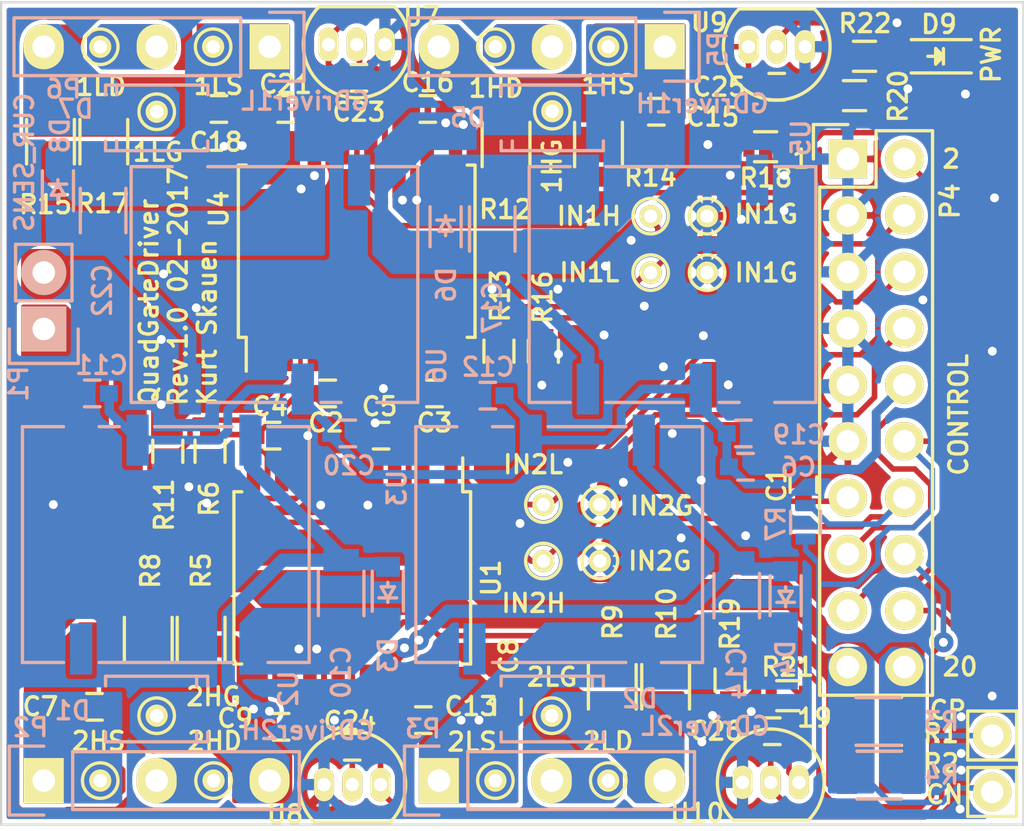
<source format=kicad_pcb>
(kicad_pcb (version 4) (host pcbnew 4.0.1-stable)
  (layers (0 F.Cu signal) (31 B.Cu signal) (34 B.Paste user) (35 F.Paste user) (36 B.SilkS user) (37 F.SilkS user) (38 B.Mask user) (39 F.Mask user) (44 Edge.Cuts user))
  (net 0 "")
  (net 1 +12V)
  (net 2 GND)
  (net 3 +5V)
  (net 4 OUT2H+)
  (net 5 GND2H)
  (net 6 VDD2L)
  (net 7 OUT2L+)
  (net 8 VDD2H)
  (net 9 GND2L)
  (net 10 OUT1H+)
  (net 11 GND1H)
  (net 12 VDD1H)
  (net 13 VDD1L)
  (net 14 OUT1L+)
  (net 15 GND1L)
  (net 16 +3V3)
  (net 17 IN1L)
  (net 18 IN1H)
  (net 19 IN2L)
  (net 20 IN2H)
  (net 21 ~GATE_ENABLE)
  (net 22 TEMP_MOSFET1)
  (net 23 TEMP_MOSFET2)
  (net 24 TEMP_DIODE1)
  (net 25 TEMP_DIODE2)
  (net 26 OUT2H+a)
  (net 27 DT2)
  (net 28 OUT2L+a)
  (net 29 OUT1H+a)
  (net 30 DT1)
  (net 31 OUT1L+a)
  (net 32 "Net-(P2-Pad2)")
  (net 33 CUR_SENSE_N)
  (net 34 CUR_SENSE_P)
  (net 35 "Net-(P5-Pad2)")
  (net 36 "Net-(P3-Pad2)")
  (net 37 "Net-(P6-Pad2)")
  (net 38 "Net-(D9-Pad2)")
  (module MyFootprints:SOIC-16_7.5x10.3mm_Pitch1.27mm (layer F.Cu) (at 152 41.2 90)
    (fp_text reference U4 (at 1.9 -6.2 90) (layer F.SilkS) (effects (font (size 0.8128 0.8128) (thickness 0.1524))))
    (fp_text value SI8233 hide)
    (pad 1 smd rect (at -4.65 -4.445 90) (size 1.5 0.6) (layers F.Cu F.Paste F.Mask) (net 18 IN1H))
    (pad 2 smd rect (at -4.65 -3.175 90) (size 1.5 0.6) (layers F.Cu F.Paste F.Mask) (net 17 IN1L))
    (pad 3 smd rect (at -4.65 -1.905 90) (size 1.5 0.6) (layers F.Cu F.Paste F.Mask) (net 3 +5V))
    (pad 4 smd rect (at -4.65 -0.635 90) (size 1.5 0.6) (layers F.Cu F.Paste F.Mask) (net 2 GND))
    (pad 5 smd rect (at -4.65 0.635 90) (size 1.5 0.6) (layers F.Cu F.Paste F.Mask) (net 21 ~GATE_ENABLE))
    (pad 6 smd rect (at -4.65 1.905 90) (size 1.5 0.6) (layers F.Cu F.Paste F.Mask) (net 30 DT1))
    (pad 7 smd rect (at -4.65 3.175 90) (size 1.5 0.6) (layers F.Cu F.Paste F.Mask))
    (pad 8 smd rect (at -4.65 4.445 90) (size 1.5 0.6) (layers F.Cu F.Paste F.Mask) (net 3 +5V))
    (pad 9 smd rect (at 4.65 4.445 90) (size 1.5 0.6) (layers F.Cu F.Paste F.Mask) (net 11 GND1H))
    (pad 10 smd rect (at 4.65 3.175 90) (size 1.5 0.6) (layers F.Cu F.Paste F.Mask) (net 29 OUT1H+a))
    (pad 11 smd rect (at 4.65 1.905 90) (size 1.5 0.6) (layers F.Cu F.Paste F.Mask) (net 12 VDD1H))
    (pad 12 smd rect (at 4.65 0.635 90) (size 1.5 0.6) (layers F.Cu F.Paste F.Mask))
    (pad 13 smd rect (at 4.65 -0.635 90) (size 1.5 0.6) (layers F.Cu F.Paste F.Mask))
    (pad 14 smd rect (at 4.65 -1.905 90) (size 1.5 0.6) (layers F.Cu F.Paste F.Mask) (net 15 GND1L))
    (pad 15 smd rect (at 4.65 -3.175 90) (size 1.5 0.6) (layers F.Cu F.Paste F.Mask) (net 31 OUT1L+a))
    (pad 16 smd rect (at 4.65 -4.445 90) (size 1.5 0.6) (layers F.Cu F.Paste F.Mask) (net 13 VDD1L))
  )
  (module MyFootprints:SOIC-16_7.5x10.3mm_Pitch1.27mm (layer F.Cu) (at 151.8 55.9 270)
    (fp_text reference U1 (at 0 -6.25 270) (layer F.SilkS) (effects (font (size 0.8128 0.8128) (thickness 0.1524))))
    (fp_text value SI8233 hide)
    (pad 1 smd rect (at -4.65 -4.445 270) (size 1.5 0.6) (layers F.Cu F.Paste F.Mask) (net 20 IN2H))
    (pad 2 smd rect (at -4.65 -3.175 270) (size 1.5 0.6) (layers F.Cu F.Paste F.Mask) (net 19 IN2L))
    (pad 3 smd rect (at -4.65 -1.905 270) (size 1.5 0.6) (layers F.Cu F.Paste F.Mask) (net 3 +5V))
    (pad 4 smd rect (at -4.65 -0.635 270) (size 1.5 0.6) (layers F.Cu F.Paste F.Mask) (net 2 GND))
    (pad 5 smd rect (at -4.65 0.635 270) (size 1.5 0.6) (layers F.Cu F.Paste F.Mask) (net 21 ~GATE_ENABLE))
    (pad 6 smd rect (at -4.65 1.905 270) (size 1.5 0.6) (layers F.Cu F.Paste F.Mask) (net 27 DT2))
    (pad 7 smd rect (at -4.65 3.175 270) (size 1.5 0.6) (layers F.Cu F.Paste F.Mask))
    (pad 8 smd rect (at -4.65 4.445 270) (size 1.5 0.6) (layers F.Cu F.Paste F.Mask) (net 3 +5V))
    (pad 9 smd rect (at 4.65 4.445 270) (size 1.5 0.6) (layers F.Cu F.Paste F.Mask) (net 5 GND2H))
    (pad 10 smd rect (at 4.65 3.175 270) (size 1.5 0.6) (layers F.Cu F.Paste F.Mask) (net 26 OUT2H+a))
    (pad 11 smd rect (at 4.65 1.905 270) (size 1.5 0.6) (layers F.Cu F.Paste F.Mask) (net 8 VDD2H))
    (pad 12 smd rect (at 4.65 0.635 270) (size 1.5 0.6) (layers F.Cu F.Paste F.Mask))
    (pad 13 smd rect (at 4.65 -0.635 270) (size 1.5 0.6) (layers F.Cu F.Paste F.Mask))
    (pad 14 smd rect (at 4.65 -1.905 270) (size 1.5 0.6) (layers F.Cu F.Paste F.Mask) (net 9 GND2L))
    (pad 15 smd rect (at 4.65 -3.175 270) (size 1.5 0.6) (layers F.Cu F.Paste F.Mask) (net 28 OUT2L+a))
    (pad 16 smd rect (at 4.65 -4.445 270) (size 1.5 0.6) (layers F.Cu F.Paste F.Mask) (net 6 VDD2L))
  )
  (module MyCapacitors:C_0603 (layer F.Cu) (at 158.8 61.7 90)
    (fp_text reference C8 (at 2.29 0.04 90) (layer F.SilkS) (effects (font (size 0.8128 0.8128) (thickness 0.1524))))
    (fp_text value NP hide)
    (pad 1 smd rect (at -0.75 0 90) (size 0.8 0.75) (layers F.Cu F.Paste F.Mask) (net 6 VDD2L))
    (pad 2 smd rect (at 0.75 0 90) (size 0.8 0.75) (layers F.Cu F.Paste F.Mask) (net 7 OUT2L+))
  )
  (module MyCapacitors:C_0603 (layer B.Cu) (at 169.5 50.9)
    (fp_text reference C6 (at 2.37 0.01 180) (layer B.SilkS) (effects (font (size 0.8128 0.8128) (thickness 0.1524)) (justify mirror)))
    (fp_text value 1u hide)
    (pad 1 smd rect (at -0.75 0) (size 0.8 0.75) (layers B.Cu B.Paste B.Mask) (net 1 +12V))
    (pad 2 smd rect (at 0.75 0) (size 0.8 0.75) (layers B.Cu B.Paste B.Mask) (net 2 GND))
  )
  (module MyCapacitors:C_0603 (layer F.Cu) (at 172.1 51.7 90)
    (fp_text reference C1 (at 0 -1.2 90) (layer F.SilkS) (effects (font (size 0.8128 0.8128) (thickness 0.1524))))
    (fp_text value 1u hide)
    (pad 1 smd rect (at -0.75 0 90) (size 0.8 0.75) (layers F.Cu F.Paste F.Mask) (net 3 +5V))
    (pad 2 smd rect (at 0.75 0 90) (size 0.8 0.75) (layers F.Cu F.Paste F.Mask) (net 2 GND))
  )
  (module MyCapacitors:C_0603 (layer F.Cu) (at 150.7 47.6)
    (fp_text reference C2 (at -0.08 1.32) (layer F.SilkS) (effects (font (size 0.8128 0.8128) (thickness 0.1524))))
    (fp_text value 100n hide)
    (pad 1 smd rect (at -0.75 0) (size 0.8 0.75) (layers F.Cu F.Paste F.Mask) (net 3 +5V))
    (pad 2 smd rect (at 0.75 0) (size 0.8 0.75) (layers F.Cu F.Paste F.Mask) (net 2 GND))
  )
  (module MyCapacitors:C_0603 (layer F.Cu) (at 155.5 47.6 180)
    (fp_text reference C3 (at 0 -1.32 180) (layer F.SilkS) (effects (font (size 0.8128 0.8128) (thickness 0.1524))))
    (fp_text value 100n hide)
    (pad 1 smd rect (at -0.75 0 180) (size 0.8 0.75) (layers F.Cu F.Paste F.Mask) (net 3 +5V))
    (pad 2 smd rect (at 0.75 0 180) (size 0.8 0.75) (layers F.Cu F.Paste F.Mask) (net 2 GND))
  )
  (module MyCapacitors:C_0603 (layer F.Cu) (at 148.6 62.6 180)
    (fp_text reference C9 (at 2.07 0.38 180) (layer F.SilkS) (effects (font (size 0.8128 0.8128) (thickness 0.1524))))
    (fp_text value 100n hide)
    (pad 1 smd rect (at -0.75 0 180) (size 0.8 0.75) (layers F.Cu F.Paste F.Mask) (net 8 VDD2H))
    (pad 2 smd rect (at 0.75 0 180) (size 0.8 0.75) (layers F.Cu F.Paste F.Mask) (net 5 GND2H))
  )
  (module MyCapacitors:C_1206 (layer B.Cu) (at 151.3 56.6 90)
    (fp_text reference C10 (at -3.55 0 90) (layer B.SilkS) (effects (font (size 0.8128 0.8128) (thickness 0.1524)) (justify mirror)))
    (fp_text value 10u hide)
    (pad 1 smd rect (at -1.5 0 90) (size 1 1.6) (layers B.Cu B.Paste B.Mask) (net 8 VDD2H))
    (pad 2 smd rect (at 1.5 0 90) (size 1 1.6) (layers B.Cu B.Paste B.Mask) (net 5 GND2H))
  )
  (module MyCapacitors:C_0603 (layer B.Cu) (at 140.1 47.6 180)
    (fp_text reference C11 (at -0.42 1.27 180) (layer B.SilkS) (effects (font (size 0.8128 0.8128) (thickness 0.1524)) (justify mirror)))
    (fp_text value 100n hide)
    (pad 1 smd rect (at -0.75 0 180) (size 0.8 0.75) (layers B.Cu B.Paste B.Mask) (net 1 +12V))
    (pad 2 smd rect (at 0.75 0 180) (size 0.8 0.75) (layers B.Cu B.Paste B.Mask) (net 2 GND))
  )
  (module MyCapacitors:C_0603 (layer B.Cu) (at 157.9 47.7 180)
    (fp_text reference C12 (at -0.01 1.29 180) (layer B.SilkS) (effects (font (size 0.8128 0.8128) (thickness 0.1524)) (justify mirror)))
    (fp_text value 100n hide)
    (pad 1 smd rect (at -0.75 0 180) (size 0.8 0.75) (layers B.Cu B.Paste B.Mask) (net 1 +12V))
    (pad 2 smd rect (at 0.75 0 180) (size 0.8 0.75) (layers B.Cu B.Paste B.Mask) (net 2 GND))
  )
  (module MyCapacitors:C_0603 (layer F.Cu) (at 155 62.3 180)
    (fp_text reference C13 (at -2.14 0.62 180) (layer F.SilkS) (effects (font (size 0.8128 0.8128) (thickness 0.1524))))
    (fp_text value 100n hide)
    (pad 1 smd rect (at -0.75 0 180) (size 0.8 0.75) (layers F.Cu F.Paste F.Mask) (net 6 VDD2L))
    (pad 2 smd rect (at 0.75 0 180) (size 0.8 0.75) (layers F.Cu F.Paste F.Mask) (net 9 GND2L))
  )
  (module MyCapacitors:C_1206 (layer B.Cu) (at 169.1 56.7 90)
    (fp_text reference C14 (at -3.5 0 90) (layer B.SilkS) (effects (font (size 0.8128 0.8128) (thickness 0.1524)) (justify mirror)))
    (fp_text value 10u hide)
    (pad 1 smd rect (at -1.5 0 90) (size 1 1.6) (layers B.Cu B.Paste B.Mask) (net 6 VDD2L))
    (pad 2 smd rect (at 1.5 0 90) (size 1 1.6) (layers B.Cu B.Paste B.Mask) (net 9 GND2L))
  )
  (module MyDiodes:SMini2-F5-B (layer B.Cu) (at 153.4 56.5 90)
    (fp_text reference D3 (at -2.88 0.01 90) (layer B.SilkS) (effects (font (size 0.8128 0.8128) (thickness 0.1524)) (justify mirror)))
    (fp_text value DZ2J130M0L hide)
    (pad 1 smd rect (at -1.2 0 90) (size 0.9 1.1) (layers B.Cu B.Paste B.Mask) (net 8 VDD2H))
    (pad 2 smd rect (at 1.1 0 90) (size 0.9 1.1) (layers B.Cu B.Paste B.Mask) (net 5 GND2H))
  )
  (module MyDiodes:SMini2-F5-B (layer B.Cu) (at 171.3 56.7 90)
    (fp_text reference D4 (at -2.8 0 90) (layer B.SilkS) (effects (font (size 0.8128 0.8128) (thickness 0.1524)) (justify mirror)))
    (fp_text value DZ2J130M0L hide)
    (pad 1 smd rect (at -1.2 0 90) (size 0.9 1.1) (layers B.Cu B.Paste B.Mask) (net 6 VDD2L))
    (pad 2 smd rect (at 1.1 0 90) (size 0.9 1.1) (layers B.Cu B.Paste B.Mask) (net 9 GND2L))
  )
  (module MyResistors:R_1206 (layer F.Cu) (at 158.72 36.4 90)
    (fp_text reference R12 (at -2.92 -0.02 180) (layer F.SilkS) (effects (font (size 0.8128 0.8128) (thickness 0.1524))))
    (fp_text value 3R9 hide)
    (pad 1 smd rect (at -1.45 0 90) (size 0.9 1.7) (layers F.Cu F.Paste F.Mask) (net 29 OUT1H+a))
    (pad 2 smd rect (at 1.45 0 90) (size 0.9 1.7) (layers F.Cu F.Paste F.Mask) (net 10 OUT1H+))
  )
  (module MyResistors:R_1206 (layer F.Cu) (at 162.88 36.4 90)
    (fp_text reference R14 (at -1.46 2.34 180) (layer F.SilkS) (effects (font (size 0.8128 0.8128) (thickness 0.1524))))
    (fp_text value 3R9 hide)
    (pad 1 smd rect (at -1.45 0 90) (size 0.9 1.7) (layers F.Cu F.Paste F.Mask) (net 29 OUT1H+a))
    (pad 2 smd rect (at 1.45 0 90) (size 0.9 1.7) (layers F.Cu F.Paste F.Mask) (net 10 OUT1H+))
  )
  (module MyResistors:R_0603 (layer F.Cu) (at 158.4 45.7 90)
    (fp_text reference R13 (at 2.49 0.06 90) (layer F.SilkS) (effects (font (size 0.8128 0.8128) (thickness 0.1524))))
    (fp_text value NP hide)
    (pad 1 smd rect (at -0.75 0 90) (size 0.5 0.9) (layers F.Cu F.Paste F.Mask) (net 3 +5V))
    (pad 2 smd rect (at 0.75 0 90) (size 0.5 0.9) (layers F.Cu F.Paste F.Mask) (net 30 DT1))
  )
  (module MyResistors:R_1206 (layer F.Cu) (at 138.222 36.273 90)
    (fp_text reference R15 (at -2.827 -0.222 180) (layer F.SilkS) (effects (font (size 0.8128 0.8128) (thickness 0.1524))))
    (fp_text value 3R9 hide)
    (pad 1 smd rect (at -1.45 0 90) (size 0.9 1.7) (layers F.Cu F.Paste F.Mask) (net 31 OUT1L+a))
    (pad 2 smd rect (at 1.45 0 90) (size 0.9 1.7) (layers F.Cu F.Paste F.Mask) (net 14 OUT1L+))
  )
  (module MyResistors:R_0603 (layer F.Cu) (at 160.4 45.7 270)
    (fp_text reference R16 (at -2.43 0.03 270) (layer F.SilkS) (effects (font (size 0.8128 0.8128) (thickness 0.1524))))
    (fp_text value NP hide)
    (pad 1 smd rect (at -0.75 0 270) (size 0.5 0.9) (layers F.Cu F.Paste F.Mask) (net 30 DT1))
    (pad 2 smd rect (at 0.75 0 270) (size 0.5 0.9) (layers F.Cu F.Paste F.Mask) (net 2 GND))
  )
  (module MyResistors:R_1206 (layer F.Cu) (at 140.622 36.273 90)
    (fp_text reference R17 (at -2.787 -0.052 180) (layer F.SilkS) (effects (font (size 0.8128 0.8128) (thickness 0.1524))))
    (fp_text value 3R9 hide)
    (pad 1 smd rect (at -1.45 0 90) (size 0.9 1.7) (layers F.Cu F.Paste F.Mask) (net 31 OUT1L+a))
    (pad 2 smd rect (at 1.45 0 90) (size 0.9 1.7) (layers F.Cu F.Paste F.Mask) (net 14 OUT1L+))
  )
  (module MyCapacitors:C_0603 (layer F.Cu) (at 140.2 61.7 180)
    (fp_text reference C7 (at 2.43 0.01 180) (layer F.SilkS) (effects (font (size 0.8128 0.8128) (thickness 0.1524))))
    (fp_text value NP hide)
    (pad 1 smd rect (at -0.75 0 180) (size 0.8 0.75) (layers F.Cu F.Paste F.Mask) (net 4 OUT2H+))
    (pad 2 smd rect (at 0.75 0 180) (size 0.8 0.75) (layers F.Cu F.Paste F.Mask) (net 5 GND2H))
  )
  (module MyCapacitors:C_0603 (layer F.Cu) (at 165.481 34.925)
    (fp_text reference C15 (at 2.539 0.235) (layer F.SilkS) (effects (font (size 0.8128 0.8128) (thickness 0.1524))))
    (fp_text value NP hide)
    (pad 1 smd rect (at -0.75 0) (size 0.8 0.75) (layers F.Cu F.Paste F.Mask) (net 10 OUT1H+))
    (pad 2 smd rect (at 0.75 0) (size 0.8 0.75) (layers F.Cu F.Paste F.Mask) (net 11 GND1H))
  )
  (module MyCapacitors:C_0603 (layer F.Cu) (at 155.2 34.8)
    (fp_text reference C16 (at 0 -1.19) (layer F.SilkS) (effects (font (size 0.8128 0.8128) (thickness 0.1524))))
    (fp_text value 100n hide)
    (pad 1 smd rect (at -0.75 0) (size 0.8 0.75) (layers F.Cu F.Paste F.Mask) (net 12 VDD1H))
    (pad 2 smd rect (at 0.75 0) (size 0.8 0.75) (layers F.Cu F.Paste F.Mask) (net 11 GND1H))
  )
  (module MyCapacitors:C_1206 (layer B.Cu) (at 158.1 40.2 270)
    (fp_text reference C17 (at 3.53 0 270) (layer B.SilkS) (effects (font (size 0.8128 0.8128) (thickness 0.1524)) (justify mirror)))
    (fp_text value 10u hide)
    (pad 1 smd rect (at -1.5 0 270) (size 1 1.6) (layers B.Cu B.Paste B.Mask) (net 12 VDD1H))
    (pad 2 smd rect (at 1.5 0 270) (size 1 1.6) (layers B.Cu B.Paste B.Mask) (net 11 GND1H))
  )
  (module MyCapacitors:C_0603 (layer F.Cu) (at 145.8 34.8 180)
    (fp_text reference C18 (at 0.13 -1.49 180) (layer F.SilkS) (effects (font (size 0.8128 0.8128) (thickness 0.1524))))
    (fp_text value NP hide)
    (pad 1 smd rect (at -0.75 0 180) (size 0.8 0.75) (layers F.Cu F.Paste F.Mask) (net 13 VDD1L))
    (pad 2 smd rect (at 0.75 0 180) (size 0.8 0.75) (layers F.Cu F.Paste F.Mask) (net 14 OUT1L+))
  )
  (module MyCapacitors:C_0603 (layer B.Cu) (at 169.4 49.4)
    (fp_text reference C19 (at 2.5 0.06 180) (layer B.SilkS) (effects (font (size 0.8128 0.8128) (thickness 0.1524)) (justify mirror)))
    (fp_text value 100n hide)
    (pad 1 smd rect (at -0.75 0) (size 0.8 0.75) (layers B.Cu B.Paste B.Mask) (net 1 +12V))
    (pad 2 smd rect (at 0.75 0) (size 0.8 0.75) (layers B.Cu B.Paste B.Mask) (net 2 GND))
  )
  (module MyCapacitors:C_0603 (layer B.Cu) (at 151.6 49.4)
    (fp_text reference C20 (at 0.06 1.45) (layer B.SilkS) (effects (font (size 0.8128 0.8128) (thickness 0.1524)) (justify mirror)))
    (fp_text value 100n hide)
    (pad 1 smd rect (at -0.75 0) (size 0.8 0.75) (layers B.Cu B.Paste B.Mask) (net 1 +12V))
    (pad 2 smd rect (at 0.75 0) (size 0.8 0.75) (layers B.Cu B.Paste B.Mask) (net 2 GND))
  )
  (module MyCapacitors:C_0603 (layer F.Cu) (at 148.8 34.8)
    (fp_text reference C21 (at 0 -1.11) (layer F.SilkS) (effects (font (size 0.8128 0.8128) (thickness 0.1524))))
    (fp_text value 100n hide)
    (pad 1 smd rect (at -0.75 0) (size 0.8 0.75) (layers F.Cu F.Paste F.Mask) (net 13 VDD1L))
    (pad 2 smd rect (at 0.75 0) (size 0.8 0.75) (layers F.Cu F.Paste F.Mask) (net 15 GND1L))
  )
  (module MyCapacitors:C_1206 (layer B.Cu) (at 140.589 39.37 270)
    (fp_text reference C22 (at 3.6 0.039 270) (layer B.SilkS) (effects (font (size 0.8128 0.8128) (thickness 0.1524)) (justify mirror)))
    (fp_text value 10u hide)
    (pad 1 smd rect (at -1.5 0 270) (size 1 1.6) (layers B.Cu B.Paste B.Mask) (net 13 VDD1L))
    (pad 2 smd rect (at 1.5 0 270) (size 1 1.6) (layers B.Cu B.Paste B.Mask) (net 15 GND1L))
  )
  (module MyCapacitors:C_0603 (layer F.Cu) (at 152.1 33.4)
    (fp_text reference C23 (at 0 1.54) (layer F.SilkS) (effects (font (size 0.8128 0.8128) (thickness 0.1524))))
    (fp_text value 100n hide)
    (pad 1 smd rect (at -0.75 0) (size 0.8 0.75) (layers F.Cu F.Paste F.Mask) (net 16 +3V3))
    (pad 2 smd rect (at 0.75 0) (size 0.8 0.75) (layers F.Cu F.Paste F.Mask) (net 2 GND))
  )
  (module MyCapacitors:C_0603 (layer F.Cu) (at 151.8 63.5 180)
    (fp_text reference C24 (at 0.1 1.15 180) (layer F.SilkS) (effects (font (size 0.8128 0.8128) (thickness 0.1524))))
    (fp_text value 100n hide)
    (pad 1 smd rect (at -0.75 0 180) (size 0.8 0.75) (layers F.Cu F.Paste F.Mask) (net 16 +3V3))
    (pad 2 smd rect (at 0.75 0 180) (size 0.8 0.75) (layers F.Cu F.Paste F.Mask) (net 2 GND))
  )
  (module MyCapacitors:C_0603 (layer F.Cu) (at 170.9 33.8)
    (fp_text reference C25 (at -2.59 0.01) (layer F.SilkS) (effects (font (size 0.8128 0.8128) (thickness 0.1524))))
    (fp_text value 100n hide)
    (pad 1 smd rect (at -0.75 0) (size 0.8 0.75) (layers F.Cu F.Paste F.Mask) (net 16 +3V3))
    (pad 2 smd rect (at 0.75 0) (size 0.8 0.75) (layers F.Cu F.Paste F.Mask) (net 2 GND))
  )
  (module MyCapacitors:C_0603 (layer F.Cu) (at 170.7 62.8 180)
    (fp_text reference C26 (at 2.53 0.01 180) (layer F.SilkS) (effects (font (size 0.8128 0.8128) (thickness 0.1524))))
    (fp_text value 100n hide)
    (pad 1 smd rect (at -0.75 0 180) (size 0.8 0.75) (layers F.Cu F.Paste F.Mask) (net 16 +3V3))
    (pad 2 smd rect (at 0.75 0 180) (size 0.8 0.75) (layers F.Cu F.Paste F.Mask) (net 2 GND))
  )
  (module MyDiodes:SMini2-F5-B (layer B.Cu) (at 156 40.1 270)
    (fp_text reference D6 (at 2.61 -0.03 270) (layer B.SilkS) (effects (font (size 0.8128 0.8128) (thickness 0.1524)) (justify mirror)))
    (fp_text value DZ2J130M0L hide)
    (pad 1 smd rect (at -1.2 0 270) (size 0.9 1.1) (layers B.Cu B.Paste B.Mask) (net 12 VDD1H))
    (pad 2 smd rect (at 1.1 0 270) (size 0.9 1.1) (layers B.Cu B.Paste B.Mask) (net 11 GND1H))
  )
  (module MyDiodes:SMini2-F5-B (layer B.Cu) (at 138.557 38.481 270)
    (fp_text reference D8 (at -2.481 -0.093 270) (layer B.SilkS) (effects (font (size 0.8128 0.8128) (thickness 0.1524)) (justify mirror)))
    (fp_text value DZ2J130M0L hide)
    (pad 1 smd rect (at -1.2 0 270) (size 0.9 1.1) (layers B.Cu B.Paste B.Mask) (net 13 VDD1L))
    (pad 2 smd rect (at 1.1 0 270) (size 0.9 1.1) (layers B.Cu B.Paste B.Mask) (net 15 GND1L))
  )
  (module MyResistors:R_1206 (layer F.Cu) (at 145 58.674 270)
    (fp_text reference R5 (at -3.104 0 270) (layer F.SilkS) (effects (font (size 0.8128 0.8128) (thickness 0.1524))))
    (fp_text value 3R9 hide)
    (pad 1 smd rect (at -1.45 0 270) (size 0.9 1.7) (layers F.Cu F.Paste F.Mask) (net 26 OUT2H+a))
    (pad 2 smd rect (at 1.45 0 270) (size 0.9 1.7) (layers F.Cu F.Paste F.Mask) (net 4 OUT2H+))
  )
  (module MyResistors:R_0603 (layer F.Cu) (at 145.4 50.2 270)
    (fp_text reference R6 (at 2.14 0.04 270) (layer F.SilkS) (effects (font (size 0.8128 0.8128) (thickness 0.1524))))
    (fp_text value NP hide)
    (pad 1 smd rect (at -0.75 0 270) (size 0.5 0.9) (layers F.Cu F.Paste F.Mask) (net 3 +5V))
    (pad 2 smd rect (at 0.75 0 270) (size 0.5 0.9) (layers F.Cu F.Paste F.Mask) (net 27 DT2))
  )
  (module MyResistors:R_0603 (layer B.Cu) (at 172.2 53.4 270)
    (fp_text reference R7 (at 0.07 1.34 270) (layer B.SilkS) (effects (font (size 0.8128 0.8128) (thickness 0.1524)) (justify mirror)))
    (fp_text value 4k7 hide)
    (pad 1 smd rect (at -0.75 0 270) (size 0.5 0.9) (layers B.Cu B.Paste B.Mask) (net 21 ~GATE_ENABLE))
    (pad 2 smd rect (at 0.75 0 270) (size 0.5 0.9) (layers B.Cu B.Paste B.Mask) (net 16 +3V3))
  )
  (module MyResistors:R_1206 (layer F.Cu) (at 142.621 58.674 270)
    (fp_text reference R8 (at -3.094 -0.099 270) (layer F.SilkS) (effects (font (size 0.8128 0.8128) (thickness 0.1524))))
    (fp_text value 3R9 hide)
    (pad 1 smd rect (at -1.45 0 270) (size 0.9 1.7) (layers F.Cu F.Paste F.Mask) (net 26 OUT2H+a))
    (pad 2 smd rect (at 1.45 0 270) (size 0.9 1.7) (layers F.Cu F.Paste F.Mask) (net 4 OUT2H+))
  )
  (module MyResistors:R_1206 (layer F.Cu) (at 163.5 60.8 270)
    (fp_text reference R9 (at -2.91 -0.02 270) (layer F.SilkS) (effects (font (size 0.8128 0.8128) (thickness 0.1524))))
    (fp_text value 3R9 hide)
    (pad 1 smd rect (at -1.45 0 270) (size 0.9 1.7) (layers F.Cu F.Paste F.Mask) (net 28 OUT2L+a))
    (pad 2 smd rect (at 1.45 0 270) (size 0.9 1.7) (layers F.Cu F.Paste F.Mask) (net 7 OUT2L+))
  )
  (module MyResistors:R_1206 (layer F.Cu) (at 165.9 60.8 270)
    (fp_text reference R10 (at -3.28 -0.04 270) (layer F.SilkS) (effects (font (size 0.8128 0.8128) (thickness 0.1524))))
    (fp_text value 3R9 hide)
    (pad 1 smd rect (at -1.45 0 270) (size 0.9 1.7) (layers F.Cu F.Paste F.Mask) (net 28 OUT2L+a))
    (pad 2 smd rect (at 1.45 0 270) (size 0.9 1.7) (layers F.Cu F.Paste F.Mask) (net 7 OUT2L+))
  )
  (module MyResistors:R_0603 (layer F.Cu) (at 143.5 50.2 90)
    (fp_text reference R11 (at -2.42 -0.16 90) (layer F.SilkS) (effects (font (size 0.8128 0.8128) (thickness 0.1524))))
    (fp_text value NP hide)
    (pad 1 smd rect (at -0.75 0 90) (size 0.5 0.9) (layers F.Cu F.Paste F.Mask) (net 27 DT2))
    (pad 2 smd rect (at 0.75 0 90) (size 0.5 0.9) (layers F.Cu F.Paste F.Mask) (net 2 GND))
  )
  (module MyResistors:R_0603 (layer F.Cu) (at 170.4 36.5)
    (fp_text reference R18 (at 0.01 1.4) (layer F.SilkS) (effects (font (size 0.8128 0.8128) (thickness 0.1524))))
    (fp_text value 4k7 hide)
    (pad 1 smd rect (at -0.75 0) (size 0.5 0.9) (layers F.Cu F.Paste F.Mask) (net 16 +3V3))
    (pad 2 smd rect (at 0.75 0) (size 0.5 0.9) (layers F.Cu F.Paste F.Mask) (net 22 TEMP_MOSFET1))
  )
  (module MyResistors:R_0603 (layer F.Cu) (at 168.8 60.5 90)
    (fp_text reference R19 (at 2.53 0 90) (layer F.SilkS) (effects (font (size 0.8128 0.8128) (thickness 0.1524))))
    (fp_text value 4k7 hide)
    (pad 1 smd rect (at -0.75 0 90) (size 0.5 0.9) (layers F.Cu F.Paste F.Mask) (net 16 +3V3))
    (pad 2 smd rect (at 0.75 0 90) (size 0.5 0.9) (layers F.Cu F.Paste F.Mask) (net 23 TEMP_MOSFET2))
  )
  (module MyResistors:R_0603 (layer F.Cu) (at 174.4 34.2)
    (fp_text reference R20 (at 1.96 0.03 90) (layer F.SilkS) (effects (font (size 0.8128 0.8128) (thickness 0.1524))))
    (fp_text value 4k7 hide)
    (pad 1 smd rect (at -0.75 0) (size 0.5 0.9) (layers F.Cu F.Paste F.Mask) (net 16 +3V3))
    (pad 2 smd rect (at 0.75 0) (size 0.5 0.9) (layers F.Cu F.Paste F.Mask) (net 24 TEMP_DIODE1))
  )
  (module MyResistors:R_0603 (layer F.Cu) (at 171.4 61.2 180)
    (fp_text reference R21 (at 0 1.29 180) (layer F.SilkS) (effects (font (size 0.8128 0.8128) (thickness 0.1524))))
    (fp_text value 4k7 hide)
    (pad 1 smd rect (at -0.75 0 180) (size 0.5 0.9) (layers F.Cu F.Paste F.Mask) (net 16 +3V3))
    (pad 2 smd rect (at 0.75 0 180) (size 0.5 0.9) (layers F.Cu F.Paste F.Mask) (net 25 TEMP_DIODE2))
  )
  (module MyFootprints:TO-92_Inline_Narrow_Oval (layer F.Cu) (at 153.27 31.9 180)
    (fp_text reference U7 (at -1.65 1.26 180) (layer F.SilkS) (effects (font (size 0.8128 0.8128) (thickness 0.1524))))
    (fp_text value DS18B20 hide)
    (pad 2 thru_hole oval (at 1.27 0) (size 0.89916 1.50114) (drill 0.6) (layers *.Cu *.Mask F.SilkS) (net 22 TEMP_MOSFET1))
    (pad 3 thru_hole oval (at 2.54 0) (size 0.89916 1.50114) (drill 0.6) (layers *.Cu *.Mask F.SilkS) (net 16 +3V3))
    (pad 1 thru_hole oval (at 0 0) (size 0.89916 1.50114) (drill 0.6) (layers *.Cu *.Mask F.SilkS) (net 2 GND))
  )
  (module MyFootprints:TO-92_Inline_Narrow_Oval (layer F.Cu) (at 150.53 65.2)
    (fp_text reference U8 (at -1.75 1.35) (layer F.SilkS) (effects (font (size 0.8128 0.8128) (thickness 0.1524))))
    (fp_text value DS18B20 hide)
    (pad 2 thru_hole oval (at 1.27 0 180) (size 0.89916 1.50114) (drill 0.6) (layers *.Cu *.Mask F.SilkS) (net 23 TEMP_MOSFET2))
    (pad 3 thru_hole oval (at 2.54 0 180) (size 0.89916 1.50114) (drill 0.6) (layers *.Cu *.Mask F.SilkS) (net 16 +3V3))
    (pad 1 thru_hole oval (at 0 0 180) (size 0.89916 1.50114) (drill 0.6) (layers *.Cu *.Mask F.SilkS) (net 2 GND))
  )
  (module MyFootprints:TO-92_Inline_Narrow_Oval (layer F.Cu) (at 172.17 32 180)
    (fp_text reference U9 (at 4.31 1.09 180) (layer F.SilkS) (effects (font (size 0.8128 0.8128) (thickness 0.1524))))
    (fp_text value DS18B20 hide)
    (pad 2 thru_hole oval (at 1.27 0) (size 0.89916 1.50114) (drill 0.6) (layers *.Cu *.Mask F.SilkS) (net 24 TEMP_DIODE1))
    (pad 3 thru_hole oval (at 2.54 0) (size 0.89916 1.50114) (drill 0.6) (layers *.Cu *.Mask F.SilkS) (net 16 +3V3))
    (pad 1 thru_hole oval (at 0 0) (size 0.89916 1.50114) (drill 0.6) (layers *.Cu *.Mask F.SilkS) (net 2 GND))
  )
  (module MyFootprints:TO-92_Inline_Narrow_Oval (layer F.Cu) (at 169.36 65.1)
    (fp_text reference U10 (at -2.04 1.38) (layer F.SilkS) (effects (font (size 0.8128 0.8128) (thickness 0.1524))))
    (fp_text value DS18B20 hide)
    (pad 2 thru_hole oval (at 1.27 0 180) (size 0.89916 1.50114) (drill 0.6) (layers *.Cu *.Mask F.SilkS) (net 25 TEMP_DIODE2))
    (pad 3 thru_hole oval (at 2.54 0 180) (size 0.89916 1.50114) (drill 0.6) (layers *.Cu *.Mask F.SilkS) (net 16 +3V3))
    (pad 1 thru_hole oval (at 0 0 180) (size 0.89916 1.50114) (drill 0.6) (layers *.Cu *.Mask F.SilkS) (net 2 GND))
  )
  (module MyCapacitors:C_0603 (layer F.Cu) (at 148.2 49.5)
    (fp_text reference C4 (at -0.1 -1.31) (layer F.SilkS) (effects (font (size 0.8128 0.8128) (thickness 0.1524))))
    (fp_text value 100n hide)
    (pad 1 smd rect (at -0.75 0) (size 0.8 0.75) (layers F.Cu F.Paste F.Mask) (net 3 +5V))
    (pad 2 smd rect (at 0.75 0) (size 0.8 0.75) (layers F.Cu F.Paste F.Mask) (net 2 GND))
  )
  (module MyCapacitors:C_0603 (layer F.Cu) (at 153.1 49.5 180)
    (fp_text reference C5 (at 0.07 1.31 180) (layer F.SilkS) (effects (font (size 0.8128 0.8128) (thickness 0.1524))))
    (fp_text value 100n hide)
    (pad 1 smd rect (at -0.75 0 180) (size 0.8 0.75) (layers F.Cu F.Paste F.Mask) (net 3 +5V))
    (pad 2 smd rect (at 0.75 0 180) (size 0.8 0.75) (layers F.Cu F.Paste F.Mask) (net 2 GND))
  )
  (module MyDiodes:DO-221AC (layer B.Cu) (at 143 61.8 180)
    (fp_text reference D1 (at 3.79 -0.07 180) (layer B.SilkS) (effects (font (size 0.8128 0.8128) (thickness 0.1524)) (justify mirror)))
    (fp_text value SMA6F12A hide)
    (pad 1 smd rect (at -2.16 0 180) (size 1.2 1.52) (layers B.Cu B.Paste B.Mask) (net 4 OUT2H+))
    (pad 2 smd rect (at 2.16 0 180) (size 1.2 1.52) (layers B.Cu B.Paste B.Mask) (net 5 GND2H))
  )
  (module MyDiodes:DO-221AC (layer B.Cu) (at 160.8 61.8 180)
    (fp_text reference D2 (at -3.94 0.47 180) (layer B.SilkS) (effects (font (size 0.8128 0.8128) (thickness 0.1524)) (justify mirror)))
    (fp_text value SMA6F12A hide)
    (pad 1 smd rect (at -2.16 0 180) (size 1.2 1.52) (layers B.Cu B.Paste B.Mask) (net 7 OUT2L+))
    (pad 2 smd rect (at 2.16 0 180) (size 1.2 1.52) (layers B.Cu B.Paste B.Mask) (net 6 VDD2L))
  )
  (module MyDiodes:DO-221AC (layer B.Cu) (at 160.8 35.2)
    (fp_text reference D5 (at -3.8 -0.01) (layer B.SilkS) (effects (font (size 0.8128 0.8128) (thickness 0.1524)) (justify mirror)))
    (fp_text value SMA6F12A hide)
    (pad 1 smd rect (at -2.16 0) (size 1.2 1.52) (layers B.Cu B.Paste B.Mask) (net 10 OUT1H+))
    (pad 2 smd rect (at 2.16 0) (size 1.2 1.52) (layers B.Cu B.Paste B.Mask) (net 11 GND1H))
  )
  (module MyDiodes:DO-221AC (layer B.Cu) (at 143 35.2)
    (fp_text reference D7 (at -3.65 -0.4) (layer B.SilkS) (effects (font (size 0.8128 0.8128) (thickness 0.1524)) (justify mirror)))
    (fp_text value SMA6F12A hide)
    (pad 1 smd rect (at -2.16 0) (size 1.2 1.52) (layers B.Cu B.Paste B.Mask) (net 14 OUT1L+))
    (pad 2 smd rect (at 2.16 0) (size 1.2 1.52) (layers B.Cu B.Paste B.Mask) (net 13 VDD1L))
  )
  (module MyConnectors:PinHeaderMale_2x10 (layer F.Cu) (at 174.118876 37.063164 270)
    (fp_text reference P4 (at 1.886836 -4.581124 450) (layer F.SilkS) (effects (font (size 0.8128 0.8128) (thickness 0.1524))))
    (fp_text value CONTROL (at 11.496836 -4.961124 270) (layer F.SilkS) (effects (font (size 0.8128 0.8128) (thickness 0.1524))))
    (pad 1 thru_hole rect (at -0.013164 0.018876) (size 1.7272 1.7272) (drill 1.016) (layers *.Cu *.Mask F.SilkS) (net 2 GND))
    (pad 2 thru_hole oval (at -0.013164 -2.521124) (size 1.7272 1.7272) (drill 1.016) (layers *.Cu *.Mask F.SilkS) (net 17 IN1L))
    (pad 3 thru_hole oval (at 2.526836 0.018876) (size 1.7272 1.7272) (drill 1.016) (layers *.Cu *.Mask F.SilkS) (net 2 GND))
    (pad 4 thru_hole oval (at 2.526836 -2.521124) (size 1.7272 1.7272) (drill 1.016) (layers *.Cu *.Mask F.SilkS) (net 18 IN1H))
    (pad 5 thru_hole oval (at 5.066836 0.018876) (size 1.7272 1.7272) (drill 1.016) (layers *.Cu *.Mask F.SilkS) (net 2 GND))
    (pad 6 thru_hole oval (at 5.066836 -2.521124) (size 1.7272 1.7272) (drill 1.016) (layers *.Cu *.Mask F.SilkS) (net 19 IN2L))
    (pad 7 thru_hole oval (at 7.606836 0.018876) (size 1.7272 1.7272) (drill 1.016) (layers *.Cu *.Mask F.SilkS) (net 2 GND))
    (pad 8 thru_hole oval (at 7.606836 -2.521124) (size 1.7272 1.7272) (drill 1.016) (layers *.Cu *.Mask F.SilkS) (net 20 IN2H))
    (pad 9 thru_hole oval (at 10.146836 0.018876) (size 1.7272 1.7272) (drill 1.016) (layers *.Cu *.Mask F.SilkS) (net 2 GND))
    (pad 10 thru_hole oval (at 10.146836 -2.521124) (size 1.7272 1.7272) (drill 1.016) (layers *.Cu *.Mask F.SilkS) (net 1 +12V))
    (pad 11 thru_hole oval (at 12.686836 0.018876) (size 1.7272 1.7272) (drill 1.016) (layers *.Cu *.Mask F.SilkS) (net 2 GND))
    (pad 12 thru_hole oval (at 12.686836 -2.521124) (size 1.7272 1.7272) (drill 1.016) (layers *.Cu *.Mask F.SilkS) (net 16 +3V3))
    (pad 13 thru_hole oval (at 15.226836 0.018876) (size 1.7272 1.7272) (drill 1.016) (layers *.Cu *.Mask F.SilkS) (net 3 +5V))
    (pad 14 thru_hole oval (at 15.226836 -2.521124) (size 1.7272 1.7272) (drill 1.016) (layers *.Cu *.Mask F.SilkS) (net 21 ~GATE_ENABLE))
    (pad 15 thru_hole oval (at 17.766836 0.018876) (size 1.7272 1.7272) (drill 1.016) (layers *.Cu *.Mask F.SilkS) (net 22 TEMP_MOSFET1))
    (pad 16 thru_hole oval (at 17.766836 -2.521124) (size 1.7272 1.7272) (drill 1.016) (layers *.Cu *.Mask F.SilkS) (net 23 TEMP_MOSFET2))
    (pad 17 thru_hole oval (at 20.306836 0.018876) (size 1.7272 1.7272) (drill 1.016) (layers *.Cu *.Mask F.SilkS) (net 24 TEMP_DIODE1))
    (pad 18 thru_hole oval (at 20.306836 -2.521124) (size 1.7272 1.7272) (drill 1.016) (layers *.Cu *.Mask F.SilkS) (net 25 TEMP_DIODE2))
    (pad 19 thru_hole oval (at 22.846836 0.018876) (size 1.7272 1.7272) (drill 1.016) (layers *.Cu *.Mask F.SilkS) (net 33 CUR_SENSE_N))
    (pad 20 thru_hole oval (at 22.846836 -2.521124) (size 1.7272 1.7272) (drill 1.016) (layers *.Cu *.Mask F.SilkS) (net 34 CUR_SENSE_P))
  )
  (module MyConnectors:TestPoint06 (layer F.Cu) (at 160.4 55.14)
    (fp_text reference W7 hide)
    (fp_text value IN2H (at -0.44 1.9) (layer F.SilkS) (effects (font (size 0.8128 0.8128) (thickness 0.1524))))
    (pad 1 thru_hole circle (at 0 0) (size 1 1) (drill 0.6) (layers *.Cu *.Mask F.SilkS) (net 20 IN2H))
  )
  (module MyConnectors:TestPoint06 (layer F.Cu) (at 160.4 52.6)
    (fp_text reference W9 hide)
    (fp_text value IN2L (at -0.46 -1.8) (layer F.SilkS) (effects (font (size 0.8128 0.8128) (thickness 0.1524))))
    (pad 1 thru_hole circle (at 0 0) (size 1 1) (drill 0.6) (layers *.Cu *.Mask F.SilkS) (net 19 IN2L))
  )
  (module MyConnectors:TestPoint06 (layer F.Cu) (at 165.227 39.624)
    (fp_text reference W11 hide)
    (fp_text value IN1H (at -2.777 -0.004) (layer F.SilkS) (effects (font (size 0.8128 0.8128) (thickness 0.1524))))
    (pad 1 thru_hole circle (at 0 0) (size 1 1) (drill 0.6) (layers *.Cu *.Mask F.SilkS) (net 18 IN1H))
  )
  (module MyConnectors:TestPoint06 (layer F.Cu) (at 165.227 42.164)
    (fp_text reference W13 hide)
    (fp_text value IN1L (at -2.757 -0.004) (layer F.SilkS) (effects (font (size 0.8128 0.8128) (thickness 0.1524))))
    (pad 1 thru_hole circle (at 0 0) (size 1 1) (drill 0.6) (layers *.Cu *.Mask F.SilkS) (net 17 IN1L))
  )
  (module MyConnectors:TestPoint06 (layer F.Cu) (at 140.46 65.02)
    (fp_text reference W1 hide)
    (fp_text value 2HS (at -0.07 -1.77) (layer F.SilkS) (effects (font (size 0.8128 0.8128) (thickness 0.1524))))
    (pad 1 thru_hole circle (at 0 0) (size 1 1) (drill 0.6) (layers *.Cu *.Mask F.SilkS) (net 5 GND2H))
  )
  (module MyConnectors:TestPoint06 (layer F.Cu) (at 143 62.1)
    (fp_text reference W2 hide)
    (fp_text value 2HG (at 2.56 -0.86) (layer F.SilkS) (effects (font (size 0.8128 0.8128) (thickness 0.1524))))
    (pad 1 thru_hole circle (at 0 0) (size 1 1) (drill 0.6) (layers *.Cu *.Mask F.SilkS) (net 4 OUT2H+))
  )
  (module MyConnectors:TestPoint06 (layer F.Cu) (at 145.56 65.02)
    (fp_text reference W3 hide)
    (fp_text value 2HD (at 0.05 -1.77) (layer F.SilkS) (effects (font (size 0.8128 0.8128) (thickness 0.1524))))
    (pad 1 thru_hole circle (at 0 0) (size 1 1) (drill 0.6) (layers *.Cu *.Mask F.SilkS) (net 32 "Net-(P2-Pad2)"))
  )
  (module MyConnectors:TestPoint06 (layer F.Cu) (at 158.24 65.02)
    (fp_text reference W4 hide)
    (fp_text value 2LS (at -1.05 -1.74) (layer F.SilkS) (effects (font (size 0.8128 0.8128) (thickness 0.1524))))
    (pad 1 thru_hole circle (at 0 0) (size 1 1) (drill 0.6) (layers *.Cu *.Mask F.SilkS) (net 6 VDD2L))
  )
  (module MyConnectors:TestPoint06 (layer F.Cu) (at 160.78 62.1)
    (fp_text reference W5 hide)
    (fp_text value 2LG (at 0.01 -1.74) (layer F.SilkS) (effects (font (size 0.8128 0.8128) (thickness 0.1524))))
    (pad 1 thru_hole circle (at 0 0) (size 1 1) (drill 0.6) (layers *.Cu *.Mask F.SilkS) (net 7 OUT2L+))
  )
  (module MyConnectors:TestPoint06 (layer F.Cu) (at 163.32 65.02)
    (fp_text reference W6 hide)
    (fp_text value 2LD (at -0.01 -1.75) (layer F.SilkS) (effects (font (size 0.8128 0.8128) (thickness 0.1524))))
    (pad 1 thru_hole circle (at 0 0) (size 1 1) (drill 0.6) (layers *.Cu *.Mask F.SilkS) (net 36 "Net-(P3-Pad2)"))
  )
  (module MyConnectors:TestPoint06 (layer F.Cu) (at 162.94 52.6)
    (fp_text reference W8 hide)
    (fp_text value IN2G (at 2.78 0.06) (layer F.SilkS) (effects (font (size 0.8128 0.8128) (thickness 0.1524))))
    (pad 1 thru_hole circle (at 0 0) (size 1 1) (drill 0.6) (layers *.Cu *.Mask F.SilkS) (net 2 GND))
  )
  (module MyConnectors:TestPoint06 (layer F.Cu) (at 162.94 55.14)
    (fp_text reference W10 hide)
    (fp_text value IN2G (at 2.7 0) (layer F.SilkS) (effects (font (size 0.8128 0.8128) (thickness 0.1524))))
    (pad 1 thru_hole circle (at 0 0) (size 1 1) (drill 0.6) (layers *.Cu *.Mask F.SilkS) (net 2 GND))
  )
  (module MyConnectors:TestPoint06 (layer F.Cu) (at 167.767 39.624)
    (fp_text reference W12 hide)
    (fp_text value IN1G (at 2.663 -0.094) (layer F.SilkS) (effects (font (size 0.8128 0.8128) (thickness 0.1524))))
    (pad 1 thru_hole circle (at 0 0) (size 1 1) (drill 0.6) (layers *.Cu *.Mask F.SilkS) (net 2 GND))
  )
  (module MyConnectors:TestPoint06 (layer F.Cu) (at 167.767 42.164)
    (fp_text reference W14 hide)
    (fp_text value IN1G (at 2.663 0.006) (layer F.SilkS) (effects (font (size 0.8128 0.8128) (thickness 0.1524))))
    (pad 1 thru_hole circle (at 0 0) (size 1 1) (drill 0.6) (layers *.Cu *.Mask F.SilkS) (net 2 GND))
  )
  (module MyConnectors:TestPoint06 (layer F.Cu) (at 163.32 32)
    (fp_text reference W15 hide)
    (fp_text value 1HS (at 0 1.7) (layer F.SilkS) (effects (font (size 0.8128 0.8128) (thickness 0.1524))))
    (pad 1 thru_hole circle (at 0 0) (size 1 1) (drill 0.6) (layers *.Cu *.Mask F.SilkS) (net 11 GND1H))
  )
  (module MyConnectors:TestPoint06 (layer F.Cu) (at 160.8 34.9)
    (fp_text reference W16 hide)
    (fp_text value 1HG (at -0.01 2.47 90) (layer F.SilkS) (effects (font (size 0.8128 0.8128) (thickness 0.1524))))
    (pad 1 thru_hole circle (at 0 0) (size 1 1) (drill 0.6) (layers *.Cu *.Mask F.SilkS) (net 10 OUT1H+))
  )
  (module MyConnectors:TestPoint06 (layer F.Cu) (at 158.24 32)
    (fp_text reference W17 hide)
    (fp_text value 1HD (at 0.03 1.86) (layer F.SilkS) (effects (font (size 0.8128 0.8128) (thickness 0.1524))))
    (pad 1 thru_hole circle (at 0 0) (size 1 1) (drill 0.6) (layers *.Cu *.Mask F.SilkS) (net 35 "Net-(P5-Pad2)"))
  )
  (module MyConnectors:TestPoint06 (layer F.Cu) (at 145.54 32)
    (fp_text reference W18 hide)
    (fp_text value 1LS (at 0.24 1.74) (layer F.SilkS) (effects (font (size 0.8128 0.8128) (thickness 0.1524))))
    (pad 1 thru_hole circle (at 0 0) (size 1 1) (drill 0.6) (layers *.Cu *.Mask F.SilkS) (net 13 VDD1L))
  )
  (module MyConnectors:TestPoint06 (layer F.Cu) (at 143.002 34.925)
    (fp_text reference W19 hide)
    (fp_text value 1LG (at 0.058 1.815) (layer F.SilkS) (effects (font (size 0.8128 0.8128) (thickness 0.1524))))
    (pad 1 thru_hole circle (at 0 0) (size 1 1) (drill 0.6) (layers *.Cu *.Mask F.SilkS) (net 14 OUT1L+))
  )
  (module MyConnectors:TestPoint06 (layer F.Cu) (at 140.46 32)
    (fp_text reference W20 hide)
    (fp_text value 1LD (at 0.04 1.78) (layer F.SilkS) (effects (font (size 0.8128 0.8128) (thickness 0.1524))))
    (pad 1 thru_hole circle (at 0 0) (size 1 1) (drill 0.6) (layers *.Cu *.Mask F.SilkS) (net 37 "Net-(P6-Pad2)"))
  )
  (module MyConnectors:PinHeader_1x02 (layer B.Cu) (at 137.92 44.7 90)
    (fp_text reference P1 (at -2.46 -1.13 90) (layer B.SilkS) (effects (font (size 0.8128 0.8128) (thickness 0.1524)) (justify mirror)))
    (fp_text value CUR_SENS (at 7.5 -0.87 90) (layer B.SilkS) (effects (font (size 0.8128 0.8128) (thickness 0.1524)) (justify mirror)))
    (pad 1 thru_hole rect (at 0 0 90) (size 2.032 2.032) (drill 1.016) (layers *.Cu *.Mask B.SilkS) (net 33 CUR_SENSE_N))
    (pad 2 thru_hole oval (at 2.54 0 90) (size 2.032 2.032) (drill 1.016) (layers *.Cu *.Mask B.SilkS) (net 34 CUR_SENSE_P))
  )
  (module MyResistors:R_1206 (layer F.Cu) (at 175.514 62.357)
    (fp_text reference R1 (at 2.786 0.543) (layer F.SilkS) (effects (font (size 0.8128 0.8128) (thickness 0.1524))))
    (fp_text value 2R hide)
    (pad 1 smd rect (at -1.45 0) (size 0.9 1.7) (layers F.Cu F.Paste F.Mask) (net 33 CUR_SENSE_N))
    (pad 2 smd rect (at 1.45 0) (size 0.9 1.7) (layers F.Cu F.Paste F.Mask) (net 34 CUR_SENSE_P))
  )
  (module MyResistors:R_1206 (layer F.Cu) (at 175.514 64.77)
    (fp_text reference R2 (at 2.786 -0.52) (layer F.SilkS) (effects (font (size 0.8128 0.8128) (thickness 0.1524))))
    (fp_text value 2R hide)
    (pad 1 smd rect (at -1.45 0) (size 0.9 1.7) (layers F.Cu F.Paste F.Mask) (net 33 CUR_SENSE_N))
    (pad 2 smd rect (at 1.45 0) (size 0.9 1.7) (layers F.Cu F.Paste F.Mask) (net 34 CUR_SENSE_P))
  )
  (module MyResistors:R_1206 (layer B.Cu) (at 175.461 62.357)
    (fp_text reference R3 (at 2.839 0.003) (layer B.SilkS) (effects (font (size 0.8128 0.8128) (thickness 0.1524)) (justify mirror)))
    (fp_text value 2R hide)
    (pad 1 smd rect (at -1.45 0) (size 0.9 1.7) (layers B.Cu B.Paste B.Mask) (net 33 CUR_SENSE_N))
    (pad 2 smd rect (at 1.45 0) (size 0.9 1.7) (layers B.Cu B.Paste B.Mask) (net 34 CUR_SENSE_P))
  )
  (module MyResistors:R_1206 (layer B.Cu) (at 175.514 64.77)
    (fp_text reference R4 (at 2.786 0) (layer B.SilkS) (effects (font (size 0.8128 0.8128) (thickness 0.1524)) (justify mirror)))
    (fp_text value 2R hide)
    (pad 1 smd rect (at -1.45 0) (size 0.9 1.7) (layers B.Cu B.Paste B.Mask) (net 33 CUR_SENSE_N))
    (pad 2 smd rect (at 1.45 0) (size 0.9 1.7) (layers B.Cu B.Paste B.Mask) (net 34 CUR_SENSE_P))
  )
  (module MyConnectors:SimpleGateDriverOut (layer F.Cu) (at 143 65.02)
    (fp_text reference P2 (at -5.68 -2.39) (layer B.SilkS) (effects (font (size 0.8128 0.8128) (thickness 0.1524)) (justify mirror)))
    (fp_text value GDriver2H (at 6.79 -2.26) (layer B.SilkS) (effects (font (size 0.8128 0.8128) (thickness 0.1524)) (justify mirror)))
    (pad 1 thru_hole rect (at -5.08 0) (size 1.8 2.032) (drill 1.016) (layers *.Cu *.Mask F.SilkS) (net 5 GND2H))
    (pad 2 thru_hole oval (at 0 0) (size 1.8 2.032) (drill 1.016) (layers *.Cu *.Mask F.SilkS) (net 32 "Net-(P2-Pad2)"))
    (pad 3 thru_hole oval (at 5.08 0) (size 1.8 2.032) (drill 1.016) (layers *.Cu *.Mask F.SilkS) (net 4 OUT2H+))
  )
  (module MyConnectors:SimpleGateDriverOut (layer F.Cu) (at 160.78 65.02)
    (fp_text reference P3 (at -5.8 -2.33) (layer B.SilkS) (effects (font (size 0.8128 0.8128) (thickness 0.1524)) (justify mirror)))
    (fp_text value GDriver2L (at 6.92 -2.45) (layer B.SilkS) (effects (font (size 0.8128 0.8128) (thickness 0.1524)) (justify mirror)))
    (pad 1 thru_hole rect (at -5.08 0) (size 1.8 2.032) (drill 1.016) (layers *.Cu *.Mask F.SilkS) (net 6 VDD2L))
    (pad 2 thru_hole oval (at 0 0) (size 1.8 2.032) (drill 1.016) (layers *.Cu *.Mask F.SilkS) (net 36 "Net-(P3-Pad2)"))
    (pad 3 thru_hole oval (at 5.08 0) (size 1.8 2.032) (drill 1.016) (layers *.Cu *.Mask F.SilkS) (net 7 OUT2L+))
  )
  (module MyConnectors:SimpleGateDriverOut (layer F.Cu) (at 160.78 32 180)
    (fp_text reference P5 (at -7.47 -0.11 270) (layer B.SilkS) (effects (font (size 0.8128 0.8128) (thickness 0.1524)) (justify mirror)))
    (fp_text value GDriver1H (at -6.77 -2.56 180) (layer B.SilkS) (effects (font (size 0.8128 0.8128) (thickness 0.1524)) (justify mirror)))
    (pad 1 thru_hole rect (at -5.08 0 180) (size 1.8 2.032) (drill 1.016) (layers *.Cu *.Mask F.SilkS) (net 11 GND1H))
    (pad 2 thru_hole oval (at 0 0 180) (size 1.8 2.032) (drill 1.016) (layers *.Cu *.Mask F.SilkS) (net 35 "Net-(P5-Pad2)"))
    (pad 3 thru_hole oval (at 5.08 0 180) (size 1.8 2.032) (drill 1.016) (layers *.Cu *.Mask F.SilkS) (net 10 OUT1H+))
  )
  (module MyConnectors:SimpleGateDriverOut (layer F.Cu) (at 143 32 180)
    (fp_text reference P6 (at 4.2 -1.9 180) (layer B.SilkS) (effects (font (size 0.8128 0.8128) (thickness 0.1524)) (justify mirror)))
    (fp_text value GDriver1L (at -6.7 -2.44 180) (layer B.SilkS) (effects (font (size 0.8128 0.8128) (thickness 0.1524)) (justify mirror)))
    (pad 1 thru_hole rect (at -5.08 0 180) (size 1.8 2.032) (drill 1.016) (layers *.Cu *.Mask F.SilkS) (net 13 VDD1L))
    (pad 2 thru_hole oval (at 0 0 180) (size 1.8 2.032) (drill 1.016) (layers *.Cu *.Mask F.SilkS) (net 37 "Net-(P6-Pad2)"))
    (pad 3 thru_hole oval (at 5.08 0 180) (size 1.8 2.032) (drill 1.016) (layers *.Cu *.Mask F.SilkS) (net 14 OUT1L+))
  )
  (module MyFootprints:NXE2_DCDC (layer B.Cu) (at 148.3 42.7 90)
    (fp_text reference U6 (at -3.65 7.3 90) (layer B.SilkS) (effects (font (size 0.8128 0.8128) (thickness 0.1524)) (justify mirror)))
    (fp_text value NXE2S1212MC hide)
    (pad 1 smd rect (at -4.7 3.81 90) (size 2.3 1) (layers B.Cu B.Paste B.Mask) (net 2 GND))
    (pad 3 smd rect (at -4.7 1.27 90) (size 2.3 1) (layers B.Cu B.Paste B.Mask) (net 1 +12V))
    (pad 7 smd rect (at -4.7 -3.81 90) (size 2.3 1) (layers B.Cu B.Paste B.Mask) (net 15 GND1L))
    (pad 8 smd rect (at 4.7 -3.81 90) (size 2.3 1) (layers B.Cu B.Paste B.Mask) (net 13 VDD1L))
    (pad 14 smd rect (at 4.7 3.81 90) (size 2.3 1) (layers B.Cu B.Paste B.Mask))
  )
  (module MyFootprints:NXE2_DCDC (layer B.Cu) (at 161.11 54.4 270)
    (fp_text reference U3 (at -2.54 7.3 270) (layer B.SilkS) (effects (font (size 0.8128 0.8128) (thickness 0.1524)) (justify mirror)))
    (fp_text value NXE2S1212MC hide)
    (pad 1 smd rect (at -4.7 3.81 270) (size 2.3 1) (layers B.Cu B.Paste B.Mask) (net 2 GND))
    (pad 3 smd rect (at -4.7 1.27 270) (size 2.3 1) (layers B.Cu B.Paste B.Mask) (net 1 +12V))
    (pad 7 smd rect (at -4.7 -3.81 270) (size 2.3 1) (layers B.Cu B.Paste B.Mask) (net 9 GND2L))
    (pad 8 smd rect (at 4.7 -3.81 270) (size 2.3 1) (layers B.Cu B.Paste B.Mask) (net 6 VDD2L))
    (pad 14 smd rect (at 4.7 3.81 270) (size 2.3 1) (layers B.Cu B.Paste B.Mask))
  )
  (module MyFootprints:NXE2_DCDC (layer B.Cu) (at 143.41 54.4 270)
    (fp_text reference U2 (at 6.49 -5.52 270) (layer B.SilkS) (effects (font (size 0.8128 0.8128) (thickness 0.1524)) (justify mirror)))
    (fp_text value NXE2S1212MC hide)
    (pad 1 smd rect (at -4.7 3.81 270) (size 2.3 1) (layers B.Cu B.Paste B.Mask) (net 2 GND))
    (pad 3 smd rect (at -4.7 1.27 270) (size 2.3 1) (layers B.Cu B.Paste B.Mask) (net 1 +12V))
    (pad 7 smd rect (at -4.7 -3.81 270) (size 2.3 1) (layers B.Cu B.Paste B.Mask) (net 5 GND2H))
    (pad 8 smd rect (at 4.7 -3.81 270) (size 2.3 1) (layers B.Cu B.Paste B.Mask) (net 8 VDD2H))
    (pad 14 smd rect (at 4.7 3.81 270) (size 2.3 1) (layers B.Cu B.Paste B.Mask))
  )
  (module MyFootprints:NXE2_DCDC (layer B.Cu) (at 166.21 42.7 90)
    (fp_text reference U5 (at 6.6 5.78 90) (layer B.SilkS) (effects (font (size 0.8128 0.8128) (thickness 0.1524)) (justify mirror)))
    (fp_text value NXE2S1212MC hide)
    (pad 1 smd rect (at -4.7 3.81 90) (size 2.3 1) (layers B.Cu B.Paste B.Mask) (net 2 GND))
    (pad 3 smd rect (at -4.7 1.27 90) (size 2.3 1) (layers B.Cu B.Paste B.Mask) (net 1 +12V))
    (pad 7 smd rect (at -4.7 -3.81 90) (size 2.3 1) (layers B.Cu B.Paste B.Mask) (net 11 GND1H))
    (pad 8 smd rect (at 4.7 -3.81 90) (size 2.3 1) (layers B.Cu B.Paste B.Mask) (net 12 VDD1H))
    (pad 14 smd rect (at 4.7 3.81 90) (size 2.3 1) (layers B.Cu B.Paste B.Mask))
  )
  (module MyDiodes:LED_0805 (layer F.Cu) (at 178.05 32.43 180)
    (fp_text reference D9 (at -0.15 1.44 180) (layer F.SilkS) (effects (font (size 0.8128 0.8128) (thickness 0.1524))))
    (fp_text value "LED 0805 GREEN" hide)
    (pad 2 smd rect (at 1.04902 0) (size 1.19888 1.19888) (layers F.Cu F.Paste F.Mask) (net 38 "Net-(D9-Pad2)"))
    (pad 1 smd rect (at -1.04902 0) (size 1.19888 1.19888) (layers F.Cu F.Paste F.Mask) (net 2 GND))
  )
  (module MyResistors:R_0603 (layer F.Cu) (at 174.85 32.43 180)
    (fp_text reference R22 (at -0.02 1.48 180) (layer F.SilkS) (effects (font (size 0.8128 0.8128) (thickness 0.1524))))
    (fp_text value 180 hide)
    (pad 1 smd rect (at -0.75 0 180) (size 0.5 0.9) (layers F.Cu F.Paste F.Mask) (net 38 "Net-(D9-Pad2)"))
    (pad 2 smd rect (at 0.75 0 180) (size 0.5 0.9) (layers F.Cu F.Paste F.Mask) (net 16 +3V3))
  )
  (module MyConnectors:TestPoint (layer F.Cu) (at 180.594 65.532)
    (fp_text reference W21 hide)
    (fp_text value CN (at -2.144 0.118 180) (layer F.SilkS) (effects (font (size 0.8128 0.8128) (thickness 0.1524))))
    (pad 1 thru_hole circle (at 0 0) (size 1.7272 1.7272) (drill 1.016) (layers *.Cu *.Mask F.SilkS) (net 33 CUR_SENSE_N))
  )
  (module MyConnectors:TestPoint (layer F.Cu) (at 180.594 62.992)
    (fp_text reference W22 hide)
    (fp_text value CP (at -1.994 -1.142 180) (layer F.SilkS) (effects (font (size 0.8128 0.8128) (thickness 0.1524))))
    (pad 1 thru_hole circle (at 0 0) (size 1.7272 1.7272) (drill 1.016) (layers *.Cu *.Mask F.SilkS) (net 34 CUR_SENSE_P))
  )
  (gr_text 20 (at 179.15 59.9) (layer F.SilkS) (effects (font (size 0.8128 0.8128) (thickness 0.1524))))
  (gr_text 19 (at 172.6 62.2) (layer F.SilkS) (effects (font (size 0.8128 0.8128) (thickness 0.1524))))
  (gr_text 2 (at 178.75 37.05) (layer F.SilkS) (effects (font (size 0.8128 0.8128) (thickness 0.1524))))
  (gr_text 1 (at 172 37.05) (layer F.SilkS) (effects (font (size 0.8128 0.8128) (thickness 0.1524))))
  (gr_text PWR (at 180.55 32.35 90) (layer F.SilkS) (effects (font (size 0.8128 0.8128) (thickness 0.1524))))
  (gr_text "QuadGateDriver\nRev.1.0 02-2017\nKurt Skauen" (at 143.96 48.24 90) (layer F.SilkS) (effects (font (size 0.8128 0.8128) (thickness 0.1524)) (justify left)))
  (gr_line (start 182 67) (end 136 67) (layer Edge.Cuts) (width 0.1))
  (gr_line (start 182 30) (end 182 67) (layer Edge.Cuts) (width 0.1))
  (gr_line (start 136 30) (end 182 30) (layer Edge.Cuts) (width 0.1))
  (gr_line (start 136 67) (end 136 30) (layer Edge.Cuts) (width 0.1))
  (segment (start 176.64 47.21) (end 175.376399 48.473601) (width 0.4) (layer B.Cu) (net 1))
  (segment (start 171.324999 51.675001) (end 169.529999 51.675001) (width 0.4) (layer B.Cu) (net 1))
  (segment (start 175.376399 48.473601) (end 175.376399 50.271125) (width 0.4) (layer B.Cu) (net 1))
  (segment (start 175.376399 50.271125) (end 174.633923 51.013601) (width 0.4) (layer B.Cu) (net 1))
  (segment (start 174.633923 51.013601) (end 171.986399 51.013601) (width 0.4) (layer B.Cu) (net 1))
  (segment (start 171.986399 51.013601) (end 171.324999 51.675001) (width 0.4) (layer B.Cu) (net 1))
  (segment (start 169.529999 51.675001) (end 169.449999 51.595001) (width 0.4) (layer B.Cu) (net 1))
  (segment (start 169.449999 51.595001) (end 169.449999 51.574999) (width 0.4) (layer B.Cu) (net 1))
  (segment (start 169.449999 51.574999) (end 168.775 50.9) (width 0.4) (layer B.Cu) (net 1))
  (segment (start 168.775 50.9) (end 168.75 50.9) (width 0.4) (layer B.Cu) (net 1))
  (segment (start 167.48 47.4) (end 167.48 48.23) (width 0.4) (layer B.Cu) (net 1))
  (segment (start 167.48 48.23) (end 168.65 49.4) (width 0.4) (layer B.Cu) (net 1))
  (segment (start 159.84 49.7) (end 163.318545 49.7) (width 0.4) (layer B.Cu) (net 1))
  (segment (start 163.318545 49.7) (end 163.900012 49.118533) (width 0.4) (layer B.Cu) (net 1))
  (segment (start 163.900012 49.118533) (end 163.900012 48.349986) (width 0.4) (layer B.Cu) (net 1))
  (segment (start 163.900012 48.349986) (end 164.849998 47.4) (width 0.4) (layer B.Cu) (net 1))
  (segment (start 164.849998 47.4) (end 166.58 47.4) (width 0.4) (layer B.Cu) (net 1))
  (segment (start 166.58 47.4) (end 167.48 47.4) (width 0.4) (layer B.Cu) (net 1))
  (segment (start 152.550001 51.250001) (end 150.85 49.55) (width 0.4) (layer B.Cu) (net 1))
  (segment (start 158.939999 51.250001) (end 152.550001 51.250001) (width 0.4) (layer B.Cu) (net 1))
  (segment (start 159.84 49.7) (end 159.84 50.35) (width 0.4) (layer B.Cu) (net 1))
  (segment (start 150.85 49.55) (end 150.85 49.4) (width 0.4) (layer B.Cu) (net 1))
  (segment (start 159.84 50.35) (end 158.939999 51.250001) (width 0.4) (layer B.Cu) (net 1))
  (segment (start 158.65 47.7) (end 158.65 47.75) (width 0.4) (layer B.Cu) (net 1))
  (segment (start 158.65 47.75) (end 159.84 48.94) (width 0.4) (layer B.Cu) (net 1))
  (segment (start 159.84 48.94) (end 159.84 49.7) (width 0.4) (layer B.Cu) (net 1))
  (segment (start 159.84 49.04) (end 159.84 49.7) (width 0.4) (layer B.Cu) (net 1))
  (segment (start 149.57 47.4) (end 147.149998 47.4) (width 0.4) (layer B.Cu) (net 1))
  (segment (start 145.8 49.7) (end 142.14 49.7) (width 0.4) (layer B.Cu) (net 1))
  (segment (start 146.2 49.3) (end 145.8 49.7) (width 0.4) (layer B.Cu) (net 1))
  (segment (start 147.149998 47.4) (end 146.2 48.349998) (width 0.4) (layer B.Cu) (net 1))
  (segment (start 146.2 48.349998) (end 146.2 49.3) (width 0.4) (layer B.Cu) (net 1))
  (segment (start 150.85 49.4) (end 150.85 49.15) (width 0.4) (layer B.Cu) (net 1))
  (segment (start 150.85 49.15) (end 149.57 47.87) (width 0.4) (layer B.Cu) (net 1))
  (segment (start 149.57 47.87) (end 149.57 47.4) (width 0.4) (layer B.Cu) (net 1))
  (segment (start 168.65 49.4) (end 168.65 50.8) (width 0.4) (layer B.Cu) (net 1))
  (segment (start 168.65 50.8) (end 168.75 50.9) (width 0.4) (layer B.Cu) (net 1))
  (segment (start 140.85 47.6) (end 140.85 48.41) (width 0.4) (layer B.Cu) (net 1))
  (segment (start 140.85 48.41) (end 142.14 49.7) (width 0.4) (layer B.Cu) (net 1))
  (segment (start 168.675 49.4) (end 168.65 49.4) (width 0.4) (layer B.Cu) (net 1))
  (segment (start 149.25 47.575) (end 149.25 46.8) (width 0.4) (layer B.Cu) (net 1))
  (segment (start 141.85 49.525) (end 141.85 50.3) (width 0.4) (layer B.Cu) (net 1))
  (segment (start 180.7 38.8) (end 180.7 40.168188) (width 0.4) (layer B.Cu) (net 2))
  (segment (start 180.7 40.168188) (end 177.477208 43.39098) (width 0.4) (layer B.Cu) (net 2))
  (via (at 177.477208 43.39098) (size 0.9) (drill 0.4) (layers F.Cu B.Cu) (net 2))
  (segment (start 161.5 50.7) (end 161.6 50.8) (width 0.4) (layer B.Cu) (net 2))
  (segment (start 161.6 50.8) (end 161.6 53.15) (width 0.4) (layer B.Cu) (net 2))
  (segment (start 161.6 53.15) (end 160.850001 53.899999) (width 0.4) (layer B.Cu) (net 2))
  (segment (start 160.850001 53.899999) (end 159.799999 53.899999) (width 0.4) (layer B.Cu) (net 2))
  (segment (start 159.799999 53.899999) (end 159.35 53.45) (width 0.4) (layer B.Cu) (net 2))
  (via (at 159.35 53.45) (size 0.9) (drill 0.4) (layers F.Cu B.Cu) (net 2))
  (segment (start 179.2 63.800002) (end 179.199998 63.8) (width 0.4) (layer B.Cu) (net 2))
  (segment (start 179.2 64.55) (end 179.2 63.800002) (width 0.4) (layer B.Cu) (net 2))
  (segment (start 179.15 63.800002) (end 179.199996 63.800002) (width 0.4) (layer F.Cu) (net 2))
  (segment (start 179.199996 63.800002) (end 179.199998 63.8) (width 0.4) (layer F.Cu) (net 2))
  (via (at 179.199998 63.8) (size 0.9) (drill 0.4) (layers F.Cu B.Cu) (net 2))
  (segment (start 179.15 66.3) (end 179.15 63.800002) (width 0.4) (layer F.Cu) (net 2))
  (segment (start 179.649762 61.69998) (end 179.199763 62.149979) (width 0.4) (layer F.Cu) (net 2))
  (segment (start 179.199763 62.149979) (end 179.199763 63.799765) (width 0.4) (layer F.Cu) (net 2))
  (segment (start 179.685743 61.663999) (end 179.649762 61.69998) (width 0.4) (layer F.Cu) (net 2))
  (segment (start 180.144001 61.663999) (end 179.685743 61.663999) (width 0.4) (layer F.Cu) (net 2))
  (segment (start 179.199763 63.799765) (end 179.199998 63.8) (width 0.4) (layer F.Cu) (net 2))
  (via (at 179.199763 62.149979) (size 0.9) (drill 0.4) (layers F.Cu B.Cu) (net 2))
  (segment (start 180.594 61.214) (end 180.144001 61.663999) (width 0.4) (layer F.Cu) (net 2))
  (via (at 179.2 64.55) (size 0.9) (drill 0.4) (layers F.Cu B.Cu) (net 2))
  (via (at 179.15 66.3) (size 0.9) (drill 0.4) (layers F.Cu B.Cu) (net 2))
  (segment (start 176.350001 33.440001) (end 176.8 33.89) (width 0.4) (layer B.Cu) (net 2))
  (segment (start 175.9964 33.89) (end 176.163604 33.89) (width 0.4) (layer B.Cu) (net 2))
  (segment (start 176.31 33.4) (end 176.350001 33.440001) (width 0.4) (layer B.Cu) (net 2))
  (segment (start 176.31 30.92) (end 176.31 33.4) (width 0.4) (layer B.Cu) (net 2))
  (segment (start 176.163604 33.89) (end 176.8 33.89) (width 0.4) (layer B.Cu) (net 2))
  (segment (start 174.1 37.05) (end 174.1 35.7864) (width 0.4) (layer B.Cu) (net 2))
  (segment (start 174.1 35.7864) (end 175.9964 33.89) (width 0.4) (layer B.Cu) (net 2))
  (via (at 176.8 33.89) (size 0.9) (drill 0.4) (layers F.Cu B.Cu) (net 2))
  (segment (start 179.39 34.13) (end 179.39 32.72098) (width 0.4) (layer F.Cu) (net 2))
  (segment (start 179.39 32.72098) (end 179.09902 32.43) (width 0.4) (layer F.Cu) (net 2))
  (segment (start 179.39 36.17013) (end 179.39 34.766396) (width 0.4) (layer B.Cu) (net 2))
  (segment (start 177.246529 38.313601) (end 179.39 36.17013) (width 0.4) (layer B.Cu) (net 2))
  (segment (start 175.376399 38.313601) (end 177.246529 38.313601) (width 0.4) (layer B.Cu) (net 2))
  (segment (start 179.39 34.766396) (end 179.39 34.13) (width 0.4) (layer B.Cu) (net 2))
  (segment (start 174.1 39.59) (end 175.376399 38.313601) (width 0.4) (layer B.Cu) (net 2))
  (via (at 179.39 34.13) (size 0.9) (drill 0.4) (layers F.Cu B.Cu) (net 2))
  (via (at 176.31 30.92) (size 0.9) (drill 0.4) (layers F.Cu B.Cu) (net 2))
  (segment (start 167.767 39.624) (end 167.767 42.164) (width 0.4) (layer B.Cu) (net 2))
  (segment (start 170.15 49.4) (end 170.23 49.48) (width 0.4) (layer B.Cu) (net 2))
  (segment (start 170.23 49.48) (end 170.23 50.88) (width 0.4) (layer B.Cu) (net 2))
  (segment (start 170.23 50.88) (end 170.25 50.9) (width 0.4) (layer B.Cu) (net 2))
  (segment (start 170.02 47.4) (end 170.02 49.27) (width 0.4) (layer B.Cu) (net 2))
  (segment (start 170.02 49.27) (end 170.15 49.4) (width 0.4) (layer B.Cu) (net 2))
  (segment (start 170.02 47.4) (end 173.91 47.4) (width 0.4) (layer B.Cu) (net 2))
  (segment (start 173.91 47.4) (end 174.1 47.21) (width 0.4) (layer B.Cu) (net 2))
  (segment (start 167.767 39.624) (end 169.164721 39.624) (width 0.4) (layer F.Cu) (net 2))
  (segment (start 169.164721 39.624) (end 169.303667 39.762946) (width 0.4) (layer F.Cu) (net 2))
  (segment (start 169.752499 61.912307) (end 168.187693 61.912307) (width 0.4) (layer B.Cu) (net 2))
  (segment (start 167.67 62.09) (end 168.01 62.09) (width 0.4) (layer F.Cu) (net 2))
  (segment (start 168.187693 61.912307) (end 168.01 62.09) (width 0.4) (layer B.Cu) (net 2))
  (segment (start 167.53 62.23) (end 167.67 62.09) (width 0.4) (layer F.Cu) (net 2))
  (via (at 168.01 62.09) (size 0.9) (drill 0.4) (layers F.Cu B.Cu) (net 2))
  (segment (start 167.53 63.28) (end 167.53 62.23) (width 0.4) (layer F.Cu) (net 2))
  (via (at 167.53 63.28) (size 0.9) (drill 0.4) (layers F.Cu B.Cu) (net 2))
  (segment (start 169.95 62.8) (end 169.95 62.109808) (width 0.4) (layer F.Cu) (net 2))
  (segment (start 169.95 62.109808) (end 169.752499 61.912307) (width 0.4) (layer F.Cu) (net 2))
  (via (at 169.752499 61.912307) (size 0.9) (drill 0.4) (layers F.Cu B.Cu) (net 2))
  (segment (start 170.02 47.4) (end 168.91 47.4) (width 0.4) (layer B.Cu) (net 2))
  (segment (start 168.91 47.4) (end 168.72 47.21) (width 0.4) (layer B.Cu) (net 2))
  (via (at 168.72 47.21) (size 0.9) (drill 0.4) (layers F.Cu B.Cu) (net 2))
  (segment (start 169.303667 39.762946) (end 169.06 39.519279) (width 0.4) (layer B.Cu) (net 2))
  (segment (start 169.06 39.519279) (end 169.06 39.18) (width 0.4) (layer B.Cu) (net 2))
  (segment (start 169.06 39.18) (end 168.81 38.93) (width 0.4) (layer B.Cu) (net 2))
  (segment (start 168.81 38.93) (end 168.81 37.78) (width 0.4) (layer B.Cu) (net 2))
  (segment (start 168.82 37.79) (end 168.81 37.78) (width 0.4) (layer F.Cu) (net 2))
  (segment (start 171.24 37.79) (end 168.82 37.79) (width 0.4) (layer F.Cu) (net 2))
  (segment (start 168.81 37.41) (end 168.81 37.78) (width 0.4) (layer F.Cu) (net 2))
  (segment (start 167.8 36.4) (end 168.81 37.41) (width 0.4) (layer F.Cu) (net 2))
  (via (at 168.81 37.78) (size 0.9) (drill 0.4) (layers F.Cu B.Cu) (net 2))
  (segment (start 169.303667 39.762946) (end 170.837054 39.762946) (width 0.4) (layer F.Cu) (net 2))
  (segment (start 170.837054 39.762946) (end 171.23 39.37) (width 0.4) (layer F.Cu) (net 2))
  (via (at 171.23 39.37) (size 0.9) (drill 0.4) (layers F.Cu B.Cu) (net 2))
  (via (at 169.303667 39.762946) (size 0.9) (drill 0.4) (layers F.Cu B.Cu) (net 2))
  (via (at 171.24 37.79) (size 0.9) (drill 0.4) (layers F.Cu B.Cu) (net 2))
  (segment (start 145.25 52.53) (end 145.18 52.53) (width 0.25) (layer B.Cu) (net 2))
  (segment (start 145.18 52.53) (end 144.45 51.8) (width 0.25) (layer B.Cu) (net 2))
  (via (at 144.45 51.8) (size 0.9) (drill 0.4) (layers F.Cu B.Cu) (net 2))
  (segment (start 150.077082 52.622918) (end 149.924988 52.775012) (width 0.25) (layer F.Cu) (net 2))
  (segment (start 145.495012 52.775012) (end 145.25 52.53) (width 0.25) (layer F.Cu) (net 2))
  (segment (start 149.924988 52.775012) (end 145.495012 52.775012) (width 0.25) (layer F.Cu) (net 2))
  (via (at 145.25 52.53) (size 0.9) (drill 0.4) (layers F.Cu B.Cu) (net 2))
  (segment (start 150.380677 52.622918) (end 150.077082 52.622918) (width 0.25) (layer F.Cu) (net 2))
  (segment (start 152.5 52.62498) (end 150.382739 52.62498) (width 0.4) (layer B.Cu) (net 2))
  (segment (start 150.382739 52.62498) (end 150.380677 52.622918) (width 0.4) (layer B.Cu) (net 2))
  (via (at 150.380677 52.622918) (size 0.9) (drill 0.4) (layers F.Cu B.Cu) (net 2))
  (segment (start 162.15 42.91) (end 163.19 41.87) (width 0.4) (layer B.Cu) (net 2))
  (segment (start 164.94 43.62) (end 163.19 41.87) (width 0.4) (layer B.Cu) (net 2))
  (segment (start 163.19 41.87) (end 164.35 40.71) (width 0.4) (layer B.Cu) (net 2))
  (segment (start 164.94 43.67) (end 164.94 43.62) (width 0.4) (layer B.Cu) (net 2))
  (via (at 163.19 41.87) (size 0.9) (drill 0.4) (layers F.Cu B.Cu) (net 2))
  (segment (start 163.13 44.97) (end 163.64 44.97) (width 0.4) (layer F.Cu) (net 2))
  (segment (start 163.64 44.97) (end 164.94 43.67) (width 0.4) (layer F.Cu) (net 2))
  (via (at 164.94 43.67) (size 0.9) (drill 0.4) (layers F.Cu B.Cu) (net 2))
  (segment (start 161.05 42.91) (end 162.15 42.91) (width 0.4) (layer B.Cu) (net 2))
  (via (at 164.35 40.71) (size 0.9) (drill 0.4) (layers F.Cu B.Cu) (net 2))
  (segment (start 158.09 42.91) (end 161.05 42.91) (width 0.4) (layer F.Cu) (net 2))
  (via (at 161.05 42.91) (size 0.9) (drill 0.4) (layers F.Cu B.Cu) (net 2))
  (segment (start 144.78 43.75) (end 145.62 42.91) (width 0.4) (layer F.Cu) (net 2))
  (segment (start 145.62 42.91) (end 158.09 42.91) (width 0.4) (layer F.Cu) (net 2))
  (via (at 158.09 42.91) (size 0.9) (drill 0.4) (layers F.Cu B.Cu) (net 2))
  (segment (start 143.31 42.22) (end 143.31 42.28) (width 0.4) (layer B.Cu) (net 2))
  (segment (start 143.31 42.28) (end 144.78 43.75) (width 0.4) (layer B.Cu) (net 2))
  (via (at 144.78 43.75) (size 0.9) (drill 0.4) (layers F.Cu B.Cu) (net 2))
  (segment (start 143.21 45.17) (end 143.21 42.32) (width 0.4) (layer F.Cu) (net 2))
  (segment (start 143.21 42.32) (end 143.31 42.22) (width 0.4) (layer F.Cu) (net 2))
  (via (at 143.31 42.22) (size 0.9) (drill 0.4) (layers F.Cu B.Cu) (net 2))
  (segment (start 143.2 48.1) (end 143.2 45.18) (width 0.4) (layer F.Cu) (net 2))
  (segment (start 143.2 45.18) (end 143.21 45.17) (width 0.4) (layer F.Cu) (net 2))
  (via (at 143.21 45.17) (size 0.9) (drill 0.4) (layers F.Cu B.Cu) (net 2))
  (segment (start 161.08 45.83) (end 162.27 45.83) (width 0.4) (layer F.Cu) (net 2))
  (segment (start 162.27 45.83) (end 163.13 44.97) (width 0.4) (layer F.Cu) (net 2))
  (via (at 163.13 44.97) (size 0.9) (drill 0.4) (layers F.Cu B.Cu) (net 2))
  (segment (start 160.329998 47.22498) (end 160.329998 46.580002) (width 0.4) (layer B.Cu) (net 2))
  (segment (start 160.329998 46.580002) (end 161.08 45.83) (width 0.4) (layer B.Cu) (net 2))
  (via (at 161.08 45.83) (size 0.9) (drill 0.4) (layers F.Cu B.Cu) (net 2))
  (segment (start 152.435 52.55998) (end 152.5 52.62498) (width 0.4) (layer F.Cu) (net 2))
  (segment (start 152.288554 52.62498) (end 152.5 52.62498) (width 0.4) (layer B.Cu) (net 2))
  (segment (start 149.79997 50.136396) (end 152.288554 52.62498) (width 0.4) (layer B.Cu) (net 2))
  (segment (start 149.79997 49.5) (end 149.79997 50.136396) (width 0.4) (layer B.Cu) (net 2))
  (segment (start 152.435 51.25) (end 152.435 52.55998) (width 0.4) (layer F.Cu) (net 2))
  (via (at 152.5 52.62498) (size 0.9) (drill 0.4) (layers F.Cu B.Cu) (net 2))
  (segment (start 136.619999 66.356001) (end 136.619999 54.330001) (width 0.4) (layer F.Cu) (net 2))
  (segment (start 136.699999 66.436001) (end 136.619999 66.356001) (width 0.4) (layer F.Cu) (net 2))
  (segment (start 137.900001 53.049999) (end 138.35 52.6) (width 0.4) (layer F.Cu) (net 2))
  (segment (start 149.594989 66.436001) (end 136.699999 66.436001) (width 0.4) (layer F.Cu) (net 2))
  (segment (start 150.53 65.2) (end 150.53 65.50099) (width 0.4) (layer F.Cu) (net 2))
  (segment (start 136.619999 54.330001) (end 137.900001 53.049999) (width 0.4) (layer F.Cu) (net 2))
  (segment (start 138.799999 52.150001) (end 138.35 52.6) (width 0.4) (layer B.Cu) (net 2))
  (segment (start 150.53 65.50099) (end 149.594989 66.436001) (width 0.4) (layer F.Cu) (net 2))
  (segment (start 139.6 51.35) (end 138.799999 52.150001) (width 0.4) (layer B.Cu) (net 2))
  (segment (start 139.6 49.7) (end 139.6 51.35) (width 0.4) (layer B.Cu) (net 2))
  (via (at 138.35 52.6) (size 0.9) (drill 0.4) (layers F.Cu B.Cu) (net 2))
  (segment (start 166.6 54.1) (end 169.4 54.1) (width 0.4) (layer F.Cu) (net 2))
  (segment (start 169.4 54.1) (end 169.5 54) (width 0.4) (layer F.Cu) (net 2))
  (segment (start 157.15 47.7) (end 157.175 47.7) (width 0.4) (layer B.Cu) (net 2))
  (segment (start 157.175 47.7) (end 158.075 46.8) (width 0.4) (layer B.Cu) (net 2))
  (segment (start 158.075 46.8) (end 159.905018 46.8) (width 0.4) (layer B.Cu) (net 2))
  (segment (start 159.905018 46.8) (end 160.329998 47.22498) (width 0.4) (layer B.Cu) (net 2))
  (segment (start 169.07 45.8) (end 167.5 45.8) (width 0.4) (layer B.Cu) (net 2))
  (segment (start 167.5 45.8) (end 165.8 45.8) (width 0.4) (layer B.Cu) (net 2))
  (segment (start 167.6 45) (end 167.6 45.7) (width 0.4) (layer B.Cu) (net 2))
  (segment (start 167.6 45.7) (end 167.5 45.8) (width 0.4) (layer B.Cu) (net 2))
  (segment (start 165.8 45.8) (end 164.300001 45.8) (width 0.4) (layer B.Cu) (net 2))
  (segment (start 165.8 46.4) (end 165.8 45.8) (width 0.4) (layer B.Cu) (net 2))
  (segment (start 170.02 47.4) (end 170.02 46.75) (width 0.4) (layer B.Cu) (net 2))
  (segment (start 170.02 46.75) (end 169.07 45.8) (width 0.4) (layer B.Cu) (net 2))
  (segment (start 164.300001 45.8) (end 163.300001 46.8) (width 0.4) (layer B.Cu) (net 2))
  (segment (start 163.300001 46.8) (end 163.300001 48.870001) (width 0.4) (layer B.Cu) (net 2))
  (segment (start 163.220001 48.950001) (end 161.418623 48.950001) (width 0.4) (layer B.Cu) (net 2))
  (segment (start 161.418623 48.950001) (end 160.329998 47.861376) (width 0.4) (layer B.Cu) (net 2))
  (segment (start 163.300001 48.870001) (end 163.220001 48.950001) (width 0.4) (layer B.Cu) (net 2))
  (segment (start 160.329998 47.861376) (end 160.329998 47.22498) (width 0.4) (layer B.Cu) (net 2))
  (segment (start 174.1 42.13) (end 175.363601 40.866399) (width 0.4) (layer B.Cu) (net 2))
  (segment (start 175.363601 40.866399) (end 178.633601 40.866399) (width 0.4) (layer B.Cu) (net 2))
  (segment (start 178.633601 40.866399) (end 180.7 38.8) (width 0.4) (layer B.Cu) (net 2))
  (via (at 180.7 38.8) (size 0.9) (drill 0.4) (layers F.Cu B.Cu) (net 2))
  (segment (start 174.1 44.67) (end 175.363601 45.933601) (width 0.4) (layer B.Cu) (net 2))
  (segment (start 175.363601 45.933601) (end 180.366399 45.933601) (width 0.4) (layer B.Cu) (net 2))
  (segment (start 180.366399 45.933601) (end 180.6 45.7) (width 0.4) (layer B.Cu) (net 2))
  (segment (start 167.767 39.624) (end 167.767 36.433) (width 0.4) (layer B.Cu) (net 2))
  (segment (start 167.767 36.433) (end 167.8 36.4) (width 0.4) (layer B.Cu) (net 2))
  (via (at 167.8 36.4) (size 0.9) (drill 0.4) (layers F.Cu B.Cu) (net 2))
  (via (at 167.6 45) (size 0.9) (drill 0.4) (layers F.Cu B.Cu) (net 2))
  (segment (start 161.5 50.7) (end 165.8 46.4) (width 0.4) (layer F.Cu) (net 2))
  (via (at 165.8 46.4) (size 0.9) (drill 0.4) (layers F.Cu B.Cu) (net 2))
  (segment (start 164 51.6) (end 163.5 51.1) (width 0.4) (layer B.Cu) (net 2))
  (segment (start 163.5 51.1) (end 161.9 51.1) (width 0.4) (layer B.Cu) (net 2))
  (segment (start 161.9 51.1) (end 161.5 50.7) (width 0.4) (layer B.Cu) (net 2))
  (via (at 161.5 50.7) (size 0.9) (drill 0.4) (layers F.Cu B.Cu) (net 2))
  (segment (start 167.5 51.5) (end 167.5 50.7) (width 0.4) (layer F.Cu) (net 2))
  (segment (start 167.5 50.7) (end 166.2 49.4) (width 0.4) (layer F.Cu) (net 2))
  (via (at 166.2 49.4) (size 0.9) (drill 0.4) (layers F.Cu B.Cu) (net 2))
  (segment (start 166.150001 54.549999) (end 166.6 54.1) (width 0.4) (layer B.Cu) (net 2))
  (segment (start 165.56 55.14) (end 166.150001 54.549999) (width 0.4) (layer B.Cu) (net 2))
  (segment (start 162.94 55.14) (end 165.56 55.14) (width 0.4) (layer B.Cu) (net 2))
  (via (at 166.6 54.1) (size 0.9) (drill 0.4) (layers F.Cu B.Cu) (net 2))
  (segment (start 169.5 54) (end 167.5 52) (width 0.4) (layer B.Cu) (net 2))
  (segment (start 167.4 51.6) (end 167.5 51.5) (width 0.4) (layer F.Cu) (net 2))
  (segment (start 167.5 52) (end 167.5 51.5) (width 0.4) (layer B.Cu) (net 2))
  (segment (start 164 51.6) (end 167.4 51.6) (width 0.4) (layer F.Cu) (net 2))
  (via (at 167.5 51.5) (size 0.9) (drill 0.4) (layers F.Cu B.Cu) (net 2))
  (via (at 169.5 54) (size 0.9) (drill 0.4) (layers F.Cu B.Cu) (net 2))
  (segment (start 163.499999 52.100001) (end 164 51.6) (width 0.4) (layer F.Cu) (net 2))
  (segment (start 162.94 52.6) (end 163 52.6) (width 0.4) (layer B.Cu) (net 2))
  (segment (start 163 52.6) (end 164 51.6) (width 0.4) (layer B.Cu) (net 2))
  (via (at 164 51.6) (size 0.9) (drill 0.4) (layers F.Cu B.Cu) (net 2))
  (segment (start 162.94 52.6) (end 163.439999 52.100001) (width 0.4) (layer F.Cu) (net 2))
  (segment (start 163.439999 52.100001) (end 163.499999 52.100001) (width 0.4) (layer F.Cu) (net 2))
  (segment (start 169.36 65.1) (end 169.36 64.79901) (width 0.4) (layer B.Cu) (net 2))
  (segment (start 160.4 46.45) (end 160.4 47.154978) (width 0.4) (layer F.Cu) (net 2))
  (segment (start 160.4 47.154978) (end 160.329998 47.22498) (width 0.4) (layer F.Cu) (net 2))
  (via (at 160.329998 47.22498) (size 0.9) (drill 0.4) (layers F.Cu B.Cu) (net 2))
  (segment (start 152.35 49.5) (end 152.35 50.1) (width 0.4) (layer F.Cu) (net 2))
  (segment (start 152.35 50.1) (end 152.35 51.165) (width 0.4) (layer F.Cu) (net 2))
  (segment (start 153.2 47.37868) (end 152.13132 47.37868) (width 0.4) (layer B.Cu) (net 2))
  (segment (start 152.13132 47.37868) (end 152.11 47.4) (width 0.4) (layer B.Cu) (net 2))
  (segment (start 152.380342 49.378687) (end 152.830341 48.928688) (width 0.4) (layer F.Cu) (net 2))
  (segment (start 152.35 49.409029) (end 152.380342 49.378687) (width 0.4) (layer F.Cu) (net 2))
  (segment (start 152.35 49.5) (end 152.35 49.409029) (width 0.4) (layer F.Cu) (net 2))
  (segment (start 152.380342 48.478689) (end 152.830341 48.928688) (width 0.4) (layer B.Cu) (net 2))
  (segment (start 152.11 48.208347) (end 152.380342 48.478689) (width 0.4) (layer B.Cu) (net 2))
  (segment (start 153.2 47.37868) (end 153.72868 47.37868) (width 0.4) (layer F.Cu) (net 2))
  (via (at 152.830341 48.928688) (size 0.9) (drill 0.4) (layers F.Cu B.Cu) (net 2))
  (segment (start 152.11 47.4) (end 152.11 48.208347) (width 0.4) (layer B.Cu) (net 2))
  (segment (start 151.67132 47.37868) (end 153.2 47.37868) (width 0.4) (layer F.Cu) (net 2))
  (via (at 153.2 47.37868) (size 0.9) (drill 0.4) (layers F.Cu B.Cu) (net 2))
  (segment (start 153.95 47.6) (end 154.75 47.6) (width 0.4) (layer F.Cu) (net 2))
  (segment (start 153.72868 47.37868) (end 153.95 47.6) (width 0.4) (layer F.Cu) (net 2))
  (segment (start 151.45 47.6) (end 151.67132 47.37868) (width 0.4) (layer F.Cu) (net 2))
  (segment (start 143.2 48.1) (end 141.6 46.5) (width 0.4) (layer B.Cu) (net 2))
  (segment (start 141.6 46.5) (end 139.9 46.5) (width 0.4) (layer B.Cu) (net 2))
  (segment (start 139.9 46.5) (end 139.35 47.05) (width 0.4) (layer B.Cu) (net 2))
  (segment (start 139.35 47.05) (end 139.35 47.6) (width 0.4) (layer B.Cu) (net 2))
  (segment (start 143.589999 48.489999) (end 143.2 48.1) (width 0.4) (layer B.Cu) (net 2))
  (segment (start 143.5 49.45) (end 143.5 48.4) (width 0.4) (layer F.Cu) (net 2))
  (segment (start 143.5 48.4) (end 143.2 48.1) (width 0.4) (layer F.Cu) (net 2))
  (via (at 143.2 48.1) (size 0.9) (drill 0.4) (layers F.Cu B.Cu) (net 2))
  (segment (start 147.5 46.2) (end 145.599989 48.100011) (width 0.4) (layer B.Cu) (net 2))
  (segment (start 145.599989 48.100011) (end 145.599989 48.600011) (width 0.4) (layer B.Cu) (net 2))
  (segment (start 145.599989 48.600011) (end 145.390001 48.809999) (width 0.4) (layer B.Cu) (net 2))
  (segment (start 145.310001 48.950001) (end 143.669999 48.950001) (width 0.4) (layer B.Cu) (net 2))
  (segment (start 143.669999 48.950001) (end 143.589999 48.870001) (width 0.4) (layer B.Cu) (net 2))
  (segment (start 145.390001 48.809999) (end 145.390001 48.870001) (width 0.4) (layer B.Cu) (net 2))
  (segment (start 145.390001 48.870001) (end 145.310001 48.950001) (width 0.4) (layer B.Cu) (net 2))
  (segment (start 143.589999 48.870001) (end 143.589999 48.489999) (width 0.4) (layer B.Cu) (net 2))
  (segment (start 148.95 49.5) (end 149.79997 49.5) (width 0.4) (layer F.Cu) (net 2))
  (via (at 149.79997 49.5) (size 0.9) (drill 0.4) (layers F.Cu B.Cu) (net 2))
  (segment (start 151.05 63.5) (end 151.05 62.35) (width 0.4) (layer F.Cu) (net 2))
  (segment (start 151.05 62.35) (end 151 62.3) (width 0.4) (layer F.Cu) (net 2))
  (via (at 151 62.3) (size 0.9) (drill 0.4) (layers F.Cu B.Cu) (net 2))
  (segment (start 147.5 46.2) (end 151.2 42.5) (width 0.4) (layer B.Cu) (net 2))
  (segment (start 151.2 42.5) (end 151.2 34.27099) (width 0.4) (layer B.Cu) (net 2))
  (segment (start 151.2 34.27099) (end 153.27 32.20099) (width 0.4) (layer B.Cu) (net 2))
  (segment (start 153.27 32.20099) (end 153.27 31.9) (width 0.4) (layer B.Cu) (net 2))
  (segment (start 147.850001 45.849999) (end 147.5 46.2) (width 0.4) (layer B.Cu) (net 2))
  (segment (start 150.53 65.2) (end 150.53 65.50099) (width 0.4) (layer B.Cu) (net 2))
  (segment (start 150.53 65.50099) (end 151.46502 66.43601) (width 0.4) (layer B.Cu) (net 2))
  (segment (start 168.51042 65.1) (end 169.36 65.1) (width 0.4) (layer B.Cu) (net 2))
  (segment (start 150.53 65.2) (end 150.53 64.02) (width 0.4) (layer F.Cu) (net 2))
  (segment (start 150.53 64.02) (end 151.05 63.5) (width 0.4) (layer F.Cu) (net 2))
  (segment (start 151.45 47.6) (end 151.45 45.935) (width 0.4) (layer F.Cu) (net 2))
  (segment (start 151.45 45.935) (end 151.365 45.85) (width 0.4) (layer F.Cu) (net 2))
  (segment (start 152.35 51.165) (end 152.435 51.25) (width 0.4) (layer F.Cu) (net 2))
  (segment (start 172.9 50.95) (end 174.1 49.75) (width 0.4) (layer F.Cu) (net 2))
  (segment (start 172.1 50.95) (end 172.9 50.95) (width 0.4) (layer F.Cu) (net 2))
  (segment (start 174.1 47.21) (end 174.1 49.75) (width 0.4) (layer B.Cu) (net 2))
  (segment (start 174.1 44.67) (end 174.1 47.21) (width 0.4) (layer B.Cu) (net 2))
  (segment (start 174.1 42.13) (end 174.1 44.67) (width 0.4) (layer B.Cu) (net 2))
  (segment (start 174.1 39.59) (end 174.1 42.13) (width 0.4) (layer B.Cu) (net 2))
  (segment (start 174.1 37.05) (end 174.1 39.59) (width 0.4) (layer B.Cu) (net 2))
  (segment (start 153.27 31.9) (end 153.27 31.59901) (width 0.4) (layer B.Cu) (net 2))
  (segment (start 153.27 31.59901) (end 154.285011 30.583999) (width 0.4) (layer B.Cu) (net 2))
  (segment (start 154.285011 30.583999) (end 171.054989 30.583999) (width 0.4) (layer B.Cu) (net 2))
  (segment (start 171.054989 30.583999) (end 172.17 31.69901) (width 0.4) (layer B.Cu) (net 2))
  (segment (start 172.17 31.69901) (end 172.17 32) (width 0.4) (layer B.Cu) (net 2))
  (segment (start 172.17 32) (end 172.17 36.3836) (width 0.4) (layer B.Cu) (net 2))
  (segment (start 172.17 36.3836) (end 172.8364 37.05) (width 0.4) (layer B.Cu) (net 2))
  (segment (start 172.8364 37.05) (end 174.1 37.05) (width 0.4) (layer B.Cu) (net 2))
  (segment (start 173.89 47.21) (end 174.1 47.21) (width 0.4) (layer B.Cu) (net 2))
  (segment (start 150.704565 64.89901) (end 150.53 64.89901) (width 0.25) (layer F.Cu) (net 2))
  (segment (start 152.11 47.4) (end 152.11 46.75) (width 0.4) (layer B.Cu) (net 2))
  (segment (start 152.11 46.75) (end 151.209999 45.849999) (width 0.4) (layer B.Cu) (net 2))
  (segment (start 151.209999 45.849999) (end 147.850001 45.849999) (width 0.4) (layer B.Cu) (net 2))
  (segment (start 139.35 47.6) (end 139.35 49.45) (width 0.4) (layer B.Cu) (net 2))
  (segment (start 139.35 49.45) (end 139.6 49.7) (width 0.4) (layer B.Cu) (net 2))
  (segment (start 152.35 49.4) (end 152.35 47.64) (width 0.4) (layer B.Cu) (net 2))
  (segment (start 152.35 47.64) (end 152.11 47.4) (width 0.4) (layer B.Cu) (net 2))
  (segment (start 157.3 49.7) (end 152.65 49.7) (width 0.4) (layer B.Cu) (net 2))
  (segment (start 152.65 49.7) (end 152.35 49.4) (width 0.4) (layer B.Cu) (net 2))
  (segment (start 157.29 49.71) (end 157.3 49.7) (width 0.4) (layer B.Cu) (net 2))
  (segment (start 157.15 47.7) (end 157.15 49.55) (width 0.4) (layer B.Cu) (net 2))
  (segment (start 157.15 49.55) (end 157.3 49.7) (width 0.4) (layer B.Cu) (net 2))
  (segment (start 157.3 49.05) (end 157.3 49.7) (width 0.4) (layer B.Cu) (net 2))
  (segment (start 174.52 44.67) (end 174.4 44.55) (width 0.4) (layer B.Cu) (net 2))
  (segment (start 169.36 65.1) (end 169.36 63.39) (width 0.4) (layer F.Cu) (net 2))
  (segment (start 169.36 63.39) (end 169.95 62.8) (width 0.4) (layer F.Cu) (net 2))
  (segment (start 150.53 64.89901) (end 150.53 65.2) (width 0.4) (layer F.Cu) (net 2))
  (segment (start 153.27 31.9) (end 153.27 32.98) (width 0.4) (layer F.Cu) (net 2))
  (segment (start 153.27 32.98) (end 152.85 33.4) (width 0.4) (layer F.Cu) (net 2))
  (segment (start 171.65 33.8) (end 172.17 33.28) (width 0.4) (layer F.Cu) (net 2))
  (segment (start 172.17 33.28) (end 172.17 32) (width 0.4) (layer F.Cu) (net 2))
  (segment (start 158.6 66.43601) (end 167.17441 66.43601) (width 0.4) (layer B.Cu) (net 2))
  (segment (start 151.46502 66.43601) (end 158.6 66.43601) (width 0.4) (layer B.Cu) (net 2))
  (segment (start 167.17441 66.43601) (end 168.51042 65.1) (width 0.4) (layer B.Cu) (net 2))
  (segment (start 180.6 61.208) (end 180.594 61.214) (width 0.4) (layer F.Cu) (net 2))
  (segment (start 180.6 45.7) (end 180.6 61.208) (width 0.4) (layer F.Cu) (net 2))
  (via (at 180.594 61.214) (size 0.9) (drill 0.4) (layers F.Cu B.Cu) (net 2))
  (via (at 180.6 45.7) (size 0.9) (drill 0.4) (layers F.Cu B.Cu) (net 2))
  (segment (start 156.538998 52.5) (end 154.505 52.5) (width 0.25) (layer F.Cu) (net 3))
  (segment (start 160.796001 55.965001) (end 160.003999 55.965001) (width 0.25) (layer F.Cu) (net 3))
  (segment (start 164.311002 52.45) (end 160.796001 55.965001) (width 0.25) (layer F.Cu) (net 3))
  (segment (start 172.1 52.45) (end 164.311002 52.45) (width 0.25) (layer F.Cu) (net 3))
  (segment (start 153.705 51.7) (end 153.705 51.25) (width 0.25) (layer F.Cu) (net 3))
  (segment (start 160.003999 55.965001) (end 156.538998 52.5) (width 0.25) (layer F.Cu) (net 3))
  (segment (start 154.505 52.5) (end 153.705 51.7) (width 0.25) (layer F.Cu) (net 3))
  (segment (start 153.85 48.43168) (end 153.85 48.875) (width 0.25) (layer F.Cu) (net 3))
  (segment (start 153.572001 48.153681) (end 153.85 48.43168) (width 0.25) (layer F.Cu) (net 3))
  (segment (start 152.355448 48.153681) (end 153.572001 48.153681) (width 0.25) (layer F.Cu) (net 3))
  (segment (start 152.202438 48.306691) (end 152.355448 48.153681) (width 0.25) (layer F.Cu) (net 3))
  (segment (start 150.681691 48.306691) (end 152.202438 48.306691) (width 0.25) (layer F.Cu) (net 3))
  (segment (start 149.95 47.6) (end 149.975 47.6) (width 0.25) (layer F.Cu) (net 3))
  (segment (start 149.975 47.6) (end 150.681691 48.306691) (width 0.25) (layer F.Cu) (net 3))
  (segment (start 153.85 48.875) (end 153.85 49.5) (width 0.25) (layer F.Cu) (net 3))
  (segment (start 145.4 49.45) (end 147.4 49.45) (width 0.25) (layer F.Cu) (net 3))
  (segment (start 147.4 49.45) (end 147.45 49.5) (width 0.25) (layer F.Cu) (net 3))
  (segment (start 147.45 49.5) (end 147.475 49.5) (width 0.25) (layer F.Cu) (net 3))
  (segment (start 147.475 49.5) (end 149.375 47.6) (width 0.25) (layer F.Cu) (net 3))
  (segment (start 149.375 47.6) (end 149.95 47.6) (width 0.25) (layer F.Cu) (net 3))
  (segment (start 153.85 49.5) (end 154.5 49.5) (width 0.25) (layer F.Cu) (net 3))
  (segment (start 154.5 49.5) (end 156.25 47.75) (width 0.25) (layer F.Cu) (net 3))
  (segment (start 156.25 47.75) (end 156.25 47.6) (width 0.25) (layer F.Cu) (net 3))
  (segment (start 149.95 47.6) (end 149.95 45.995) (width 0.25) (layer F.Cu) (net 3))
  (segment (start 149.95 45.995) (end 150.095 45.85) (width 0.25) (layer F.Cu) (net 3))
  (segment (start 156.25 47.6) (end 156.25 46.045) (width 0.25) (layer F.Cu) (net 3))
  (segment (start 156.25 46.045) (end 156.445 45.85) (width 0.25) (layer F.Cu) (net 3))
  (segment (start 158.4 46.45) (end 157.045 46.45) (width 0.25) (layer F.Cu) (net 3))
  (segment (start 157.045 46.45) (end 156.445 45.85) (width 0.25) (layer F.Cu) (net 3))
  (segment (start 153.85 49.5) (end 153.85 51.105) (width 0.25) (layer F.Cu) (net 3))
  (segment (start 153.85 51.105) (end 153.705 51.25) (width 0.25) (layer F.Cu) (net 3))
  (segment (start 147.355 51.25) (end 147.355 49.595) (width 0.25) (layer F.Cu) (net 3))
  (segment (start 147.355 49.595) (end 147.45 49.5) (width 0.25) (layer F.Cu) (net 3))
  (segment (start 172.1 52.45) (end 173.94 52.45) (width 0.25) (layer F.Cu) (net 3))
  (segment (start 173.94 52.45) (end 174.1 52.29) (width 0.25) (layer F.Cu) (net 3))
  (segment (start 145.542 60.666) (end 145.542 61.976) (width 0.6) (layer F.Cu) (net 4))
  (segment (start 145 60.124) (end 145.542 60.666) (width 0.6) (layer F.Cu) (net 4))
  (segment (start 143 62.1) (end 145.418 62.1) (width 0.6) (layer F.Cu) (net 4))
  (segment (start 145.418 62.1) (end 145.542 61.976) (width 0.6) (layer F.Cu) (net 4))
  (segment (start 140.95 61.7) (end 141.045 61.7) (width 0.6) (layer F.Cu) (net 4))
  (segment (start 141.045 61.7) (end 142.621 60.124) (width 0.6) (layer F.Cu) (net 4))
  (segment (start 145.542 61.976) (end 148.08 64.514) (width 0.6) (layer F.Cu) (net 4))
  (segment (start 148.08 64.514) (end 148.08 65.02) (width 0.6) (layer F.Cu) (net 4))
  (segment (start 142.621 60.124) (end 145 60.124) (width 0.6) (layer F.Cu) (net 4))
  (segment (start 148.02 65.02) (end 148.08 65.02) (width 0.6) (layer F.Cu) (net 4))
  (segment (start 145.16 61.8) (end 145.16 62.1) (width 0.6) (layer B.Cu) (net 4))
  (segment (start 145.16 62.1) (end 148.08 65.02) (width 0.6) (layer B.Cu) (net 4))
  (segment (start 147.7 64.64) (end 148.08 65.02) (width 0.6) (layer F.Cu) (net 4))
  (segment (start 147.5 64.44) (end 148.08 65.02) (width 0.25) (layer F.Cu) (net 4))
  (segment (start 151.3 55.1) (end 151.475 55.275) (width 0.6) (layer B.Cu) (net 5))
  (segment (start 151.475 55.275) (end 153.275 55.275) (width 0.6) (layer B.Cu) (net 5))
  (segment (start 153.275 55.275) (end 153.4 55.4) (width 0.6) (layer B.Cu) (net 5))
  (segment (start 147.22 49.7) (end 147.22 50.87) (width 0.6) (layer B.Cu) (net 5))
  (segment (start 147.22 50.87) (end 151.3 54.95) (width 0.6) (layer B.Cu) (net 5))
  (segment (start 151.3 54.95) (end 151.3 55.1) (width 0.6) (layer B.Cu) (net 5))
  (segment (start 139.45 61.094998) (end 139.45 61.7) (width 0.6) (layer F.Cu) (net 5))
  (segment (start 147.355 59.655) (end 146.9 59.2) (width 0.6) (layer F.Cu) (net 5))
  (segment (start 146.276002 59.2) (end 146.250001 59.173999) (width 0.6) (layer F.Cu) (net 5))
  (segment (start 147.355 60.55) (end 147.355 59.655) (width 0.6) (layer F.Cu) (net 5))
  (segment (start 146.250001 59.173999) (end 141.370999 59.173999) (width 0.6) (layer F.Cu) (net 5))
  (segment (start 146.9 59.2) (end 146.276002 59.2) (width 0.6) (layer F.Cu) (net 5))
  (segment (start 141.370999 59.173999) (end 139.45 61.094998) (width 0.6) (layer F.Cu) (net 5))
  (segment (start 139.45 61.7) (end 139.45 62.85) (width 0.6) (layer F.Cu) (net 5))
  (segment (start 139.45 62.85) (end 137.92 64.38) (width 0.6) (layer F.Cu) (net 5))
  (segment (start 137.92 64.38) (end 137.92 65.02) (width 0.6) (layer F.Cu) (net 5))
  (segment (start 140.46 65.02) (end 137.92 65.02) (width 0.6) (layer F.Cu) (net 5))
  (segment (start 147.3 60.8) (end 147.3 60.605) (width 0.6) (layer F.Cu) (net 5))
  (segment (start 147.3 60.605) (end 147.355 60.55) (width 0.6) (layer F.Cu) (net 5))
  (segment (start 147.355 61.8) (end 147.974999 61.8) (width 0.6) (layer F.Cu) (net 5))
  (segment (start 147.974999 61.8) (end 148.075 61.900001) (width 0.6) (layer F.Cu) (net 5))
  (segment (start 148.075 61.900001) (end 148.075 62.375) (width 0.6) (layer F.Cu) (net 5))
  (segment (start 148.075 62.375) (end 147.85 62.6) (width 0.6) (layer F.Cu) (net 5))
  (segment (start 147.355 61.8) (end 147.974999 61.8) (width 0.6) (layer B.Cu) (net 5))
  (segment (start 147.974999 61.8) (end 148.075 61.900001) (width 0.6) (layer B.Cu) (net 5))
  (via (at 148.075 61.900001) (size 0.9) (drill 0.4) (layers F.Cu B.Cu) (net 5))
  (segment (start 147.355 61.8) (end 146.219999 60.664999) (width 0.6) (layer B.Cu) (net 5))
  (segment (start 149.9 55.1) (end 151.3 55.1) (width 0.6) (layer B.Cu) (net 5))
  (segment (start 148.669998 55.1) (end 149.9 55.1) (width 0.6) (layer B.Cu) (net 5))
  (segment (start 146.219999 57.549999) (end 148.669998 55.1) (width 0.6) (layer B.Cu) (net 5))
  (segment (start 146.219999 60.664999) (end 146.219999 57.549999) (width 0.6) (layer B.Cu) (net 5))
  (segment (start 147.355 61.8) (end 147.355 60.55) (width 0.6) (layer F.Cu) (net 5))
  (segment (start 147.355 62.105) (end 147.355 61.8) (width 0.6) (layer F.Cu) (net 5))
  (via (at 147.355 61.8) (size 0.9) (drill 0.4) (layers F.Cu B.Cu) (net 5))
  (segment (start 147.85 62.6) (end 147.355 62.105) (width 0.6) (layer F.Cu) (net 5))
  (segment (start 138.55 64.39) (end 137.92 65.02) (width 0.6) (layer F.Cu) (net 5))
  (segment (start 140.84 61.76) (end 140.84 61.8) (width 0.6) (layer B.Cu) (net 5))
  (segment (start 140.84 61.8) (end 140.84 62.1) (width 0.6) (layer B.Cu) (net 5))
  (segment (start 140.84 62.1) (end 137.92 65.02) (width 0.6) (layer B.Cu) (net 5))
  (segment (start 140.84 61.64) (end 140.84 61.8) (width 0.6) (layer B.Cu) (net 5))
  (segment (start 137.92 65.02) (end 138.38 65.02) (width 0.6) (layer F.Cu) (net 5))
  (segment (start 137.8997 64.9997) (end 137.92 65.02) (width 0.25) (layer F.Cu) (net 5))
  (segment (start 155.7 65.02) (end 155.7 64.74) (width 0.6) (layer B.Cu) (net 6))
  (segment (start 155.7 64.74) (end 158.64 61.8) (width 0.6) (layer B.Cu) (net 6))
  (segment (start 169.1 58.2) (end 168.9 58.4) (width 0.6) (layer B.Cu) (net 6))
  (segment (start 168.9 58.4) (end 165.62 58.4) (width 0.6) (layer B.Cu) (net 6))
  (segment (start 165.62 58.4) (end 164.92 59.1) (width 0.6) (layer B.Cu) (net 6))
  (segment (start 158.64 61.8) (end 159.4 61.8) (width 0.6) (layer B.Cu) (net 6))
  (segment (start 159.4 61.8) (end 162.1 59.1) (width 0.6) (layer B.Cu) (net 6))
  (segment (start 162.1 59.1) (end 163.82 59.1) (width 0.6) (layer B.Cu) (net 6))
  (segment (start 163.82 59.1) (end 164.92 59.1) (width 0.6) (layer B.Cu) (net 6))
  (segment (start 158.8 62.45) (end 158.75 62.4) (width 0.6) (layer F.Cu) (net 6))
  (segment (start 158.75 62.4) (end 157.6 62.4) (width 0.6) (layer F.Cu) (net 6))
  (segment (start 157.6 62.4) (end 157.5 62.3) (width 0.6) (layer F.Cu) (net 6))
  (segment (start 158.24 65.02) (end 155.7 65.02) (width 0.6) (layer F.Cu) (net 6))
  (segment (start 156.7 62.3) (end 157.5 62.3) (width 0.6) (layer F.Cu) (net 6))
  (segment (start 157.5 62.3) (end 156.7 62.3) (width 0.6) (layer B.Cu) (net 6))
  (segment (start 157.5 62.3) (end 158.14 62.3) (width 0.6) (layer B.Cu) (net 6))
  (via (at 157.5 62.3) (size 0.9) (drill 0.4) (layers F.Cu B.Cu) (net 6))
  (segment (start 158.14 62.3) (end 158.64 61.8) (width 0.6) (layer B.Cu) (net 6))
  (segment (start 155.75 62.3) (end 156.7 62.3) (width 0.6) (layer F.Cu) (net 6))
  (via (at 156.7 62.3) (size 0.9) (drill 0.4) (layers F.Cu B.Cu) (net 6))
  (segment (start 155.75 62.3) (end 155.75 64.97) (width 0.6) (layer F.Cu) (net 6))
  (segment (start 155.75 64.97) (end 155.7 65.02) (width 0.6) (layer F.Cu) (net 6))
  (segment (start 155.75 62.3) (end 156.245 61.805) (width 0.6) (layer F.Cu) (net 6))
  (segment (start 156.245 61.805) (end 156.245 60.55) (width 0.6) (layer F.Cu) (net 6))
  (segment (start 158.6 61.84) (end 158.64 61.8) (width 0.6) (layer B.Cu) (net 6))
  (segment (start 156.3 64.4) (end 156.3 64.42) (width 0.6) (layer B.Cu) (net 6))
  (segment (start 156.3 64.42) (end 155.7 65.02) (width 0.6) (layer B.Cu) (net 6))
  (segment (start 158.64 61.8) (end 158.64 62.08) (width 0.6) (layer B.Cu) (net 6))
  (segment (start 169.1 58.2) (end 169.3 58) (width 0.6) (layer B.Cu) (net 6))
  (segment (start 171.2 58) (end 171.3 57.9) (width 0.6) (layer B.Cu) (net 6))
  (segment (start 169.3 58) (end 171.2 58) (width 0.6) (layer B.Cu) (net 6))
  (segment (start 169.4 57.9) (end 169.1 58.2) (width 0.25) (layer B.Cu) (net 6))
  (segment (start 160.78 62.1) (end 160.7 62.1) (width 0.6) (layer F.Cu) (net 7))
  (segment (start 160.7 62.1) (end 159.55 60.95) (width 0.6) (layer F.Cu) (net 7))
  (segment (start 159.55 60.95) (end 158.8 60.95) (width 0.6) (layer F.Cu) (net 7))
  (segment (start 165.9 62.25) (end 165.9 64.98) (width 0.6) (layer F.Cu) (net 7))
  (segment (start 165.9 64.98) (end 165.86 65.02) (width 0.6) (layer F.Cu) (net 7))
  (segment (start 160.78 62.1) (end 160.88 62.2) (width 0.6) (layer F.Cu) (net 7))
  (segment (start 160.88 62.2) (end 163.45 62.2) (width 0.6) (layer F.Cu) (net 7))
  (segment (start 163.45 62.2) (end 163.5 62.25) (width 0.6) (layer F.Cu) (net 7))
  (segment (start 165.9 62.25) (end 163.5 62.25) (width 0.6) (layer F.Cu) (net 7))
  (segment (start 162.96 61.8) (end 162.96 62.12) (width 0.6) (layer B.Cu) (net 7))
  (segment (start 162.96 62.12) (end 165.86 65.02) (width 0.6) (layer B.Cu) (net 7))
  (segment (start 166.1 64.78) (end 165.86 65.02) (width 0.6) (layer F.Cu) (net 7))
  (segment (start 166.0003 64.8797) (end 165.86 65.02) (width 0.25) (layer F.Cu) (net 7))
  (segment (start 150.2 59.1) (end 150.3 59.1) (width 0.6) (layer B.Cu) (net 8))
  (segment (start 150.3 59.1) (end 151.3 58.1) (width 0.6) (layer B.Cu) (net 8))
  (via (at 150.2 59.1) (size 0.9) (drill 0.4) (layers F.Cu B.Cu) (net 8))
  (segment (start 147.22 59.1) (end 150.3 59.1) (width 0.6) (layer B.Cu) (net 8))
  (segment (start 149.895 60.55) (end 149.895 59.405) (width 0.6) (layer F.Cu) (net 8))
  (segment (start 149.895 59.405) (end 150.2 59.1) (width 0.6) (layer F.Cu) (net 8))
  (segment (start 150.2 59.1) (end 149.4 59.1) (width 0.6) (layer F.Cu) (net 8))
  (via (at 149.4 59.1) (size 0.9) (drill 0.4) (layers F.Cu B.Cu) (net 8))
  (segment (start 149.4 59.1) (end 148.6 59.1) (width 0.6) (layer B.Cu) (net 8))
  (segment (start 149.35 62.6) (end 149.895 62.055) (width 0.6) (layer F.Cu) (net 8))
  (segment (start 149.895 62.055) (end 149.895 60.55) (width 0.6) (layer F.Cu) (net 8))
  (segment (start 151.3 58.1) (end 153 58.1) (width 0.6) (layer B.Cu) (net 8))
  (segment (start 153 58.1) (end 153.4 57.7) (width 0.6) (layer B.Cu) (net 8))
  (segment (start 153.705 60.55) (end 153.705 59.755) (width 0.6) (layer F.Cu) (net 9))
  (segment (start 153.705 59.755) (end 153.7 59.75) (width 0.6) (layer F.Cu) (net 9))
  (segment (start 153.7 59.75) (end 153.7 59.5) (width 0.6) (layer F.Cu) (net 9))
  (segment (start 153.7 59.5) (end 154.15 59.05) (width 0.6) (layer F.Cu) (net 9))
  (segment (start 154.249999 59.149999) (end 154.15 59.05) (width 0.6) (layer F.Cu) (net 9))
  (segment (start 154.350001 59.149999) (end 154.249999 59.149999) (width 0.6) (layer F.Cu) (net 9))
  (segment (start 154.350001 59.149999) (end 154.249999 59.149999) (width 0.6) (layer B.Cu) (net 9))
  (segment (start 154.8 58.7) (end 154.350001 59.149999) (width 0.6) (layer B.Cu) (net 9))
  (segment (start 154.249999 59.149999) (end 154.15 59.05) (width 0.6) (layer B.Cu) (net 9))
  (segment (start 154.8 58.7) (end 154.350001 59.149999) (width 0.6) (layer F.Cu) (net 9))
  (via (at 154.15 59.05) (size 0.9) (drill 0.4) (layers F.Cu B.Cu) (net 9))
  (segment (start 154.8 58.7) (end 156.1 57.4) (width 0.6) (layer B.Cu) (net 9))
  (segment (start 156.1 57.4) (end 166.9 57.4) (width 0.6) (layer B.Cu) (net 9))
  (segment (start 166.9 57.4) (end 169.1 55.2) (width 0.6) (layer B.Cu) (net 9))
  (segment (start 164.92 49.7) (end 164.92 50.92) (width 0.6) (layer B.Cu) (net 9))
  (segment (start 164.92 50.92) (end 169.1 55.1) (width 0.6) (layer B.Cu) (net 9))
  (segment (start 169.1 55.1) (end 169.1 55.2) (width 0.6) (layer B.Cu) (net 9))
  (via (at 154.8 58.7) (size 0.9) (drill 0.4) (layers F.Cu B.Cu) (net 9))
  (segment (start 154.25 62.3) (end 153.705 61.755) (width 0.6) (layer F.Cu) (net 9))
  (segment (start 153.705 61.755) (end 153.705 60.55) (width 0.6) (layer F.Cu) (net 9))
  (segment (start 171.3 55.6) (end 171.2 55.5) (width 0.6) (layer B.Cu) (net 9))
  (segment (start 171.2 55.5) (end 169.4 55.5) (width 0.6) (layer B.Cu) (net 9))
  (segment (start 169.4 55.5) (end 169.1 55.2) (width 0.6) (layer B.Cu) (net 9))
  (segment (start 160.8 34.9) (end 162.83 34.9) (width 0.6) (layer F.Cu) (net 10))
  (segment (start 162.83 34.9) (end 162.88 34.95) (width 0.6) (layer F.Cu) (net 10))
  (segment (start 158.72 34.95) (end 159.17 34.95) (width 0.6) (layer F.Cu) (net 10))
  (segment (start 159.17 34.95) (end 159.22 34.9) (width 0.6) (layer F.Cu) (net 10))
  (segment (start 159.22 34.9) (end 160.8 34.9) (width 0.6) (layer F.Cu) (net 10))
  (segment (start 162.88 34.95) (end 164.706 34.95) (width 0.6) (layer F.Cu) (net 10))
  (segment (start 164.706 34.95) (end 164.731 34.925) (width 0.6) (layer F.Cu) (net 10))
  (segment (start 158.72 34.95) (end 158.47 34.95) (width 0.6) (layer F.Cu) (net 10))
  (segment (start 158.47 34.95) (end 155.7 32) (width 0.6) (layer F.Cu) (net 10))
  (segment (start 158.64 35.2) (end 158.64 34.94) (width 0.6) (layer B.Cu) (net 10))
  (segment (start 158.64 34.94) (end 155.7 32) (width 0.6) (layer B.Cu) (net 10))
  (segment (start 156.006038 35.425149) (end 156.006038 35.493962) (width 0.6) (layer B.Cu) (net 11))
  (segment (start 156.006038 35.493962) (end 153.110001 38.389999) (width 0.6) (layer B.Cu) (net 11))
  (segment (start 154.85 41.2) (end 156 41.2) (width 0.6) (layer B.Cu) (net 11))
  (segment (start 153.110001 38.389999) (end 153.110001 39.460001) (width 0.6) (layer B.Cu) (net 11))
  (segment (start 153.110001 39.460001) (end 154.85 41.2) (width 0.6) (layer B.Cu) (net 11))
  (segment (start 163.32 32) (end 165.86 32) (width 0.6) (layer F.Cu) (net 11))
  (segment (start 166.231 34.925) (end 166.231 32.371) (width 0.6) (layer F.Cu) (net 11))
  (segment (start 166.231 32.371) (end 165.86 32) (width 0.6) (layer F.Cu) (net 11))
  (segment (start 156.8 35.5) (end 156.65 35.5) (width 0.6) (layer F.Cu) (net 11))
  (segment (start 156.65 35.5) (end 155.95 34.8) (width 0.6) (layer F.Cu) (net 11))
  (segment (start 156.8 35.5) (end 156.080889 35.5) (width 0.6) (layer F.Cu) (net 11))
  (segment (start 156.080889 35.5) (end 156.006038 35.425149) (width 0.6) (layer F.Cu) (net 11))
  (segment (start 156.8 35.5) (end 156.080889 35.5) (width 0.6) (layer B.Cu) (net 11))
  (segment (start 156.080889 35.5) (end 156.006038 35.425149) (width 0.6) (layer B.Cu) (net 11))
  (segment (start 156.725149 35.425149) (end 156.8 35.5) (width 0.6) (layer F.Cu) (net 11))
  (segment (start 156.006038 35.425149) (end 156.725149 35.425149) (width 0.6) (layer F.Cu) (net 11))
  (via (at 156.8 35.5) (size 0.9) (drill 0.4) (layers F.Cu B.Cu) (net 11))
  (via (at 156.006038 35.425149) (size 0.9) (drill 0.4) (layers F.Cu B.Cu) (net 11))
  (segment (start 156.445 36.55) (end 156.445 35.295) (width 0.6) (layer F.Cu) (net 11))
  (segment (start 156.445 35.295) (end 155.95 34.8) (width 0.6) (layer F.Cu) (net 11))
  (segment (start 165.86 32.116) (end 165.86 32) (width 0.6) (layer F.Cu) (net 11))
  (segment (start 158.4 41.7) (end 159.6 40.5) (width 0.6) (layer B.Cu) (net 11))
  (segment (start 162.96 35.2) (end 162.96 35.36) (width 0.6) (layer B.Cu) (net 11))
  (segment (start 162.96 35.36) (end 163.400001 35.800001) (width 0.6) (layer B.Cu) (net 11))
  (segment (start 163.400001 35.800001) (end 163.400001 39.550001) (width 0.6) (layer B.Cu) (net 11))
  (segment (start 163.400001 39.550001) (end 162.450002 40.5) (width 0.6) (layer B.Cu) (net 11))
  (segment (start 162.450002 40.5) (end 159.6 40.5) (width 0.6) (layer B.Cu) (net 11))
  (segment (start 162.96 35.2) (end 162.96 34.9) (width 0.6) (layer B.Cu) (net 11))
  (segment (start 162.96 34.9) (end 165.86 32) (width 0.6) (layer B.Cu) (net 11))
  (segment (start 158.1 41.7) (end 158.4 41.7) (width 0.6) (layer B.Cu) (net 11))
  (segment (start 158.1 41.7) (end 156.5 41.7) (width 0.6) (layer B.Cu) (net 11))
  (segment (start 156.5 41.7) (end 156 41.2) (width 0.6) (layer B.Cu) (net 11))
  (segment (start 162.4 47.4) (end 162.4 45.7) (width 0.6) (layer B.Cu) (net 11))
  (segment (start 162.4 45.7) (end 158.4 41.7) (width 0.6) (layer B.Cu) (net 11))
  (segment (start 165.8 32) (end 165.86 32) (width 0.6) (layer B.Cu) (net 11))
  (segment (start 165.5 32) (end 165.86 32) (width 0.6) (layer F.Cu) (net 11))
  (segment (start 153.905 36.55) (end 153.905 38.744979) (width 0.6) (layer F.Cu) (net 12))
  (segment (start 154.7 38.9) (end 154.060021 38.9) (width 0.6) (layer F.Cu) (net 12))
  (segment (start 154.7 38.9) (end 154.060021 38.9) (width 0.6) (layer B.Cu) (net 12))
  (via (at 154.060021 38.9) (size 0.9) (drill 0.4) (layers F.Cu B.Cu) (net 12))
  (segment (start 153.905 38.744979) (end 154.060021 38.9) (width 0.6) (layer F.Cu) (net 12))
  (segment (start 154.7 38.9) (end 156 38.9) (width 0.6) (layer B.Cu) (net 12))
  (via (at 154.7 38.9) (size 0.9) (drill 0.4) (layers F.Cu B.Cu) (net 12))
  (segment (start 154.45 34.8) (end 153.905 35.345) (width 0.6) (layer F.Cu) (net 12))
  (segment (start 153.905 35.345) (end 153.905 36.55) (width 0.6) (layer F.Cu) (net 12))
  (segment (start 158.1 38.7) (end 156.2 38.7) (width 0.6) (layer B.Cu) (net 12))
  (segment (start 156.2 38.7) (end 156 38.9) (width 0.6) (layer B.Cu) (net 12))
  (segment (start 162.4 38) (end 158.8 38) (width 0.6) (layer B.Cu) (net 12))
  (segment (start 158.8 38) (end 158.1 38.7) (width 0.6) (layer B.Cu) (net 12))
  (segment (start 146.059996 36.45) (end 146.03 36.479996) (width 0.6) (layer F.Cu) (net 13))
  (segment (start 146.85 36.45) (end 146.059996 36.45) (width 0.6) (layer F.Cu) (net 13))
  (via (at 146.03 36.479996) (size 0.9) (drill 0.4) (layers F.Cu B.Cu) (net 13))
  (segment (start 144.49 38) (end 144.49 37.91) (width 0.6) (layer B.Cu) (net 13))
  (segment (start 144.49 37.91) (end 145.95 36.45) (width 0.6) (layer B.Cu) (net 13))
  (segment (start 145.95 36.45) (end 146.85 36.45) (width 0.6) (layer B.Cu) (net 13))
  (segment (start 147.555 36.518604) (end 147.486396 36.45) (width 0.6) (layer F.Cu) (net 13))
  (segment (start 147.555 36.55) (end 147.555 36.518604) (width 0.6) (layer F.Cu) (net 13))
  (segment (start 147.486396 36.45) (end 146.85 36.45) (width 0.6) (layer F.Cu) (net 13))
  (via (at 146.85 36.45) (size 0.9) (drill 0.4) (layers F.Cu B.Cu) (net 13))
  (segment (start 145.54 32) (end 148.08 32) (width 0.6) (layer F.Cu) (net 13))
  (segment (start 140.589 37.87) (end 140.311 37.592) (width 0.6) (layer B.Cu) (net 13))
  (segment (start 140.311 37.592) (end 138.868 37.592) (width 0.6) (layer B.Cu) (net 13))
  (segment (start 138.868 37.592) (end 138.557 37.281) (width 0.6) (layer B.Cu) (net 13))
  (segment (start 144.49 38) (end 144.336 37.846) (width 0.6) (layer B.Cu) (net 13))
  (segment (start 144.336 37.846) (end 140.613 37.846) (width 0.6) (layer B.Cu) (net 13))
  (segment (start 140.613 37.846) (end 140.589 37.87) (width 0.6) (layer B.Cu) (net 13))
  (segment (start 148.05 34.8) (end 148.05 32.03) (width 0.6) (layer F.Cu) (net 13))
  (segment (start 148.05 32.03) (end 148.08 32) (width 0.6) (layer F.Cu) (net 13))
  (segment (start 148.05 34.8) (end 147.555 35.295) (width 0.6) (layer F.Cu) (net 13))
  (segment (start 147.555 35.295) (end 147.555 36.55) (width 0.6) (layer F.Cu) (net 13))
  (segment (start 146.55 34.8) (end 148.05 34.8) (width 0.6) (layer F.Cu) (net 13))
  (segment (start 140.789 37.67) (end 140.589 37.87) (width 0.6) (layer B.Cu) (net 13))
  (segment (start 145.16 35.2) (end 144.8 35.56) (width 0.6) (layer B.Cu) (net 13))
  (segment (start 144.8 35.56) (end 144.8 37.69) (width 0.6) (layer B.Cu) (net 13))
  (segment (start 144.8 37.69) (end 144.49 38) (width 0.6) (layer B.Cu) (net 13))
  (segment (start 144.49 38) (end 144.49 37.99) (width 0.6) (layer B.Cu) (net 13))
  (segment (start 148.08 32) (end 148.08 32.28) (width 0.6) (layer B.Cu) (net 13))
  (segment (start 148.08 32.28) (end 145.16 35.2) (width 0.6) (layer B.Cu) (net 13))
  (segment (start 138.222 34.823) (end 138.222 32.302) (width 0.6) (layer F.Cu) (net 14))
  (segment (start 138.222 32.302) (end 137.92 32) (width 0.6) (layer F.Cu) (net 14))
  (segment (start 143.51 34.798) (end 145.048 34.798) (width 0.6) (layer F.Cu) (net 14))
  (segment (start 145.048 34.798) (end 145.05 34.8) (width 0.6) (layer F.Cu) (net 14))
  (segment (start 140.622 34.823) (end 143.485 34.823) (width 0.6) (layer F.Cu) (net 14))
  (segment (start 143.485 34.823) (end 143.51 34.798) (width 0.6) (layer F.Cu) (net 14))
  (segment (start 140.622 34.823) (end 138.222 34.823) (width 0.6) (layer F.Cu) (net 14))
  (segment (start 140.84 35.2) (end 140.84 34.92) (width 0.6) (layer B.Cu) (net 14))
  (segment (start 140.84 34.92) (end 137.92 32) (width 0.6) (layer B.Cu) (net 14))
  (segment (start 150.095 37.795) (end 150.1 37.8) (width 0.6) (layer F.Cu) (net 15))
  (segment (start 150.095 36.55) (end 150.095 37.795) (width 0.6) (layer F.Cu) (net 15))
  (segment (start 150.1 37.8) (end 149.50001 38.39999) (width 0.6) (layer F.Cu) (net 15))
  (segment (start 149.50001 38.39999) (end 149.50001 38.4) (width 0.6) (layer F.Cu) (net 15))
  (segment (start 150.1 37.8) (end 147 40.9) (width 0.6) (layer B.Cu) (net 15))
  (segment (start 147 40.9) (end 141.8 40.9) (width 0.6) (layer B.Cu) (net 15))
  (segment (start 141.8 40.9) (end 140.589 40.87) (width 0.6) (layer B.Cu) (net 15))
  (via (at 150.1 37.8) (size 0.9) (drill 0.4) (layers F.Cu B.Cu) (net 15))
  (segment (start 138.557 39.581) (end 138.657 39.681) (width 0.6) (layer B.Cu) (net 15))
  (segment (start 138.868 39.681) (end 140.057 40.87) (width 0.6) (layer B.Cu) (net 15))
  (segment (start 138.657 39.681) (end 138.868 39.681) (width 0.6) (layer B.Cu) (net 15))
  (segment (start 140.057 40.87) (end 140.589 40.87) (width 0.6) (layer B.Cu) (net 15))
  (via (at 149.50001 38.4) (size 0.9) (drill 0.4) (layers F.Cu B.Cu) (net 15))
  (segment (start 149.55 34.8) (end 150.095 35.345) (width 0.6) (layer F.Cu) (net 15))
  (segment (start 150.095 35.345) (end 150.095 36.55) (width 0.6) (layer F.Cu) (net 15))
  (segment (start 140.589 40.87) (end 144.49 44.99) (width 0.6) (layer B.Cu) (net 15))
  (segment (start 144.49 44.99) (end 144.49 47.4) (width 0.6) (layer B.Cu) (net 15))
  (segment (start 150.1 36.555) (end 150.095 36.55) (width 0.6) (layer F.Cu) (net 15))
  (segment (start 150.095 36.55) (end 149.990378 36.55) (width 0.25) (layer F.Cu) (net 15))
  (segment (start 149.990378 36.55) (end 150.2 36.340378) (width 0.25) (layer F.Cu) (net 15))
  (segment (start 150.2 36.340378) (end 150.2 36.1) (width 0.25) (layer F.Cu) (net 15))
  (segment (start 150 36.455) (end 150.095 36.55) (width 0.25) (layer F.Cu) (net 15))
  (segment (start 174.1 32.43) (end 174.09 32.44) (width 0.25) (layer F.Cu) (net 16))
  (segment (start 174.09 32.44) (end 174.09 33.76) (width 0.25) (layer F.Cu) (net 16))
  (segment (start 174.09 33.76) (end 173.65 34.2) (width 0.25) (layer F.Cu) (net 16))
  (segment (start 173.66 34.19) (end 173.65 34.2) (width 0.25) (layer F.Cu) (net 16))
  (segment (start 170.15 33.8) (end 169.96 33.99) (width 0.25) (layer F.Cu) (net 16))
  (segment (start 169.96 33.99) (end 169.96 35.65) (width 0.25) (layer F.Cu) (net 16))
  (segment (start 169.65 35.96) (end 169.65 36.5) (width 0.25) (layer F.Cu) (net 16))
  (segment (start 169.96 35.65) (end 169.65 35.96) (width 0.25) (layer F.Cu) (net 16))
  (segment (start 170.15 33.8) (end 169.63 33.28) (width 0.25) (layer F.Cu) (net 16))
  (segment (start 169.63 33.28) (end 169.63 32) (width 0.25) (layer F.Cu) (net 16))
  (segment (start 153.07 65.2) (end 153.07 65.50099) (width 0.25) (layer F.Cu) (net 16))
  (segment (start 166.83899 66.36101) (end 167.81 65.39) (width 0.25) (layer F.Cu) (net 16))
  (segment (start 167.81 64.1) (end 168.8 63.11) (width 0.25) (layer F.Cu) (net 16))
  (segment (start 153.07 65.50099) (end 153.93002 66.36101) (width 0.25) (layer F.Cu) (net 16))
  (segment (start 153.93002 66.36101) (end 166.83899 66.36101) (width 0.25) (layer F.Cu) (net 16))
  (segment (start 167.81 65.39) (end 167.81 64.1) (width 0.25) (layer F.Cu) (net 16))
  (segment (start 168.8 63.11) (end 168.8 61.25) (width 0.25) (layer F.Cu) (net 16))
  (segment (start 152.55 63.5) (end 153.07 64.02) (width 0.25) (layer F.Cu) (net 16))
  (segment (start 153.07 64.02) (end 153.07 65.2) (width 0.25) (layer F.Cu) (net 16))
  (segment (start 172.15 61.2) (end 172.15 61.35) (width 0.25) (layer F.Cu) (net 16))
  (segment (start 172.15 61.35) (end 171.6 61.9) (width 0.25) (layer F.Cu) (net 16))
  (segment (start 171.6 61.9) (end 171.6 62.65) (width 0.25) (layer F.Cu) (net 16))
  (segment (start 171.6 62.65) (end 171.45 62.8) (width 0.25) (layer F.Cu) (net 16))
  (segment (start 169 61.25) (end 168.8 61.25) (width 0.25) (layer F.Cu) (net 16))
  (segment (start 169.825001 60.424999) (end 169 61.25) (width 0.25) (layer F.Cu) (net 16))
  (segment (start 171.188588 60.424999) (end 169.825001 60.424999) (width 0.25) (layer F.Cu) (net 16))
  (segment (start 172.15 61.2) (end 171.963589 61.2) (width 0.25) (layer F.Cu) (net 16))
  (segment (start 171.963589 61.2) (end 171.188588 60.424999) (width 0.25) (layer F.Cu) (net 16))
  (segment (start 171.45 62.8) (end 171.45 64.65) (width 0.25) (layer F.Cu) (net 16))
  (segment (start 171.45 64.65) (end 171.9 65.1) (width 0.25) (layer F.Cu) (net 16))
  (segment (start 172.8 56.2) (end 172.8 64.2) (width 0.25) (layer B.Cu) (net 16))
  (segment (start 172.8 64.2) (end 171.9 65.1) (width 0.25) (layer B.Cu) (net 16))
  (segment (start 172.8 55.25) (end 172.8 56.2) (width 0.25) (layer B.Cu) (net 16))
  (segment (start 177.9 51.01) (end 177.9 52.78913) (width 0.25) (layer B.Cu) (net 16))
  (segment (start 177.9 52.78913) (end 177.047731 53.641399) (width 0.25) (layer B.Cu) (net 16))
  (segment (start 176.64 49.75) (end 177.9 51.01) (width 0.25) (layer B.Cu) (net 16))
  (segment (start 172.818601 56.181399) (end 172.8 56.2) (width 0.25) (layer B.Cu) (net 16))
  (segment (start 177.047731 53.641399) (end 175.958601 53.641399) (width 0.25) (layer B.Cu) (net 16))
  (segment (start 175.958601 53.641399) (end 175.451399 54.148601) (width 0.25) (layer B.Cu) (net 16))
  (segment (start 175.451399 54.148601) (end 175.451399 55.237731) (width 0.25) (layer B.Cu) (net 16))
  (segment (start 175.451399 55.237731) (end 174.507731 56.181399) (width 0.25) (layer B.Cu) (net 16))
  (segment (start 174.507731 56.181399) (end 172.818601 56.181399) (width 0.25) (layer B.Cu) (net 16))
  (segment (start 172.2 54.15) (end 172.2 54.65) (width 0.25) (layer B.Cu) (net 16))
  (segment (start 172.2 54.65) (end 172.8 55.25) (width 0.25) (layer B.Cu) (net 16))
  (segment (start 171.9 65.1) (end 171.9 64.526622) (width 0.25) (layer F.Cu) (net 16))
  (segment (start 171.9 64.526622) (end 171.862808 64.526622) (width 0.25) (layer F.Cu) (net 16))
  (segment (start 150.73 31.9) (end 150.73 31.59901) (width 0.25) (layer F.Cu) (net 16))
  (segment (start 167.2 30.6) (end 168.6 32) (width 0.25) (layer F.Cu) (net 16))
  (segment (start 150.73 31.59901) (end 151.72901 30.6) (width 0.25) (layer F.Cu) (net 16))
  (segment (start 151.72901 30.6) (end 167.2 30.6) (width 0.25) (layer F.Cu) (net 16))
  (segment (start 168.6 32) (end 169.63 32) (width 0.25) (layer F.Cu) (net 16))
  (segment (start 171.9 65.40099) (end 171.9 65.1) (width 0.25) (layer F.Cu) (net 16))
  (segment (start 171.786388 35.411388) (end 173.6 35.411388) (width 0.25) (layer F.Cu) (net 16))
  (segment (start 173.6 35.411388) (end 177.396929 35.411388) (width 0.25) (layer F.Cu) (net 16))
  (segment (start 173.65 34.2) (end 173.65 35.361388) (width 0.25) (layer F.Cu) (net 16))
  (segment (start 173.65 35.361388) (end 173.6 35.411388) (width 0.25) (layer F.Cu) (net 16))
  (segment (start 177.861314 49.75) (end 176.64 49.75) (width 0.25) (layer F.Cu) (net 16))
  (segment (start 170.175 33.8) (end 171.786388 35.411388) (width 0.25) (layer F.Cu) (net 16))
  (segment (start 177.396929 35.411388) (end 178.728623 36.743082) (width 0.25) (layer F.Cu) (net 16))
  (segment (start 178.728623 48.882691) (end 177.861314 49.75) (width 0.25) (layer F.Cu) (net 16))
  (segment (start 170.15 33.8) (end 170.175 33.8) (width 0.25) (layer F.Cu) (net 16))
  (segment (start 178.728623 36.743082) (end 178.728623 48.882691) (width 0.25) (layer F.Cu) (net 16))
  (segment (start 153.07 65.2) (end 153.07 64.89901) (width 0.25) (layer F.Cu) (net 16))
  (segment (start 150.73 31.9) (end 150.73 32.78) (width 0.25) (layer F.Cu) (net 16))
  (segment (start 150.73 32.78) (end 151.35 33.4) (width 0.25) (layer F.Cu) (net 16))
  (segment (start 170.125 33.8) (end 170.15 33.8) (width 0.25) (layer F.Cu) (net 16))
  (segment (start 165.227 42.164) (end 165.251 42.14) (width 0.25) (layer F.Cu) (net 17))
  (segment (start 165.251 42.14) (end 165.06 42.14) (width 0.25) (layer F.Cu) (net 17))
  (segment (start 165.06 42.14) (end 163 44.2) (width 0.25) (layer F.Cu) (net 17))
  (segment (start 163 44.2) (end 149.473587 44.2) (width 0.25) (layer F.Cu) (net 17))
  (segment (start 149.473587 44.2) (end 148.825 44.848587) (width 0.25) (layer F.Cu) (net 17))
  (segment (start 148.825 44.848587) (end 148.825 44.85) (width 0.25) (layer F.Cu) (net 17))
  (segment (start 148.825 44.85) (end 148.825 45.85) (width 0.25) (layer F.Cu) (net 17))
  (segment (start 165.227 42.164) (end 166.191 41.2) (width 0.25) (layer F.Cu) (net 17))
  (segment (start 166.191 41.2) (end 171.3 41.2) (width 0.25) (layer F.Cu) (net 17))
  (segment (start 171.3 41.2) (end 173.581399 43.481399) (width 0.25) (layer F.Cu) (net 17))
  (segment (start 175.451399 41.448601) (end 176 40.9) (width 0.25) (layer F.Cu) (net 17))
  (segment (start 177.089131 40.9) (end 177.828601 40.16053) (width 0.25) (layer F.Cu) (net 17))
  (segment (start 173.581399 43.481399) (end 174.507731 43.481399) (width 0.25) (layer F.Cu) (net 17))
  (segment (start 174.507731 43.481399) (end 175.451399 42.537731) (width 0.25) (layer F.Cu) (net 17))
  (segment (start 175.451399 42.537731) (end 175.451399 41.448601) (width 0.25) (layer F.Cu) (net 17))
  (segment (start 177.828601 40.16053) (end 177.828601 38.238601) (width 0.25) (layer F.Cu) (net 17))
  (segment (start 177.828601 38.238601) (end 176.64 37.05) (width 0.25) (layer F.Cu) (net 17))
  (segment (start 176 40.9) (end 177.089131 40.9) (width 0.25) (layer F.Cu) (net 17))
  (segment (start 165.2 42.291) (end 165.191 42.3) (width 0.25) (layer F.Cu) (net 17))
  (segment (start 165.191 42.3) (end 164.9 42.3) (width 0.25) (layer F.Cu) (net 17))
  (segment (start 165.55 40.65) (end 172.69 40.65) (width 0.25) (layer F.Cu) (net 18))
  (segment (start 172.69 40.65) (end 172.91 40.87) (width 0.25) (layer F.Cu) (net 18))
  (segment (start 172.91 40.87) (end 175.36 40.87) (width 0.25) (layer F.Cu) (net 18))
  (segment (start 175.36 40.87) (end 176.64 39.59) (width 0.25) (layer F.Cu) (net 18))
  (segment (start 165.55 40.13) (end 165.55 40.65) (width 0.25) (layer F.Cu) (net 18))
  (segment (start 165.6 40.65) (end 165.55 40.65) (width 0.25) (layer F.Cu) (net 18))
  (segment (start 165.55 40.65) (end 162.5 43.7) (width 0.25) (layer F.Cu) (net 18))
  (segment (start 162.5 43.7) (end 149.255 43.7) (width 0.25) (layer F.Cu) (net 18))
  (segment (start 149.255 43.7) (end 147.555 45.4) (width 0.25) (layer F.Cu) (net 18))
  (segment (start 147.555 45.4) (end 147.555 45.85) (width 0.25) (layer F.Cu) (net 18))
  (segment (start 165.55 40.13) (end 165.227 39.807) (width 0.25) (layer F.Cu) (net 18))
  (segment (start 165.227 39.807) (end 165.227 39.624) (width 0.25) (layer F.Cu) (net 18))
  (segment (start 160.4 52.6) (end 157.95 52.6) (width 0.25) (layer F.Cu) (net 19))
  (segment (start 157.95 52.6) (end 156.95 51.6) (width 0.25) (layer F.Cu) (net 19))
  (segment (start 154.975 50.825) (end 154.975 51.25) (width 0.25) (layer F.Cu) (net 19))
  (segment (start 156.95 51.6) (end 156.95 50.319998) (width 0.25) (layer F.Cu) (net 19))
  (segment (start 156.95 50.319998) (end 156.630002 50) (width 0.25) (layer F.Cu) (net 19))
  (segment (start 156.630002 50) (end 155.8 50) (width 0.25) (layer F.Cu) (net 19))
  (segment (start 155.8 50) (end 154.975 50.825) (width 0.25) (layer F.Cu) (net 19))
  (segment (start 176.64 42.13) (end 175.451399 43.318601) (width 0.25) (layer F.Cu) (net 19))
  (segment (start 167.441399 45.858601) (end 160.7 52.6) (width 0.25) (layer F.Cu) (net 19))
  (segment (start 175.451399 43.318601) (end 175.451399 45.077731) (width 0.25) (layer F.Cu) (net 19))
  (segment (start 175.451399 45.077731) (end 174.670529 45.858601) (width 0.25) (layer F.Cu) (net 19))
  (segment (start 174.670529 45.858601) (end 167.441399 45.858601) (width 0.25) (layer F.Cu) (net 19))
  (segment (start 160.7 52.6) (end 160.4 52.6) (width 0.25) (layer F.Cu) (net 19))
  (segment (start 160.4 55.14) (end 159.84 55.14) (width 0.25) (layer F.Cu) (net 20))
  (segment (start 159.84 55.14) (end 156.245 51.545) (width 0.25) (layer F.Cu) (net 20))
  (segment (start 156.245 51.545) (end 156.245 51.25) (width 0.25) (layer F.Cu) (net 20))
  (segment (start 176.64 44.67) (end 175.3 46.01) (width 0.25) (layer F.Cu) (net 20))
  (segment (start 175.3 46.01) (end 175.3 47.76913) (width 0.25) (layer F.Cu) (net 20))
  (segment (start 165.438601 48.561399) (end 161.4 52.6) (width 0.25) (layer F.Cu) (net 20))
  (segment (start 175.3 47.76913) (end 174.507731 48.561399) (width 0.25) (layer F.Cu) (net 20))
  (segment (start 174.507731 48.561399) (end 165.438601 48.561399) (width 0.25) (layer F.Cu) (net 20))
  (segment (start 161.4 52.6) (end 161.4 54.14) (width 0.25) (layer F.Cu) (net 20))
  (segment (start 161.4 54.14) (end 160.899999 54.640001) (width 0.25) (layer F.Cu) (net 20))
  (segment (start 160.899999 54.640001) (end 160.4 55.14) (width 0.25) (layer F.Cu) (net 20))
  (segment (start 147.510003 48.799999) (end 144.7 48.799999) (width 0.25) (layer F.Cu) (net 21))
  (segment (start 144.7 48.799999) (end 144.5 48.999999) (width 0.25) (layer F.Cu) (net 21))
  (segment (start 144.5 48.999999) (end 144.5 49.735002) (width 0.25) (layer F.Cu) (net 21))
  (segment (start 144.5 49.735002) (end 144.035002 50.2) (width 0.25) (layer F.Cu) (net 21))
  (segment (start 144.035002 50.2) (end 142.964998 50.2) (width 0.25) (layer F.Cu) (net 21))
  (segment (start 142.964998 50.2) (end 142.7 50.464998) (width 0.25) (layer F.Cu) (net 21))
  (segment (start 142.7 50.464998) (end 142.7 51.333259) (width 0.25) (layer F.Cu) (net 21))
  (segment (start 142.7 51.333259) (end 144.766741 53.4) (width 0.25) (layer F.Cu) (net 21))
  (segment (start 144.766741 53.4) (end 151.13 53.4) (width 0.25) (layer F.Cu) (net 21))
  (segment (start 151.55 53.4) (end 151.13 53.4) (width 0.25) (layer F.Cu) (net 21))
  (segment (start 151.55 53.4) (end 156.802587 53.4) (width 0.25) (layer F.Cu) (net 21))
  (segment (start 156.802587 53.4) (end 159.817599 56.415012) (width 0.25) (layer F.Cu) (net 21))
  (segment (start 174.69359 53.6) (end 175.139991 53.153599) (width 0.25) (layer F.Cu) (net 21))
  (segment (start 159.817599 56.415012) (end 160.982401 56.415012) (width 0.25) (layer F.Cu) (net 21))
  (segment (start 175.776401 53.153599) (end 176.64 52.29) (width 0.25) (layer F.Cu) (net 21))
  (segment (start 160.982401 56.415012) (end 160.997413 56.4) (width 0.25) (layer F.Cu) (net 21))
  (segment (start 160.997413 56.4) (end 161 56.4) (width 0.25) (layer F.Cu) (net 21))
  (segment (start 161 56.4) (end 161.434999 55.965001) (width 0.25) (layer F.Cu) (net 21))
  (segment (start 170.9 53.6) (end 174.69359 53.6) (width 0.25) (layer F.Cu) (net 21))
  (segment (start 161.434999 55.965001) (end 163.336001 55.965001) (width 0.25) (layer F.Cu) (net 21))
  (segment (start 163.336001 55.965001) (end 166.076003 53.224999) (width 0.25) (layer F.Cu) (net 21))
  (segment (start 170.524999 53.224999) (end 170.9 53.6) (width 0.25) (layer F.Cu) (net 21))
  (segment (start 166.076003 53.224999) (end 170.524999 53.224999) (width 0.25) (layer F.Cu) (net 21))
  (segment (start 175.139991 53.153599) (end 175.776401 53.153599) (width 0.25) (layer F.Cu) (net 21))
  (segment (start 151.165 53.365) (end 151.165 51.25) (width 0.25) (layer F.Cu) (net 21))
  (segment (start 151.13 53.4) (end 151.165 53.365) (width 0.25) (layer F.Cu) (net 21))
  (segment (start 172.2 52.65) (end 172.4 52.65) (width 0.25) (layer B.Cu) (net 21))
  (segment (start 172.4 52.65) (end 173.228601 53.478601) (width 0.25) (layer B.Cu) (net 21))
  (segment (start 173.228601 53.478601) (end 175.451399 53.478601) (width 0.25) (layer B.Cu) (net 21))
  (segment (start 175.451399 53.478601) (end 175.776401 53.153599) (width 0.25) (layer B.Cu) (net 21))
  (segment (start 175.776401 53.153599) (end 176.64 52.29) (width 0.25) (layer B.Cu) (net 21))
  (segment (start 152.635 45.85) (end 152.635 44.85) (width 0.25) (layer F.Cu) (net 21))
  (segment (start 152.635 44.85) (end 152.485 44.7) (width 0.25) (layer F.Cu) (net 21))
  (segment (start 152.485 44.7) (end 149.609998 44.7) (width 0.25) (layer F.Cu) (net 21))
  (segment (start 149.609998 44.7) (end 149.469999 44.839999) (width 0.2) (layer F.Cu) (net 21))
  (segment (start 149.469999 46.840003) (end 147.510003 48.799999) (width 0.2) (layer F.Cu) (net 21))
  (segment (start 149.469999 44.839999) (end 149.469999 46.840003) (width 0.2) (layer F.Cu) (net 21))
  (segment (start 172.3 38.1) (end 172.3 36.537798) (width 0.25) (layer F.Cu) (net 22))
  (segment (start 153.75 40.05) (end 163.579998 40.05) (width 0.25) (layer F.Cu) (net 22))
  (segment (start 171.834998 38.565002) (end 172.3 38.1) (width 0.25) (layer F.Cu) (net 22))
  (segment (start 165.064996 38.565002) (end 171.834998 38.565002) (width 0.25) (layer F.Cu) (net 22))
  (segment (start 163.579998 40.05) (end 165.064996 38.565002) (width 0.25) (layer F.Cu) (net 22))
  (segment (start 152.009999 38.309999) (end 153.75 40.05) (width 0.25) (layer F.Cu) (net 22))
  (segment (start 152.009999 34.150001) (end 152.009999 38.309999) (width 0.25) (layer F.Cu) (net 22))
  (segment (start 152.124999 34.035001) (end 152.009999 34.150001) (width 0.25) (layer F.Cu) (net 22))
  (segment (start 152.124999 32.024999) (end 152.124999 34.035001) (width 0.25) (layer F.Cu) (net 22))
  (segment (start 152 31.9) (end 152.124999 32.024999) (width 0.25) (layer F.Cu) (net 22))
  (segment (start 171.15 36.5) (end 172.262202 36.5) (width 0.25) (layer F.Cu) (net 22))
  (segment (start 172.262202 36.5) (end 172.3 36.537798) (width 0.25) (layer F.Cu) (net 22))
  (segment (start 174.963599 53.966401) (end 174.1 54.83) (width 0.25) (layer F.Cu) (net 22))
  (segment (start 175.288601 53.641399) (end 174.963599 53.966401) (width 0.25) (layer F.Cu) (net 22))
  (segment (start 177.047731 53.641399) (end 175.288601 53.641399) (width 0.25) (layer F.Cu) (net 22))
  (segment (start 176.13087 51) (end 177.10913 51) (width 0.25) (layer F.Cu) (net 22))
  (segment (start 175.451399 50.320529) (end 176.13087 51) (width 0.25) (layer F.Cu) (net 22))
  (segment (start 177.8 48.5) (end 176.13087 48.5) (width 0.25) (layer F.Cu) (net 22))
  (segment (start 178.278612 48.021388) (end 177.8 48.5) (width 0.25) (layer F.Cu) (net 22))
  (segment (start 178.278612 36.929482) (end 178.278612 48.021388) (width 0.25) (layer F.Cu) (net 22))
  (segment (start 177.828601 51.719471) (end 177.828601 52.860529) (width 0.25) (layer F.Cu) (net 22))
  (segment (start 177.210529 35.861399) (end 178.278612 36.929482) (width 0.25) (layer F.Cu) (net 22))
  (segment (start 177.10913 51) (end 177.828601 51.719471) (width 0.25) (layer F.Cu) (net 22))
  (segment (start 172.3 36.537798) (end 172.976399 35.861399) (width 0.25) (layer F.Cu) (net 22))
  (segment (start 175.451399 49.179471) (end 175.451399 50.320529) (width 0.25) (layer F.Cu) (net 22))
  (segment (start 177.828601 52.860529) (end 177.047731 53.641399) (width 0.25) (layer F.Cu) (net 22))
  (segment (start 172.976399 35.861399) (end 177.210529 35.861399) (width 0.25) (layer F.Cu) (net 22))
  (segment (start 176.13087 48.5) (end 175.451399 49.179471) (width 0.25) (layer F.Cu) (net 22))
  (segment (start 152 31.9) (end 152.075001 31.975001) (width 0.25) (layer F.Cu) (net 22))
  (segment (start 152 31.59901) (end 152 31.9) (width 0.25) (layer F.Cu) (net 22))
  (segment (start 172.8 65.391002) (end 173.608998 66.2) (width 0.25) (layer F.Cu) (net 23))
  (segment (start 168.8 59.75) (end 171.9 59.75) (width 0.25) (layer F.Cu) (net 23))
  (segment (start 177.874987 65.705598) (end 177.874987 59.325013) (width 0.25) (layer F.Cu) (net 23))
  (segment (start 177.950001 59.249999) (end 178.4 58.8) (width 0.25) (layer F.Cu) (net 23))
  (segment (start 177.380585 66.2) (end 177.874987 65.705598) (width 0.25) (layer F.Cu) (net 23))
  (segment (start 171.9 59.75) (end 172.8 60.65) (width 0.25) (layer F.Cu) (net 23))
  (segment (start 172.8 60.65) (end 172.8 65.391002) (width 0.25) (layer F.Cu) (net 23))
  (segment (start 173.608998 66.2) (end 177.380585 66.2) (width 0.25) (layer F.Cu) (net 23))
  (segment (start 177.874987 59.325013) (end 177.950001 59.249999) (width 0.25) (layer F.Cu) (net 23))
  (segment (start 178.4 58.163604) (end 178.4 58.8) (width 0.25) (layer B.Cu) (net 23))
  (segment (start 176.64 54.83) (end 178.4 56.59) (width 0.25) (layer B.Cu) (net 23))
  (via (at 178.4 58.8) (size 0.9) (drill 0.4) (layers F.Cu B.Cu) (net 23))
  (segment (start 178.4 56.59) (end 178.4 58.163604) (width 0.25) (layer B.Cu) (net 23))
  (segment (start 151.8 65.2) (end 151.8 59.549998) (width 0.25) (layer F.Cu) (net 23))
  (segment (start 155.08671 57.88671) (end 155.7 58.5) (width 0.25) (layer F.Cu) (net 23))
  (segment (start 151.8 59.549998) (end 152.149998 59.2) (width 0.25) (layer F.Cu) (net 23))
  (segment (start 152.149998 59.2) (end 152.78671 59.2) (width 0.25) (layer F.Cu) (net 23))
  (segment (start 152.78671 59.2) (end 154.1 57.88671) (width 0.25) (layer F.Cu) (net 23))
  (segment (start 168.15 59.75) (end 168.8 59.75) (width 0.25) (layer F.Cu) (net 23))
  (segment (start 154.1 57.88671) (end 155.08671 57.88671) (width 0.25) (layer F.Cu) (net 23))
  (segment (start 155.7 58.5) (end 166.9 58.5) (width 0.25) (layer F.Cu) (net 23))
  (segment (start 166.9 58.5) (end 168.15 59.75) (width 0.25) (layer F.Cu) (net 23))
  (segment (start 176.64 54.83) (end 176.00359 54.83) (width 0.25) (layer F.Cu) (net 23))
  (segment (start 151.8 65.50099) (end 151.8 65.2) (width 0.25) (layer F.Cu) (net 23))
  (segment (start 175.15 34.2) (end 175.15 34.72) (width 0.25) (layer F.Cu) (net 24))
  (segment (start 179.2 54.1) (end 177.281399 56.018601) (width 0.25) (layer F.Cu) (net 24))
  (segment (start 175.15 34.72) (end 175.33 34.9) (width 0.25) (layer F.Cu) (net 24))
  (segment (start 175.33 34.9) (end 177.7 34.9) (width 0.25) (layer F.Cu) (net 24))
  (segment (start 177.7 34.9) (end 179.2 36.4) (width 0.25) (layer F.Cu) (net 24))
  (segment (start 179.2 36.4) (end 179.2 54.1) (width 0.25) (layer F.Cu) (net 24))
  (segment (start 177.281399 56.018601) (end 175.451399 56.018601) (width 0.25) (layer F.Cu) (net 24))
  (segment (start 175.451399 56.018601) (end 174.963599 56.506401) (width 0.25) (layer F.Cu) (net 24))
  (segment (start 174.963599 56.506401) (end 174.1 57.37) (width 0.25) (layer F.Cu) (net 24))
  (segment (start 170.9 32) (end 170.9 31.69901) (width 0.25) (layer F.Cu) (net 24))
  (segment (start 170.9 31.69901) (end 171.67459 30.92442) (width 0.25) (layer F.Cu) (net 24))
  (segment (start 171.67459 30.92442) (end 174.149422 30.92442) (width 0.25) (layer F.Cu) (net 24))
  (segment (start 174.149422 30.92442) (end 174.83 31.604998) (width 0.25) (layer F.Cu) (net 24))
  (segment (start 175.15 33.5) (end 175.15 34.2) (width 0.25) (layer F.Cu) (net 24))
  (segment (start 174.83 31.604998) (end 174.83 33.18) (width 0.25) (layer F.Cu) (net 24))
  (segment (start 174.83 33.18) (end 175.15 33.5) (width 0.25) (layer F.Cu) (net 24))
  (segment (start 170.63 65.40099) (end 170.63 65.1) (width 0.25) (layer F.Cu) (net 25))
  (segment (start 177.566985 66.650011) (end 171.879021 66.650011) (width 0.25) (layer F.Cu) (net 25))
  (segment (start 178.324998 65.891998) (end 177.566985 66.650011) (width 0.25) (layer F.Cu) (net 25))
  (segment (start 171.879021 66.650011) (end 170.63 65.40099) (width 0.25) (layer F.Cu) (net 25))
  (segment (start 179.175001 59.124999) (end 178.324998 59.975002) (width 0.25) (layer F.Cu) (net 25))
  (segment (start 179.175001 58.427999) (end 179.175001 59.124999) (width 0.25) (layer F.Cu) (net 25))
  (segment (start 176.64 57.37) (end 178.117002 57.37) (width 0.25) (layer F.Cu) (net 25))
  (segment (start 178.324998 59.975002) (end 178.324998 65.891998) (width 0.25) (layer F.Cu) (net 25))
  (segment (start 178.117002 57.37) (end 179.175001 58.427999) (width 0.25) (layer F.Cu) (net 25))
  (segment (start 170.65 61) (end 170.65 61.2) (width 0.25) (layer F.Cu) (net 25))
  (segment (start 170.63 65.1) (end 170.63 64.09943) (width 0.25) (layer F.Cu) (net 25))
  (segment (start 170.675001 64.054429) (end 170.675001 61.525001) (width 0.25) (layer F.Cu) (net 25))
  (segment (start 170.63 64.09943) (end 170.675001 64.054429) (width 0.25) (layer F.Cu) (net 25))
  (segment (start 170.675001 61.525001) (end 170.65 61.5) (width 0.25) (layer F.Cu) (net 25))
  (segment (start 170.65 61.5) (end 170.65 61.2) (width 0.25) (layer F.Cu) (net 25))
  (segment (start 148.625 60.55) (end 148.625 59.725) (width 0.6) (layer F.Cu) (net 26))
  (segment (start 148.625 59.725) (end 146.124 57.224) (width 0.6) (layer F.Cu) (net 26))
  (segment (start 146.124 57.224) (end 145 57.224) (width 0.6) (layer F.Cu) (net 26))
  (segment (start 148.625 60.55) (end 148.59 60.515) (width 0.6) (layer F.Cu) (net 26))
  (segment (start 145.4 57.224) (end 145 57.224) (width 0.6) (layer F.Cu) (net 26))
  (segment (start 142.621 57.224) (end 145 57.224) (width 0.6) (layer F.Cu) (net 26))
  (segment (start 145.4 50.95) (end 145.4 51.45) (width 0.25) (layer F.Cu) (net 27))
  (segment (start 145.4 51.45) (end 146.275001 52.325001) (width 0.25) (layer F.Cu) (net 27))
  (segment (start 146.275001 52.325001) (end 149.269999 52.325001) (width 0.25) (layer F.Cu) (net 27))
  (segment (start 149.269999 52.325001) (end 149.895 51.7) (width 0.25) (layer F.Cu) (net 27))
  (segment (start 149.895 51.7) (end 149.895 51.25) (width 0.25) (layer F.Cu) (net 27))
  (segment (start 143.5 50.95) (end 145.4 50.95) (width 0.25) (layer F.Cu) (net 27))
  (segment (start 154.975 60.55) (end 154.975 59.869998) (width 0.6) (layer F.Cu) (net 28))
  (segment (start 154.975 59.869998) (end 155.544999 59.299999) (width 0.6) (layer F.Cu) (net 28))
  (segment (start 155.544999 59.299999) (end 163.099999 59.299999) (width 0.6) (layer F.Cu) (net 28))
  (segment (start 163.099999 59.299999) (end 163.15 59.35) (width 0.6) (layer F.Cu) (net 28))
  (segment (start 163.15 59.35) (end 163.5 59.35) (width 0.6) (layer F.Cu) (net 28))
  (segment (start 163.5 59.35) (end 165.9 59.35) (width 0.6) (layer F.Cu) (net 28))
  (segment (start 158.72 37.85) (end 162.88 37.85) (width 0.6) (layer F.Cu) (net 29))
  (segment (start 155.175 36.55) (end 155.175 37.230002) (width 0.6) (layer F.Cu) (net 29))
  (segment (start 155.175 37.230002) (end 155.794998 37.85) (width 0.6) (layer F.Cu) (net 29))
  (segment (start 155.794998 37.85) (end 157.195 37.85) (width 0.6) (layer F.Cu) (net 29))
  (segment (start 157.195 37.85) (end 158.72 37.85) (width 0.6) (layer F.Cu) (net 29))
  (segment (start 160.4 44.95) (end 158.4 44.95) (width 0.25) (layer F.Cu) (net 30))
  (segment (start 158.4 44.95) (end 157.7 44.95) (width 0.25) (layer F.Cu) (net 30))
  (segment (start 157.7 44.95) (end 157.524999 44.774999) (width 0.25) (layer F.Cu) (net 30))
  (segment (start 157.524999 44.774999) (end 154.530001 44.774999) (width 0.25) (layer F.Cu) (net 30))
  (segment (start 154.530001 44.774999) (end 153.905 45.4) (width 0.25) (layer F.Cu) (net 30))
  (segment (start 153.905 45.4) (end 153.905 45.85) (width 0.25) (layer F.Cu) (net 30))
  (segment (start 148.825 36.55) (end 148.825 37.230002) (width 0.6) (layer F.Cu) (net 31))
  (segment (start 148.205002 37.85) (end 140.72 37.85) (width 0.6) (layer F.Cu) (net 31))
  (segment (start 148.825 37.230002) (end 148.205002 37.85) (width 0.6) (layer F.Cu) (net 31))
  (segment (start 140.716 37.846) (end 140.716 37.817) (width 0.6) (layer F.Cu) (net 31))
  (segment (start 140.72 37.85) (end 140.716 37.846) (width 0.6) (layer F.Cu) (net 31))
  (segment (start 140.716 37.817) (end 140.622 37.723) (width 0.6) (layer F.Cu) (net 31))
  (segment (start 140.622 37.723) (end 138.222 37.723) (width 0.6) (layer F.Cu) (net 31))
  (segment (start 148.825 37) (end 148.825 37.075) (width 0.6) (layer F.Cu) (net 31))
  (segment (start 148.825 36.55) (end 148.825 37) (width 0.25) (layer F.Cu) (net 31))
  (segment (start 145.56 65.02) (end 143 65.02) (width 1) (layer F.Cu) (net 32))
  (segment (start 143.002 65.018) (end 143 65.02) (width 1) (layer F.Cu) (net 32))
  (segment (start 180.594 65.532) (end 180.412 65.35) (width 0.25) (layer B.Cu) (net 33))
  (segment (start 180.412 65.35) (end 179 65.35) (width 0.25) (layer B.Cu) (net 33))
  (segment (start 179 65.35) (end 178.35 66) (width 0.25) (layer B.Cu) (net 33))
  (segment (start 178.35 66) (end 175.994 66) (width 0.25) (layer B.Cu) (net 33))
  (segment (start 175.994 66) (end 174.764 64.77) (width 0.25) (layer B.Cu) (net 33))
  (segment (start 174.764 64.77) (end 174.064 64.77) (width 0.25) (layer B.Cu) (net 33))
  (segment (start 171.2 57.8) (end 173.31 59.91) (width 0.3) (layer F.Cu) (net 33))
  (segment (start 156.9 57.8) (end 171.2 57.8) (width 0.3) (layer F.Cu) (net 33))
  (segment (start 173.31 59.91) (end 174.1 59.91) (width 0.5) (layer F.Cu) (net 33))
  (segment (start 174.011 59.999) (end 174.1 59.91) (width 0.25) (layer B.Cu) (net 33))
  (segment (start 174.064 59.946) (end 174.1 59.91) (width 0.25) (layer F.Cu) (net 33))
  (segment (start 155.173999 56.073999) (end 156.9 57.8) (width 0.3) (layer F.Cu) (net 33))
  (segment (start 143.173999 56.073999) (end 155.173999 56.073999) (width 0.3) (layer F.Cu) (net 33))
  (segment (start 140.5 53.4) (end 143.173999 56.073999) (width 0.3) (layer F.Cu) (net 33))
  (segment (start 137.92 44.72) (end 140.5 47.3) (width 0.3) (layer F.Cu) (net 33))
  (segment (start 140.5 47.3) (end 140.5 53.4) (width 0.3) (layer F.Cu) (net 33))
  (segment (start 174.011 62.357) (end 174.011 64.717) (width 1) (layer B.Cu) (net 33))
  (segment (start 174.011 64.717) (end 174.064 64.77) (width 1) (layer B.Cu) (net 33))
  (segment (start 174.011 62.357) (end 174.011 59.999) (width 1) (layer B.Cu) (net 33))
  (segment (start 137.92 44.7) (end 137.92 44.72) (width 1) (layer F.Cu) (net 33))
  (segment (start 174.064 62.357) (end 174.064 59.946) (width 1) (layer F.Cu) (net 33))
  (segment (start 174.064 64.77) (end 174.064 62.357) (width 1) (layer F.Cu) (net 33))
  (segment (start 180.594 62.992) (end 180.586 63) (width 0.25) (layer B.Cu) (net 34))
  (segment (start 180.586 63) (end 177.21 63) (width 0.25) (layer B.Cu) (net 34))
  (segment (start 177.21 63) (end 176.964 63.246) (width 0.25) (layer B.Cu) (net 34))
  (segment (start 176.64 59.91) (end 175.38 58.65) (width 0.3) (layer F.Cu) (net 34))
  (segment (start 175.38 58.65) (end 174.9 58.65) (width 0.3) (layer F.Cu) (net 34))
  (segment (start 174.9 58.65) (end 174.883601 58.633601) (width 0.3) (layer F.Cu) (net 34))
  (segment (start 174.883601 58.633601) (end 173.033601 58.633601) (width 0.3) (layer F.Cu) (net 34))
  (segment (start 173.033601 58.633601) (end 171.4 57) (width 0.3) (layer F.Cu) (net 34))
  (segment (start 156.1 54.7) (end 144.9 54.7) (width 0.3) (layer F.Cu) (net 34))
  (segment (start 171.4 57) (end 158.4 57) (width 0.3) (layer F.Cu) (net 34))
  (segment (start 158.4 57) (end 156.1 54.7) (width 0.3) (layer F.Cu) (net 34))
  (segment (start 144.9 54.7) (end 141.8 51.6) (width 0.3) (layer F.Cu) (net 34))
  (segment (start 176.911 62.357) (end 176.911 60.181) (width 1) (layer B.Cu) (net 34))
  (segment (start 176.911 60.181) (end 176.64 59.91) (width 1) (layer B.Cu) (net 34))
  (segment (start 176.964 62.357) (end 176.964 60.234) (width 1) (layer F.Cu) (net 34))
  (segment (start 176.964 60.234) (end 176.64 59.91) (width 0.25) (layer F.Cu) (net 34))
  (segment (start 141.8 51.6) (end 141.8 45.4) (width 0.3) (layer F.Cu) (net 34))
  (segment (start 176.964 64.77) (end 176.964 63.246) (width 1) (layer B.Cu) (net 34))
  (segment (start 176.964 63.246) (end 176.964 62.41) (width 1) (layer B.Cu) (net 34))
  (segment (start 141.8 45.4) (end 138.56 42.16) (width 0.3) (layer F.Cu) (net 34))
  (segment (start 176.964 62.41) (end 176.911 62.357) (width 1) (layer B.Cu) (net 34))
  (segment (start 138.56 42.16) (end 137.92 42.16) (width 1) (layer F.Cu) (net 34))
  (segment (start 176.964 64.77) (end 176.964 62.357) (width 1) (layer F.Cu) (net 34))
  (segment (start 158.24 32) (end 160.78 32) (width 0.6) (layer F.Cu) (net 35))
  (segment (start 163.32 65.02) (end 160.78 65.02) (width 0.6) (layer F.Cu) (net 36))
  (segment (start 140.46 32) (end 143 32) (width 0.6) (layer F.Cu) (net 37))
  (segment (start 175.6 32.43) (end 177.00098 32.43) (width 0.25) (layer F.Cu) (net 38))
  (zone (net 2) (net_name GND) (layer B.Cu) (connect_pads thru_hole_only (clearance 0.2)) (min_thickness 0.2) (fill yes (arc_segments 32) (thermal_gap 0.508) (thermal_bridge_width 0.508))
    (polygon (pts (xy 182 30) (xy 182 67) (xy 136 67) (xy 136 30)))
  )
  (zone (net 2) (net_name GND) (layer F.Cu) (connect_pads thru_hole_only (clearance 0.2)) (min_thickness 0.2) (fill yes (arc_segments 32) (thermal_gap 0.3) (thermal_bridge_width 0.3))
    (polygon (pts (xy 182 30) (xy 182 67) (xy 136 67) (xy 136 30)))
  )
  (zone (net 4) (net_name OUT2H+) (layer F.Cu) (priority 20) (connect_pads yes (clearance 0.2)) (min_thickness 0.2) (fill yes (arc_segments 32) (thermal_gap 0.508) (thermal_bridge_width 0.508))
    (polygon (pts (xy 149.1 66.1) (xy 149.1 63.2) (xy 147.4 63.2) (xy 146.4 62.2) (xy 146.4 59.7) (xy 141.4 59.7) (xy 140.5 60.6) (xy 140.5 63.7) (xy 145.4 63.7) (xy 146.4 64.7) (xy 146.4 66.1)))
  )
  (zone (net 5) (net_name GND2H) (layer F.Cu) (priority 15) (connect_pads yes (clearance 0.2)) (min_thickness 0.2) (fill yes (arc_segments 32) (thermal_gap 0.508) (thermal_bridge_width 0.508))
    (polygon (pts (xy 141.6 65.5) (xy 141.1 66) (xy 137 66) (xy 137 60.4) (xy 139.501999 57.9) (xy 146.3 57.9) (xy 148.4 60.002379) (xy 148.4 63) (xy 147.4 63) (xy 146.5 62.1) (xy 146.5 59.5) (xy 141.5 59.5) (xy 140.4 60.6) (xy 140.4 64) (xy 141.1 64) (xy 141.6 64.5)))
  )
  (zone (net 26) (net_name OUT2H+a) (layer F.Cu) (priority 25) (connect_pads yes (clearance 0.2)) (min_thickness 0.2) (fill yes (arc_segments 32) (thermal_gap 0.508) (thermal_bridge_width 0.508))
    (polygon (pts (xy 148.2 61.3) (xy 149.3 61.3) (xy 149.3 59.1) (xy 146.95 56.75) (xy 141.8 56.75) (xy 141.8 58.3) (xy 146.7 58.3) (xy 148.2 59.8)))
  )
  (zone (net 7) (net_name OUT2L+) (layer F.Cu) (priority 20) (connect_pads yes (clearance 0.2)) (min_thickness 0.2) (fill yes (arc_segments 32) (thermal_gap 0.508) (thermal_bridge_width 0.508))
    (polygon (pts (xy 158.4 61.55) (xy 159.25 61.55) (xy 159.5 61.8) (xy 159.5 63.9) (xy 161.6 63.9) (xy 162.2 64.5) (xy 163.6 64.5) (xy 163.9 64.8) (xy 163.9 65.3) (xy 164.65 66.05) (xy 165.85 66.05) (xy 166.75 65.1) (xy 166.75 61.05) (xy 166.2 60.5) (xy 158.4 60.5)))
  )
  (zone (net 6) (net_name VDD2L) (layer F.Cu) (priority 15) (connect_pads yes (clearance 0.2)) (min_thickness 0.2) (fill yes (arc_segments 32) (thermal_gap 0.508) (thermal_bridge_width 0.508))
    (polygon (pts (xy 154.8 66.05) (xy 154.8 62.85) (xy 154.9 62.75) (xy 154.9 59.75) (xy 157.2 59.75) (xy 159.2 61.75) (xy 159.2 66.05)))
  )
  (zone (net 28) (net_name OUT2L+a) (layer F.Cu) (priority 25) (connect_pads yes (clearance 0.2)) (min_thickness 0.2) (fill yes (arc_segments 32) (thermal_gap 0.508) (thermal_bridge_width 0.508))
    (polygon (pts (xy 154.55 61.3) (xy 154.55 58.55) (xy 166.75 58.55) (xy 166.75 60.8) (xy 162.25 60.8) (xy 161.8 60.35) (xy 157.95 60.35) (xy 157.3 59.7) (xy 155.6 59.7) (xy 155.45 59.85) (xy 155.45 61.3)))
  )
  (zone (net 34) (net_name CUR_SENSE_P) (layer F.Cu) (priority 10) (connect_pads yes (clearance 0.2)) (min_thickness 0.2) (fill yes (arc_segments 32) (thermal_gap 0.508) (thermal_bridge_width 0.508))
    (polygon (pts (xy 177.6 65.6) (xy 177.6 58.3) (xy 173.7 58.3) (xy 171.35 55.95) (xy 159.65 55.95) (xy 157.1 53.4) (xy 144.9 53.4) (xy 142.55 51.05) (xy 142.55 43.15) (xy 140.5 41.1) (xy 136.9 41.1) (xy 136.9 43.4) (xy 139 43.4) (xy 141.05 45.45) (xy 141.05 52.3) (xy 144.1 55.35) (xy 155.7 55.35) (xy 157.7 57.35) (xy 171.4 57.35) (xy 173.15 59.1) (xy 174.8 59.1) (xy 175.5 59.8) (xy 175.5 65.6)))
  )
  (zone (net 33) (net_name CUR_SENSE_N) (layer F.Cu) (priority 5) (connect_pads yes (clearance 0.2)) (min_thickness 0.2) (fill yes (arc_segments 32) (thermal_gap 0.508) (thermal_bridge_width 0.508))
    (polygon (pts (xy 136.9 43.45) (xy 139.1 43.45) (xy 141.05 45.4) (xy 141.05 52.2) (xy 144.196888 55.35) (xy 155.7 55.35) (xy 157.7 57.35) (xy 171.25 57.35) (xy 173.15 59.25) (xy 175 59.25) (xy 175.3 59.55) (xy 175.3 65.6) (xy 172.7 65.6) (xy 172.7 60.45) (xy 170.35 60.45) (xy 169.4 59.5) (xy 156.4 59.5) (xy 155.35 58.45) (xy 148.65 58.45) (xy 146.75 56.55) (xy 142.5 56.55) (xy 139.1 53.15) (xy 139.1 50.5) (xy 136.9 48.3)))
  )
  (zone (net 14) (net_name OUT1L+) (layer F.Cu) (priority 20) (connect_pads yes (clearance 0.2)) (min_thickness 0.2) (fill yes (arc_segments 32) (thermal_gap 0.508) (thermal_bridge_width 0.508))
    (polygon (pts (xy 145.45 36.05) (xy 137 36.05) (xy 137 32) (xy 138 31) (xy 139.1 31) (xy 139.75 31.65) (xy 139.75 32.8) (xy 140.2 33.25) (xy 145.45 33.25)))
  )
  (zone (net 31) (net_name OUT1L+a) (layer F.Cu) (priority 15) (connect_pads yes (clearance 0.2)) (min_thickness 0.2) (fill yes (arc_segments 32) (thermal_gap 0.508) (thermal_bridge_width 0.508))
    (polygon (pts (xy 137.35 38.2) (xy 149.45 38.2) (xy 149.45 35.8) (xy 148.05 35.8) (xy 148.05 37.1) (xy 146.15 37.1) (xy 145.35 36.3) (xy 145.35 35.8) (xy 137.3 35.8)))
  )
  (zone (net 13) (net_name VDD1L) (layer F.Cu) (priority 25) (connect_pads yes (clearance 0.2)) (min_thickness 0.2) (fill yes (arc_segments 32) (thermal_gap 0.508) (thermal_bridge_width 0.508))
    (polygon (pts (xy 149 30.95) (xy 149 35.05) (xy 148.7 35.35) (xy 148.55 35.5) (xy 148.05 36) (xy 148.05 37.3) (xy 145.55 37.3) (xy 145.55 36.16) (xy 145.65 36.06) (xy 145.65 33.9) (xy 144.8 33.05) (xy 144.8 30.95)))
  )
  (zone (net 10) (net_name OUT1H+) (layer F.Cu) (priority 20) (connect_pads yes (clearance 0.2)) (min_thickness 0.2) (fill yes (arc_segments 32) (thermal_gap 0.508) (thermal_bridge_width 0.508))
    (polygon (pts (xy 165.15 35.4) (xy 157.75 35.4) (xy 155.1 32.75) (xy 155.6 31.2) (xy 156.4 31.2) (xy 158.45 33.25) (xy 164 33.25) (xy 165.15 34.4)))
  )
  (zone (net 11) (net_name GND1H) (layer F.Cu) (priority 15) (connect_pads yes (clearance 0.2)) (min_thickness 0.2) (fill yes (arc_segments 32) (thermal_gap 0.508) (thermal_bridge_width 0.508))
    (polygon (pts (xy 166.8 30.95) (xy 166.8 35.3) (xy 162.65 35.3) (xy 162.65 30.95)))
  )
  (zone (net 5) (net_name GND2H) (layer B.Cu) (priority 15) (connect_pads yes (clearance 0.2)) (min_thickness 0.2) (fill yes (arc_segments 32) (thermal_gap 0.508) (thermal_bridge_width 0.508))
    (polygon (pts (xy 137.05 61.025) (xy 141.45 61.025) (xy 141.45 66.05) (xy 137 66.05) (xy 137 61.025)))
  )
  (zone (net 4) (net_name OUT2H+) (layer B.Cu) (priority 15) (connect_pads yes (clearance 0.2)) (min_thickness 0.2) (fill yes (arc_segments 32) (thermal_gap 0.508) (thermal_bridge_width 0.508))
    (polygon (pts (xy 142.36 61.03) (xy 141.79 61.6) (xy 141.79 62.83) (xy 142.86 63.9) (xy 144.55 63.9) (xy 146.7 66.05) (xy 148.075 66.05) (xy 148.975 65.05) (xy 148.975 63.975) (xy 147.475 62.475) (xy 147.325 62.475) (xy 145.875 61.025)))
  )
  (zone (net 7) (net_name OUT2L+) (layer B.Cu) (priority 20) (connect_pads yes (clearance 0.2)) (min_thickness 0.2) (fill yes (arc_segments 32) (thermal_gap 0.508) (thermal_bridge_width 0.508))
    (polygon (pts (xy 160.075 61.025) (xy 164.625 61.025) (xy 166.75 63.15) (xy 166.75 64.775) (xy 165.85 66.05) (xy 164.55 66.05) (xy 161.45 62.95) (xy 160.45 62.95) (xy 160.075 62.575)))
  )
  (zone (net 6) (net_name VDD2L) (layer B.Cu) (priority 15) (connect_pads yes (clearance 0.2)) (min_thickness 0.2) (fill yes (arc_segments 32) (thermal_gap 0.508) (thermal_bridge_width 0.508))
    (polygon (pts (xy 154.8 66.05) (xy 154.8 63.575) (xy 160.925 57.45) (xy 171.85 57.45) (xy 171.85 60.925) (xy 160.925 60.925) (xy 159.275 62.575) (xy 159.275 66.05)))
  )
  (zone (net 8) (net_name VDD2H) (layer B.Cu) (priority 15) (connect_pads yes (clearance 0.2)) (min_thickness 0.2) (fill yes (arc_segments 32) (thermal_gap 0.508) (thermal_bridge_width 0.508))
    (polygon (pts (xy 146.725 60.25) (xy 151.925 60.25) (xy 153.975 58.2) (xy 153.975 57.25) (xy 147.425 57.25) (xy 146.725 57.95)))
  )
  (zone (net 10) (net_name OUT1H+) (layer B.Cu) (priority 15) (connect_pads yes (clearance 0.2)) (min_thickness 0.2) (fill yes (arc_segments 32) (thermal_gap 0.508) (thermal_bridge_width 0.508))
    (polygon (pts (xy 154.8 31.925) (xy 155.75 30.975) (xy 156.575 30.975) (xy 159.225 33.625) (xy 162.1 33.625) (xy 162.1 35.975) (xy 157.6 35.98) (xy 157.6 35.35) (xy 157 34.75) (xy 156.175 34.75) (xy 154.8 33.375)))
  )
  (zone (net 11) (net_name GND1H) (layer B.Cu) (priority 5) (connect_pads yes (clearance 0.2)) (min_thickness 0.2) (fill yes (arc_segments 32) (thermal_gap 0.508) (thermal_bridge_width 0.508))
    (polygon (pts (xy 153.57 42.22) (xy 152.7 41.34) (xy 152.7 36.68) (xy 154.43 34.95) (xy 156.9 34.95) (xy 157.4 35.45) (xy 157.4 36.6) (xy 162.33 36.59) (xy 162.32 30.98) (xy 166.775 30.975) (xy 166.76 37.31) (xy 161.82 42.23)))
  )
  (zone (net 12) (net_name VDD1H) (layer B.Cu) (priority 15) (connect_pads yes (clearance 0.2)) (min_thickness 0.2) (fill yes (arc_segments 32) (thermal_gap 0.508) (thermal_bridge_width 0.508))
    (polygon (pts (xy 162.925 39.225) (xy 162.075 40.075) (xy 154.45 40.075) (xy 153.6 39.225) (xy 153.6 38.625) (xy 155.375 36.85) (xy 162.925 36.85)))
  )
  (zone (net 14) (net_name OUT1L+) (layer B.Cu) (priority 20) (connect_pads yes (clearance 0.2)) (min_thickness 0.2) (fill yes (arc_segments 32) (thermal_gap 0.508) (thermal_bridge_width 0.508))
    (polygon (pts (xy 137.025 31.9) (xy 137.025 35.975) (xy 143.625 35.975) (xy 144.025 35.575) (xy 144.025 34.075) (xy 143.75 33.8) (xy 141.45 33.8) (xy 138.625 30.975) (xy 137.95 30.975)))
  )
  (zone (net 13) (net_name VDD1L) (layer B.Cu) (priority 15) (connect_pads yes (clearance 0.2)) (min_thickness 0.2) (fill yes (arc_segments 32) (thermal_gap 0.508) (thermal_bridge_width 0.508))
    (polygon (pts (xy 149 30.975) (xy 149 37.075) (xy 146.9 39.175) (xy 139.375 39.175) (xy 138 37.8) (xy 138 36.625) (xy 138.375 36.25) (xy 143.625 36.25) (xy 144.275 35.6) (xy 144.275 31.825) (xy 145.125 30.975)))
  )
  (zone (net 15) (net_name GND1L) (layer B.Cu) (priority 10) (connect_pads yes (clearance 0.2)) (min_thickness 0.2) (fill yes (arc_segments 32) (thermal_gap 0.508) (thermal_bridge_width 0.508))
    (polygon (pts (xy 138 39.125) (xy 146.925 39.15) (xy 148.725 37.35) (xy 150.575 37.35) (xy 150.575 41.4) (xy 138.025 41.4)))
  )
  (zone (net 32) (net_name "Net-(P2-Pad2)") (layer B.Cu) (priority 20) (connect_pads yes (clearance 0.2)) (min_thickness 0.2) (fill yes (arc_segments 32) (thermal_gap 0.508) (thermal_bridge_width 0.508))
    (polygon (pts (xy 143 64) (xy 145.72 64) (xy 146.2 64.48) (xy 146.2 65.58) (xy 145.74 66.04) (xy 143 66.04)))
  )
  (zone (net 32) (net_name "Net-(P2-Pad2)") (layer F.Cu) (priority 25) (connect_pads yes (clearance 0.2)) (min_thickness 0.2) (fill yes (arc_segments 32) (thermal_gap 0.508) (thermal_bridge_width 0.508))
    (polygon (pts (xy 142.99 64) (xy 145.44 64) (xy 146.2 64.76) (xy 146.2 65.58) (xy 145.74 66.04) (xy 142.99 66.04)))
  )
  (zone (net 36) (net_name "Net-(P3-Pad2)") (layer F.Cu) (priority 25) (connect_pads yes (clearance 0.2)) (min_thickness 0.2) (fill yes (arc_segments 32) (thermal_gap 0.508) (thermal_bridge_width 0.508))
    (polygon (pts (xy 160.78 66.04) (xy 163.54 66.04) (xy 163.97 65.61) (xy 163.97 64.69) (xy 163.28 64) (xy 160.78 64)))
  )
  (zone (net 36) (net_name "Net-(P3-Pad2)") (layer B.Cu) (priority 25) (connect_pads yes (clearance 0.2)) (min_thickness 0.2) (fill yes (arc_segments 32) (thermal_gap 0.508) (thermal_bridge_width 0.508))
    (polygon (pts (xy 160.78 66.04) (xy 163.54 66.04) (xy 163.97 65.61) (xy 163.97 64.69) (xy 163.28 64) (xy 160.78 64)))
  )
  (zone (net 37) (net_name "Net-(P6-Pad2)") (layer B.Cu) (priority 25) (connect_pads yes (clearance 0.2)) (min_thickness 0.2) (fill yes (arc_segments 32) (thermal_gap 0.508) (thermal_bridge_width 0.508))
    (polygon (pts (xy 143 30.98) (xy 143 33.02) (xy 140.5 33.02) (xy 139.87 32.39) (xy 139.87 31.59) (xy 140.48 30.98)))
  )
  (zone (net 37) (net_name "Net-(P6-Pad2)") (layer F.Cu) (priority 25) (connect_pads yes (clearance 0.2)) (min_thickness 0.2) (fill yes (arc_segments 32) (thermal_gap 0.508) (thermal_bridge_width 0.508))
    (polygon (pts (xy 143 30.98) (xy 143 33.02) (xy 140.5 33.02) (xy 139.87 32.39) (xy 139.87 31.59) (xy 140.48 30.98)))
  )
  (zone (net 35) (net_name "Net-(P5-Pad2)") (layer F.Cu) (priority 25) (connect_pads yes (clearance 0.2)) (min_thickness 0.2) (fill yes (arc_segments 32) (thermal_gap 0.508) (thermal_bridge_width 0.508))
    (polygon (pts (xy 160.81 30.98) (xy 160.81 33.02) (xy 158.31 33.02) (xy 157.68 32.39) (xy 157.68 31.59) (xy 158.29 30.98)))
  )
  (zone (net 35) (net_name "Net-(P5-Pad2)") (layer B.Cu) (priority 25) (connect_pads yes (clearance 0.2)) (min_thickness 0.2) (fill yes (arc_segments 32) (thermal_gap 0.508) (thermal_bridge_width 0.508))
    (polygon (pts (xy 160.81 30.98) (xy 160.81 33.02) (xy 158.31 33.02) (xy 157.68 32.39) (xy 157.68 31.59) (xy 158.29 30.98)))
  )
  (zone (net 33) (net_name CUR_SENSE_N) (layer B.Cu) (priority 10) (connect_pads yes (clearance 0.2)) (min_thickness 0.2) (fill yes (arc_segments 32) (thermal_gap 0.508) (thermal_bridge_width 0.508))
    (polygon (pts (xy 173.2 59.55) (xy 173.75 59) (xy 174.75 59) (xy 175.3 59.55) (xy 175.3 65.6) (xy 173.2 65.6)))
  )
  (zone (net 34) (net_name CUR_SENSE_P) (layer B.Cu) (priority 20) (connect_pads yes (clearance 0.2)) (min_thickness 0.2) (fill yes (arc_segments 32) (thermal_gap 0.508) (thermal_bridge_width 0.508))
    (polygon (pts (xy 175.5 59.55) (xy 176.05 59) (xy 177.05 59) (xy 177.6 59.55) (xy 177.6 65.6) (xy 175.5 65.6)))
  )
)
</source>
